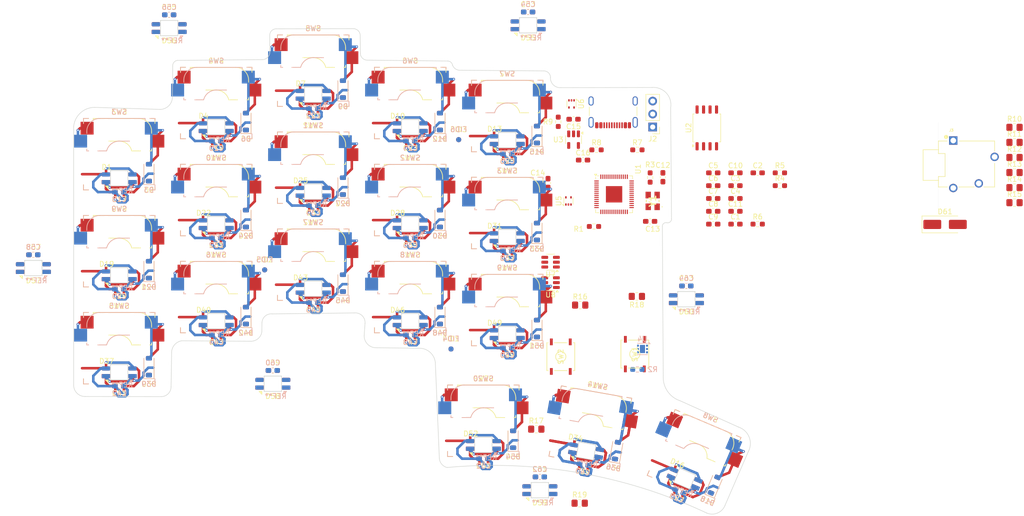
<source format=kicad_pcb>
(kicad_pcb (version 20240108) (generator "pcbnew") (generator_version "8.0")
  (title_block (title "Cheapino") (rev "2") (company "Appman"))
  (layers (0 "F.Cu" signal) (31 "B.Cu" signal) (34 "B.Paste" user) (35 "F.Paste" user) (36 "B.SilkS" user "B.Silkscreen") (37 "F.SilkS" user "F.Silkscreen") (38 "B.Mask" user) (39 "F.Mask" user) (44 "Edge.Cuts" user))
  (net 0 "")
  (net 1 "VBUS")
  (net 2 "+3V3")
  (net 3 "/Microcontroller/+1.1V")
  (net 4 "Net-(C12-Pad2)")
  (net 5 "Net-(U1-XIN)")
  (net 6 "/KeySwitches/COL_2")
  (net 7 "/KeySwitches/COL_3")
  (net 8 "/KeySwitches/ROW_1")
  (net 9 "/KeySwitches/ROW_2")
  (net 10 "/KeySwitches/ROW_3")
  (net 11 "/KeySwitches/COL_1")
  (net 12 "GND")
  (net 14 "/ExtConnectors/D-")
  (net 15 "/ExtConnectors/CC2")
  (net 16 "/ExtConnectors/D+")
  (net 17 "/ExtConnectors/CC1")
  (net 19 "VSYS")
  (net 20 "/KeySwitches/KeySwitch_RGB_4_1/LED_Out")
  (net 21 "/KeySwitches/KeySwitch_RGB_5_1/LED_Out")
  (net 22 "Net-(D2-A)")
  (net 23 "/KeySwitches/KeySwitch_RGB_6_1/LED_Out")
  (net 24 "/KeySwitches/KeySwitch_RGB_3_1/LED_Out")
  (net 25 "/KeySwitches/KeySwitch_RGB_2_1/LED_Out")
  (net 26 "Net-(U3-EN)")
  (net 27 "Net-(U1-RUN)")
  (net 28 "Net-(U1-USB_DP)")
  (net 29 "Net-(U1-USB_DM)")
  (net 30 "Net-(U1-XOUT)")
  (net 31 "/Microcontroller/QSPI_SS")
  (net 35 "Net-(D5-A)")
  (net 36 "/KeySwitches/KeySwitch_RGB_1_1/LED_Out")
  (net 38 "/KeySwitches/KeySwitch_RGB_1_1/LED_In")
  (net 39 "/KeySwitches/KeySwitch_RGB_1_2/LED_Out")
  (net 41 "/Microcontroller/QSPI_SD3")
  (net 42 "/KeySwitches/KeySwitch_RGB_1_2/LED_In")
  (net 44 "Net-(D8-A)")
  (net 46 "/Microcontroller/QSPI_SD0")
  (net 47 "/KeySwitches/KeySwitch_RGB_2_2/LED_In")
  (net 49 "/Microcontroller/QSPI_SCLK")
  (net 51 "/Microcontroller/QSPI_SD1")
  (net 53 "/KeySwitches/KeySwitch_RGB_4_2/LED_In")
  (net 54 "/Microcontroller/QSPI_SD2")
  (net 56 "Net-(D11-A)")
  (net 57 "Net-(D14-A)")
  (net 58 "Net-(D17-A)")
  (net 59 "Net-(D20-A)")
  (net 60 "Net-(D23-A)")
  (net 61 "Net-(D26-A)")
  (net 62 "/KeySwitches/KeySwitch_RGB_3_2/LED_In")
  (net 63 "Net-(D29-A)")
  (net 64 "/KeySwitches/KeySwitch_RGB_5_2/LED_In")
  (net 65 "Net-(D32-A)")
  (net 66 "Net-(D35-A)")
  (net 67 "/KeySwitches/KeySwitch_RGB_1_3/LED_Out")
  (net 68 "Net-(D38-A)")
  (net 69 "/KeySwitches/KeySwitch_RGB_2_3/LED_Out")
  (net 70 "Net-(D41-A)")
  (net 71 "/KeySwitches/KeySwitch_RGB_3_3/LED_Out")
  (net 72 "/KeySwitches/KeySwitch_RGB_4_3/LED_Out")
  (net 73 "Net-(D44-A)")
  (net 74 "Net-(D47-A)")
  (net 75 "/KeySwitches/KeySwitch_RGB_5_3/LED_Out")
  (net 76 "Net-(D50-A)")
  (net 77 "/KeySwitches/KeySwitch_RGB_6_3/LED_Out")
  (net 78 "Net-(D53-A)")
  (net 79 "/Lighting/Underglow_LED0/DIN")
  (net 80 "/Lighting/Underglow_LED0/DOUT")
  (net 81 "/Lighting/Underglow_LED1/DOUT")
  (net 82 "/Lighting/Underglow_LED2/DOUT")
  (net 83 "/Lighting/Underglow_LED3/DOUT")
  (net 84 "/Lighting/Underglow_LED4/DOUT")
  (net 85 "/Lighting/Underglow_LED5/DOUT")
  (net 90 "/ExtConnectors/SWD")
  (net 91 "/ExtConnectors/SWCLK")
  (net 92 "/ExtConnectors/Interconnect_Signal2")
  (net 93 "/ExtConnectors/Interconnect_Signal1")
  (net 94 "/KeySwitches/COL_5")
  (net 95 "/KeySwitches/COL_6")
  (net 96 "/KeySwitches/COL_4")
  (net 97 "Net-(R1-Pad1)")
  (net 98 "Net-(U7-B)")
  (net 100 "/KeySwitches/PerKey_LED_In")
  (net 102 "/ExtConnectors/VBUS_Sense")
  (net 103 "/ExtConnectors/UART_Rx")
  (net 104 "/ExtConnectors/UART_Tx")
  (net 106 "/Lighting/Per-Key_LED_3V3")
  (net 108 "/Lighting/Underglow_LED_3V3")
  (footprint "Extra:Kailh_socket_MX_reversible" (layer "F.Cu") (at 107.0102 72.9742)
    (property "Reference" "SW11")
    (property "Value" "CPG151101S11")
  )
  (footprint "Extra:Kailh_socket_MX_reversible" (layer "F.Cu") (at 88.011 60.325)
    (property "Reference" "SW4")
    (property "Value" "CPG151101S11")
  )
  (footprint "Diode_SMD:D_SOD-123" (layer "F.Cu") (at 150.8361 104.4934 90)
    (property "Reference" "D50")
    (property "Value" "1N4148W")
  )
  (footprint "Extra:SK6812-MINI-E_ReverseMount_reversible" (layer "F.Cu") (at 145.011613 67.596152)
    (property "Reference" "D13")
    (property "Value" "~" (hide yes))
    (fp_line (start -1.7 -1.5) (end 1.7 -1.5) (stroke (width 0.12)) (layer "Edge.Cuts"))
    (fp_line (start -1.7 1.5) (end -1.7 -1.5) (stroke (width 0.12)) (layer "Edge.Cuts"))
    (fp_line (start 1.7 -1.5) (end 1.7 1.5) (stroke (width 0.12)) (layer "Edge.Cuts"))
    (fp_line (start 1.7 1.5) (end -1.7 1.5) (stroke (width 0.12)) (layer "Edge.Cuts"))
  )
  (footprint "Capacitor_SMD:C_0603_1608Metric_Pad1.08x0.95mm_HandSolder" (layer "F.Cu") (at 180.1 96.145 180)
    (property "Reference" "C63")
    (property "Value" "100nF")
  )
  (footprint "Extra:SK6812-MINI-E_ReverseMount_reversible" (layer "F.Cu") (at 140.338013 127.286152)
    (property "Reference" "D52")
    (property "Value" "~" (hide yes))
    (fp_line (start -1.7 -1.5) (end 1.7 -1.5) (stroke (width 0.12)) (layer "Edge.Cuts"))
    (fp_line (start -1.7 1.5) (end -1.7 -1.5) (stroke (width 0.12)) (layer "Edge.Cuts"))
    (fp_line (start 1.7 -1.5) (end 1.7 1.5) (stroke (width 0.12)) (layer "Edge.Cuts"))
    (fp_line (start 1.7 1.5) (end -1.7 1.5) (stroke (width 0.12)) (layer "Edge.Cuts"))
  )
  (footprint "Capacitor_SMD:C_0603_1608Metric_Pad1.08x0.95mm_HandSolder" (layer "F.Cu") (at 189.7125 74)
    (property "Reference" "C10")
    (property "Value" "100nF")
  )
  (footprint "MountingHole:MountingHole_2.2mm_M2" (layer "F.Cu") (at 77.970873 99.018711)
    (property "Reference" "H2" (hide yes))
    (property "Value" "MountingHole")
  )
  (footprint "Capacitor_SMD:C_0603_1608Metric_Pad1.08x0.95mm_HandSolder" (layer "F.Cu") (at 69.0393 77.7626 180)
    (property "Reference" "C17")
    (property "Value" "100nF")
  )
  (footprint "Diode_SMD:D_SOD-123" (layer "F.Cu") (at 93.8385 101.9534 90)
    (property "Reference" "D41")
    (property "Value" "1N4148W")
  )
  (footprint "Capacitor_SMD:C_0603_1608Metric_Pad1.08x0.95mm_HandSolder" (layer "F.Cu") (at 99.1 112.7 180)
    (property "Reference" "C59")
    (property "Value" "100nF")
  )
  (footprint "Diode_SMD:D_SOD-123" (layer "F.Cu") (at 166.397664 128.411786 80)
    (property "Reference" "D35")
    (property "Value" "1N4148W")
  )
  (footprint "Resistor_SMD:R_0805_2012Metric_Pad1.20x1.40mm_HandSolder" (layer "F.Cu") (at 244.3675 65.09)
    (property "Reference" "R10")
    (property "Value" "5k6")
  )
  (footprint "Capacitor_SMD:C_0603_1608Metric_Pad1.08x0.95mm_HandSolder" (layer "F.Cu") (at 149.1 42.495 180)
    (property "Reference" "C53")
    (property "Value" "100nF")
  )
  (footprint "Extra:Kailh_socket_MX_reversible" (layer "F.Cu") (at 145.0086 81.8642)
    (property "Reference" "SW13")
    (property "Value" "CPG151101S11")
  )
  (footprint "Extra:Kailh_socket_MX_reversible" (layer "F.Cu") (at 161.28904 123.825 -10)
    (property "Reference" "SW14")
    (property "Value" "CPG151101S11")
  )
  (footprint "Extra:SK6812-MINI-E_ReverseMount_reversible" (layer "F.Cu") (at 107.013213 77.705352)
    (property "Reference" "D25")
    (property "Value" "~" (hide yes))
    (fp_line (start -1.7 -1.5) (end 1.7 -1.5) (stroke (width 0.12)) (layer "Edge.Cuts"))
    (fp_line (start -1.7 1.5) (end -1.7 -1.5) (stroke (width 0.12)) (layer "Edge.Cuts"))
    (fp_line (start 1.7 -1.5) (end 1.7 1.5) (stroke (width 0.12)) (layer "Edge.Cuts"))
    (fp_line (start 1.7 1.5) (end -1.7 1.5) (stroke (width 0.12)) (layer "Edge.Cuts"))
  )
  (footprint "Diode_SMD:D_SOD-123" (layer "F.Cu") (at 150.8361 85.4942 90)
    (property "Reference" "D32")
    (property "Value" "1N4148W")
  )
  (footprint "Diode_SMD:D_SOD-123" (layer "F.Cu") (at 131.8369 82.9542 90)
    (property "Reference" "D29")
    (property "Value" "1N4148W")
  )
  (footprint "Resistor_SMD:R_0805_2012Metric_Pad1.20x1.40mm_HandSolder" (layer "F.Cu") (at 159.2 138.7)
    (property "Reference" "R19")
    (property "Value" "470")
  )
  (footprint "Extra:SK6812-MINI-E_ReverseMount_reversible" (layer "F.Cu") (at 69.014813 94.062952)
    (property "Reference" "D19")
    (property "Value" "~" (hide yes))
    (fp_line (start -1.7 -1.5) (end 1.7 -1.5) (stroke (width 0.12)) (layer "Edge.Cuts"))
    (fp_line (start -1.7 1.5) (end -1.7 -1.5) (stroke (width 0.12)) (layer "Edge.Cuts"))
    (fp_line (start 1.7 -1.5) (end 1.7 1.5) (stroke (width 0.12)) (layer "Edge.Cuts"))
    (fp_line (start 1.7 1.5) (end -1.7 1.5) (stroke (width 0.12)) (layer "Edge.Cuts"))
  )
  (footprint "Capacitor_SMD:C_0603_1608Metric_Pad1.08x0.95mm_HandSolder" (layer "F.Cu") (at 88.0385 105.7534 180)
    (property "Reference" "C43")
    (property "Value" "100nF")
  )
  (footprint "Capacitor_SMD:C_0603_1608Metric_Pad1.08x0.95mm_HandSolder" (layer "F.Cu") (at 185.3625 76.51)
    (property "Reference" "C6")
    (property "Value" "100nF")
  )
  (footprint "Resistor_SMD:R_0603_1608Metric_Pad0.98x0.95mm_HandSolder" (layer "F.Cu") (at 194.0625 84.04)
    (property "Reference" "R6")
    (property "Value" "10k")
  )
  (footprint "Resistor_SMD:R_0603_1608Metric_Pad0.98x0.95mm_HandSolder" (layer "F.Cu") (at 162.5 69.5)
    (property "Reference" "R8")
    (property "Value" "5.1k")
  )
  (footprint "Extra:SK6812-MINI-E_ReverseMount_reversible" (layer "F.Cu") (at 126.012413 65.056152)
    (property "Reference" "D10")
    (property "Value" "~" (hide yes))
    (fp_line (start -1.7 -1.5) (end 1.7 -1.5) (stroke (width 0.12)) (layer "Edge.Cuts"))
    (fp_line (start -1.7 1.5) (end -1.7 -1.5) (stroke (width 0.12)) (layer "Edge.Cuts"))
    (fp_line (start 1.7 -1.5) (end 1.7 1.5) (stroke (width 0.12)) (layer "Edge.Cuts"))
    (fp_line (start 1.7 1.5) (end -1.7 1.5) (stroke (width 0.12)) (layer "Edge.Cuts"))
  )
  (footprint "MountingHole:MountingHole_2.2mm_M2" (layer "F.Cu") (at 144.78 111.76)
    (property "Reference" "H6" (hide yes))
    (property "Value" "MountingHole")
  )
  (footprint "Resistor_SMD:R_0603_1608Metric_Pad0.98x0.95mm_HandSolder" (layer "F.Cu") (at 162 84.5 180)
    (property "Reference" "R1")
    (property "Value" "1k")
  )
  (footprint "Extra:SK6812-MINI-E_ReverseMount_reversible" (layer "F.Cu") (at 145.011613 105.594552)
    (property "Reference" "D49")
    (property "Value" "~" (hide yes))
    (fp_line (start -1.7 -1.5) (end 1.7 -1.5) (stroke (width 0.12)) (layer "Edge.Cuts"))
    (fp_line (start -1.7 1.5) (end -1.7 -1.5) (stroke (width 0.12)) (layer "Edge.Cuts"))
    (fp_line (start 1.7 -1.5) (end 1.7 1.5) (stroke (width 0.12)) (layer "Edge.Cuts"))
    (fp_line (start 1.7 1.5) (end -1.7 1.5) (stroke (width 0.12)) (layer "Edge.Cuts"))
  )
  (footprint "Extra:SK6812-MINI-E_ReverseMount_reversible" (layer "F.Cu") (at 88.014013 103.054552)
    (property "Reference" "D40")
    (property "Value" "~" (hide yes))
    (fp_line (start -1.7 -1.5) (end 1.7 -1.5) (stroke (width 0.12)) (layer "Edge.Cuts"))
    (fp_line (start -1.7 1.5) (end -1.7 -1.5) (stroke (width 0.12)) (layer "Edge.Cuts"))
    (fp_line (start 1.7 -1.5) (end 1.7 1.5) (stroke (width 0.12)) (layer "Edge.Cuts"))
    (fp_line (start 1.7 1.5) (end -1.7 1.5) (stroke (width 0.12)) (layer "Edge.Cuts"))
  )
  (footprint "Capacitor_SMD:C_0603_1608Metric_Pad1.08x0.95mm_HandSolder" (layer "F.Cu") (at 173 83.5)
    (property "Reference" "C13")
    (property "Value" "15pF")
  )
  (footprint "Package_TO_SOT_SMD:SOT-23-5" (layer "F.Cu") (at 158 67.5 -90)
    (property "Reference" "U3")
    (property "Value" "AP2112K-3.3")
  )
  (footprint "Capacitor_SMD:C_0603_1608Metric_Pad1.08x0.95mm_HandSolder" (layer "F.Cu") (at 88.0385 86.7542 180)
    (property "Reference" "C31")
    (property "Value" "100nF")
  )
  (footprint "Resistor_SMD:R_0805_2012Metric_Pad1.20x1.40mm_HandSolder" (layer "F.Cu") (at 170.4 98.2 180)
    (property "Reference" "R18")
    (property "Value" "470")
  )
  (footprint "Extra:Kailh_socket_MX_reversible" (layer "F.Cu") (at 69.0118 108.331)
    (property "Reference" "SW15")
    (property "Value" "CPG151101S11")
  )
  (footprint "Extra:Kailh_socket_MX_reversible" (layer "F.Cu") (at 145.0086 62.865)
    (property "Reference" "SW7")
    (property "Value" "CPG151101S11")
  )
  (footprint "Extra:Kailh_socket_MX_reversible" (layer "F.Cu") (at 126.0094 60.325)
    (property "Reference" "SW6")
    (property "Value" "CPG151101S11")
  )
  (footprint "Diode_SMD:D_SOD-123" (layer "F.Cu") (at 74.8393 73.9626 90)
    (property "Reference" "D2")
    (property "Value" "1N4148W")
  )
  (footprint "Capacitor_SMD:C_0603_1608Metric_Pad1.08x0.95mm_HandSolder" (layer "F.Cu") (at 185.3625 84.04)
    (property "Reference" "C9")
    (property "Value" "100nF")
  )
  (footprint "Capacitor_SMD:C_0603_1608Metric_Pad1.08x0.95mm_HandSolder" (layer "F.Cu") (at 189.7125 84.04)
    (property "Reference" "C1")
    (property "Value" "100nF")
  )
  (footprint "Fiducial:Fiducial_1mm_Mask2mm" (layer "F.Cu") (at 97.5 93)
    (property "Reference" "FID2")
    (property "Value" "Fiducial")
  )
  (footprint "Capacitor_SMD:C_0603_1608Metric_Pad1.08x0.95mm_HandSolder" (layer "F.Cu") (at 151.4 133.545 180)
    (property "Reference" "C61")
    (property "Value" "100nF")
  )
  (footprint "Extra:SK6812-MINI-E_ReverseMount_reversible" (layer "F.Cu") (at 180.1 98.75)
    (property "Reference" "D60")
    (property "Value" "~" (hide yes))
    (fp_line (start -1.7 -1.5) (end 1.7 -1.5) (stroke (width 0.12)) (layer "Edge.Cuts"))
    (fp_line (start -1.7 1.5) (end -1.7 -1.5) (stroke (width 0.12)) (layer "Edge.Cuts"))
    (fp_line (start 1.7 -1.5) (end 1.7 1.5) (stroke (width 0.12)) (layer "Edge.Cuts"))
    (fp_line (start 1.7 1.5) (end -1.7 1.5) (stroke (width 0.12)) (layer "Edge.Cuts"))
  )
  (footprint "Diode_SMD:D_SOD-123" (layer "F.Cu") (at 150.8361 66.495 90)
    (property "Reference" "D14")
    (property "Value" "1N4148W")
  )
  (footprint "Capacitor_SMD:C_0603_1608Metric_Pad1.08x0.95mm_HandSolder" (layer "F.Cu") (at 189.7125 81.53)
    (property "Reference" "C11")
    (property "Value" "1μF")
  )
  (footprint "Extra:Kailh_socket_MX_reversible" (layer "F.Cu") (at 181.610001 129.540708 -23)
    (property "Reference" "SW8")
    (property "Value" "CPG151101S11")
  )
  (footprint "Package_TO_SOT_SMD:SOT-553" (layer "F.Cu") (at 157 79.5 90)
    (property "Reference" "U5")
    (property "Value" "TPD2E2U06")
  )
  (footprint "Capacitor_SMD:C_0603_1608Metric_Pad1.08x0.95mm_HandSolder" (layer "F.Cu") (at 153 76 90)
    (property "Reference" "C14")
    (property "Value" "100nF")
  )
  (footprint "Extra:SK6812-MINI-E_ReverseMount_reversible" (layer "F.Cu") (at 126.012413 84.055352)
    (property "Reference" "D28")
    (property "Value" "~" (hide yes))
    (fp_line (start -1.7 -1.5) (end 1.7 -1.5) (stroke (width 0.12)) (layer "Edge.Cuts"))
    (fp_line (start -1.7 1.5) (end -1.7 -1.5) (stroke (width 0.12)) (layer "Edge.Cuts"))
    (fp_line (start 1.7 -1.5) (end 1.7 1.5) (stroke (width 0.12)) (layer "Edge.Cuts"))
    (fp_line (start 1.7 1.5) (end -1.7 1.5) (stroke (width 0.12)) (layer "Edge.Cuts"))
  )
  (footprint "Capacitor_SMD:C_0603_1608Metric_Pad1.08x0.95mm_HandSolder" (layer "F.Cu") (at 69.0393 115.761 180)
    (property "Reference" "C41")
    (property "Value" "100nF")
  )
  (footprint "Diode_SMD:D_SOD-123" (layer "F.Cu") (at 185.555889 135.159126 67)
    (property "Reference" "D17")
    (property "Value" "1N4148W")
  )
  (footprint "Package_TO_SOT_SMD:SOT-23-6" (layer "F.Cu") (at 153.5 95.5 180)
    (property "Reference" "U8")
    (property "Value" "TXS0101DBV")
  )
  (footprint "Capacitor_SMD:C_0603_1608Metric_Pad1.08x0.95mm_HandSolder" (layer "F.Cu") (at 78.8 43.045 180)
    (property "Reference" "C55")
    (property "Value" "100nF")
  )
  (footprint "Capacitor_SMD:C_0603_1608Metric_Pad1.08x0.95mm_HandSolder" (layer "F.Cu") (at 88.0385 67.755 180)
    (property "Reference" "C19")
    (property "Value" "100nF")
  )
  (footprint "Resistor_SMD:R_0805_2012Metric_Pad1.20x1.40mm_HandSolder" (layer "F.Cu") (at 244.3675 76.89)
    (property "Reference" "R14")
    (property "Value" "0")
  )
  (footprint "Extra:SK6812-MINI-E_ReverseMount_reversible" (layer "F.Cu") (at 88.014013 84.055352)
    (property "Reference" "D22")
    (property "Value" "~" (hide yes))
    (fp_line (start -1.7 -1.5) (end 1.7 -1.5) (stroke (width 0.12)) (layer "Edge.Cuts"))
    (fp_line (start -1.7 1.5) (end -1.7 -1.5) (stroke (width 0.12)) (layer "Edge.Cuts"))
    (fp_line (start 1.7 -1.5) (end 1.7 1.5) (stroke (width 0.12)) (layer "Edge.Cuts"))
    (fp_line (start 1.7 1.5) (end -1.7 1.5) (stroke (width 0.12)) (layer "Edge.Cuts"))
  )
  (footprint "Resistor_SMD:R_0603_1608Metric_Pad0.98x0.95mm_HandSolder" (layer "F.Cu") (at 173 74.9125 -90)
    (property "Reference" "R3")
    (property "Value" "1k")
  )
  (footprint "Resistor_SMD:R_0603_1608Metric_Pad0.98x0.95mm_HandSolder" (layer "F.Cu") (at 198.4125 74)
    (property "Reference" "R5")
    (property "Value" "27")
  )
  (footprint "Extra:ABM8272T3" (layer "F.Cu") (at 173.5 79.5 90)
    (property "Reference" "Y1")
    (property "Value" "12MHz" (hide yes))
  )
  (footprint "Extra:Kailh_socket_MX_reversible" (layer "F.Cu") (at 145.0086 100.8634)
    (property "Reference" "SW19")
    (property "Value" "CPG151101S11")
  )
  (footprint "Extra:SK6812-MINI-E_ReverseMount_reversible" (layer "F.Cu") (at 107.013213 58.706152)
    (property "Reference" "D7")
    (property "Value" "~" (hide yes))
    (fp_line (start -1.7 -1.5) (end 1.7 -1.5) (stroke (width 0.12)) (layer "Edge.Cuts"))
    (fp_line (start -1.7 1.5) (end -1.7 -1.5) (stroke (width 0.12)) (layer "Edge.Cuts"))
    (fp_line (start 1.7 -1.5) (end 1.7 1.5) (stroke (width 0.12)) (layer "Edge.Cuts"))
    (fp_line (start 1.7 1.5) (end -1.7 1.5) (stroke (width 0.12)) (layer "Edge.Cuts"))
  )
  (footprint "Diode_SMD:D_SMA_Handsoldering" (layer "F.Cu") (at 230.7625 84.1)
    (property "Reference" "D61")
    (property "Value" "SK34A-LTP")
  )
  (footprint "Capacitor_SMD:C_0603_1608Metric_Pad1.08x0.95mm_HandSolder" (layer "F.Cu") (at 159.8625 71.5)
    (property "Reference" "C16")
    (property "Value" "1μF")
  )
  (footprint "Diode_SMD:D_SOD-123" (layer "F.Cu") (at 93.8385 82.9542 90)
    (property "Reference" "D23")
    (property "Value" "1N4148W")
  )
  (footprint "Capacitor_SMD:C_0603_1608Metric_Pad1.08x0.95mm_HandSolder" (layer "F.Cu") (at 69.0393 96.7618 180)
    (property "Reference" "C29")
    (property "Value" "100nF")
  )
  (footprint "Capacitor_SMD:C_0603_1608Metric_Pad1.08x0.95mm_HandSolder" (layer "F.Cu") (at 52.2 90.045 180)
    (property "Reference" "C57")
    (property "Value" "100nF")
  )
  (footprint "MountingHole:MountingHole_2.2mm_M2" (layer "F.Cu") (at 116.023361 63.404057)
    (property "Reference" "H4" (hide yes))
    (property "Value" "MountingHole")
  )
  (footprint "Connector_PinHeader_2.54mm:PinHeader_1x03_P2.54mm_Vertical" (layer "F.Cu") (at 173.5 65.025 180)
    (property "Reference" "J2")
    (property "Value" "DBG")
  )
  (footprint "Extra:SK6812-MINI-E_ReverseMount_reversible" (layer "F.Cu") (at 69.014813 75.063752)
    (property "Reference" "D1")
    (property "Value" "~" (hide yes))
    (fp_line (start -1.7 -1.5) (end 1.7 -1.5) (stroke (width 0.12)) (layer "Edge.Cuts"))
    (fp_line (start -1.7 1.5) (end -1.7 -1.5) (stroke (width 0.12)) (layer "Edge.Cuts"))
    (fp_line (start 1.7 -1.5) (end 1.7 1.5) (stroke (width 0.12)) (layer "Edge.Cuts"))
    (fp_line (start 1.7 1.5) (end -1.7 1.5) (stroke (width 0.12)) (layer "Edge.Cuts"))
  )
  (footprint "Diode_SMD:D_SOD-123" (layer "F.Cu") (at 74.8393 92.9618 90)
    (property "Reference" "D20")
    (property "Value" "1N4148W")
  )
  (footprint "Resistor_SMD:R_0805_2012Metric_Pad1.20x1.40mm_HandSolder" (layer "F.Cu") (at 244.3675 70.99)
    (property "Reference" "R12")
    (property "Value" "0")
  )
  (footprint "Capacitor_SMD:C_0603_1608Metric_Pad1.08x0.95mm_HandSolder" (layer "F.Cu") (at 189.7125 76.51)
    (property "Reference" "C3")
    (property "Value" "100nF")
  )
  (footprint "Diode_SMD:D_SOD-123" (layer "F.Cu") (at 131.8369 63.955 90)
    (property "Reference" "D11")
    (property "Value" "1N4148W")
  )
  (footprint "Resistor_SMD:R_0805_2012Metric_Pad1.20x1.40mm_HandSolder" (layer "F.Cu") (at 244.3675 79.84)
    (property "Reference" "R15")
    (property "Value" "0")
  )
  (footprint "Extra:SK6812-MINI-E_ReverseMount_reversible" (layer "F.Cu") (at 52.2 92.65)
    (property "Reference" "D57")
    (property "Value" "~" (hide yes))
    (fp_line (start -1.7 -1.5) (end 1.7 -1.5) (stroke (width 0.12)) (layer "Edge.Cuts"))
    (fp_line (start -1.7 1.5) (end -1.7 -1.5) (stroke (width 0.12)) (layer "Edge.Cuts"))
    (fp_line (start 1.7 -1.5) (end 1.7 1.5) (stroke (width 0.12)) (layer "Edge.Cuts"))
    (fp_line (start 1.7 1.5) (end -1.7 1.5) (stroke (width 0.12)) (layer "Edge.Cuts"))
  )
  (footprint "Fiducial:Fiducial_1mm_Mask2mm" (layer "F.Cu") (at 134 108.5)
    (property "Reference" "FID1")
    (property "Value" "Fiducial")
  )
  (footprint "Extra:Kailh_socket_MX_reversible" (layer "F.Cu") (at 126.0094 98.3234)
    (property "Reference" "SW18")
    (property "Value" "CPG151101S11")
  )
  (footprint "Resistor_SMD:R_0603_1608Metric_Pad0.98x0.95mm_HandSolder" (layer "F.Cu") (at 170.5 69.5)
    (property "Reference" "R7")
    (property "Value" "5.1k")
  )
  (footprint "Capacitor_SMD:C_0603_1608Metric_Pad1.08x0.95mm_HandSolder" (layer "F.Cu") (at 107.0377 99.4034 180)
    (property "Reference" "C45")
    (property "Value" "100nF")
  )
  (footprint "Capacitor_SMD:C_0603_1608Metric_Pad1.08x0.95mm_HandSolder" (layer "F.Cu") (at 126.0369 105.7534 180)
    (property "Reference" "C47")
    (property "Value" "100nF")
  )
  (footprint "Capacitor_SMD:C_0603_1608Metric_Pad1.08x0.95mm_HandSolder" (layer "F.Cu") (at 158 63.5 180)
    (property "Reference" "C15")
    (property "Value" "1μF")
  )
  (footprint "Extra:Kailh_socket_MX_reversible" (layer "F.Cu") (at 126.0094 79.3242)
    (property "Reference" "SW12")
    (property "Value" "CPG151101S11")
  )
  (footprint "MountingHole:MountingHole_2.2mm_M2" (layer "F.Cu") (at 169.164 132.588)
    (property "Reference" "H8" (hide yes))
    (property "Value" "MountingHole")
  )
  (footprint "Extra:Kailh_socket_MX_reversible" (layer "F.Cu") (at 69.0118 70.3326)
    (property "Reference" "SW3")
    (property "Value" "CPG151101S11")
  )
  (footprint "Capacitor_SMD:C_0603_1608Metric_Pad1.08x0.95mm_HandSolder" (layer "F.Cu") (at 160.025916 131.146896 170)
    (property "Reference" "C39")
    (property "Value" "100nF")
  )
  (footprint "Extra:Kailh_socket_MX_reversible" (layer "F.Cu") (at 88.011 98.3234)
    (property "Reference" "SW16")
    (property "Value" "CPG151101S11")
  )
  (footprint "Connector_USB:USB_C_Receptacle_GCT_USB4105-xx-A_16P_TopMnt_Horizontal" (layer "F.Cu") (at 165.75 61 180)
    (property "Reference" "J1" (hide yes))
    (property "Value" "USB_C_Receptacle_USB2.0_16P")
  )
  (footprint "Resistor_SMD:R_0805_2012Metric_Pad1.20x1.40mm_HandSolder" (layer "F.Cu") (at 244.3675 73.94)
    (property "Reference" "R13")
    (property "Value" "0")
  )
  (footprint "Capacitor_SMD:C_0603_1608Metric_Pad1.08x0.95mm_HandSolder" (layer "F.Cu") (at 189.7125 79.02)
    (property "Reference" "C4")
    (property "Value" "1μF")
  )
  (footprint "Resistor_SMD:R_0603_1608Metric_Pad0.98x0.95mm_HandSolder" (layer "F.Cu") (at 155 64 90)
    (property "Reference" "R9")
    (property "Value" "10k")
  )
  (footprint "Extra:SK6812-MINI-E_ReverseMount_reversible" (layer "F.Cu") (at 69.014813 113.062152)
    (property "Reference" "D37")
    (property "Value" "~" (hide yes))
    (fp_line (start -1.7 -1.5) (end 1.7 -1.5) (stroke (width 0.12)) (layer "Edge.Cuts"))
    (fp_line (start -1.7 1.5) (end -1.7 -1.5) (stroke (width 0.12)) (layer "Edge.Cuts"))
    (fp_line (start 1.7 -1.5) (end 1.7 1.5) (stroke (width 0.12)) (layer "Edge.Cuts"))
    (fp_line (start 1.7 1.5) (end -1.7 1.5) (stroke (width 0.12)) (layer "Edge.Cuts"))
  )
  (footprint "Extra:Kailh_socket_MX_reversible" (layer "F.Cu") (at 107.0102 91.9734)
    (property "Reference" "SW17")
    (property "Value" "CPG151101S11")
  )
  (footprint "Diode_SMD:D_SOD-123" (layer "F.Cu") (at 112.8377 95.6034 90)
    (property "Reference" "D44")
    (property "Value" "1N4148W")
  )
  (footprint "Extra:SK6812-MINI-E_ReverseMount_reversible" (layer "F.Cu") (at 151.4 136.15)
    (property "Reference" "D59")
    (property "Value" "~" (hide yes))
    (fp_line (start -1.7 -1.5) (end 1.7 -1.5) (stroke (width 0.12)) (layer "Edge.Cuts"))
    (fp_line (start -1.7 1.5) (end -1.7 -1.5) (stroke (width 0.12)) (layer "Edge.Cuts"))
    (fp_line (start 1.7 -1.5) (end 1.7 1.5) (stroke (width 0.12)) (layer "Edge.Cuts"))
    (fp_line (start 1.7 1.5) (end -1.7 1.5) (stroke (width 0.12)) (layer "Edge.Cuts"))
  )
  (footprint "Capacitor_SMD:C_0603_1608Metric_Pad1.08x0.95mm_HandSolder" (layer "F.Cu") (at 145.0361 89.2942 180)
    (property "Reference" "C37")
    (property "Value" "100nF")
  )
  (footprint "Capacitor_SMD:C_0603_1608Metric_Pad1.08x0.95mm_HandSolder" (layer "F.Cu") (at 185.3625 81.53)
    (property "Reference" "C8")
    (property "Value" "100nF")
  )
  (footprint "Capacitor_SMD:C_0603_1608Metric_Pad1.08x0.95mm_HandSolder" (layer "F.Cu") (at 185.3625 79.02)
    (property "Reference" "C7")
    (property "Value" "100nF")
  )
  (footprint "MountingHole:MountingHole_2.2mm_M2" (layer "F.Cu") (at 153.924 71.628)
    (property "Reference" "H7" (hide yes))
    (property "Value" "MountingHole")
  )
  (footprint "MountingHole:MountingHole_2.2mm_M2" (layer "F.Cu") (at 136.080097 91.312195)
    (property "Reference" "H5" (hide yes))
    (property "Value" "MountingHole")
  )
  (footprint "Extra:SK6812-MINI-E_ReverseMount_reversible" (layer "F.Cu") (at 160.470451 128.484798 -10)
    (property "Reference" "D34")
    (property "Value" "~" (hide yes))
    (fp_line (start -1.7 1.5) (end -1.7 -1.5) (stroke (width 0.12)) (layer "Edge.Cuts"))
    (fp_line (start -1.7 -1.5) (end 1.7 -1.5) (stroke (width 0.12)) (layer "Edge.Cuts"))
    (fp_line (start 1.7 1.5) (end -1.7 1.5) (stroke (width 0.12)) (layer "Edge.Cuts"))
    (fp_line (start 1.7 -1.5) (end 1.7 1.5) (stroke (width 0.12)) (layer "Edge.Cuts"))
  )
  (footprint "Extra:SK6812-MINI-E_ReverseMount_reversible" (layer "F.Cu") (at 145.011613 86.595352)
    (property "Reference" "D31")
    (property "Value" "~" (hide yes))
    (fp_line (start -1.7 -1.5) (end 1.7 -1.5) (stroke (width 0.12)) (layer "Edge.Cuts"))
    (fp_line (start -1.7 1.5) (end -1.7 -1.5) (stroke (width 0.12)) (layer "Edge.Cuts"))
    (fp_line (start 1.7 -1.5) (end 1.7 1.5) (stroke (width 0.12)) (layer "Edge.Cuts"))
    (fp_line (start 1.7 1.5) (end -1.7 1.5) (stroke (width 0.12)) (layer "Edge.Cuts"))
  )
  (footprint "Package_TO_SOT_SMD:SOT-23-6" (layer "F.Cu") (at 153.5 91.5 180)
    (property "Reference" "U7")
    (property "Value" "TXS0101DBV")
  )
  (footprint "Extra:SK6812-MINI-E_ReverseMount_reversible" (layer "F.Cu") (at 99.1 115.305)
    (property "Reference" "D58")
    (property "Value" "~" (hide yes))
    (fp_line (start -1.7 -1.5) (end 1.7 -1.5) (stroke (width 0.12)) (layer "Edge.Cuts"))
    (fp_line (start -1.7 1.5) (end -1.7 -1.5) (stroke (width 0.12)) (layer "Edge.Cuts"))
    (fp_line (start 1.7 -1.5) (end 1.7 1.5) (stroke (width 0.12)) (layer "Edge.Cuts"))
    (fp_line (start 1.7 1.5) (end -1.7 1.5) (stroke (width 0.12)) (layer "Edge.Cuts"))
  )
  (footprint "Extra:SK6812-MINI-E_ReverseMount_reversible" (layer "F.Cu") (at 78.8 45.65)
    (property "Reference" "D56")
    (property "Value" "~" (hide yes))
    (fp_line (start -1.7 -1.5) (end 1.7 -1.5) (stroke (width 0.12)) (layer "Edge.Cuts"))
    (fp_line (start -1.7 1.5) (end -1.7 -1.5) (stroke (width 0.12)) (layer "Edge.Cuts"))
    (fp_line (start 1.7 -1.5) (end 1.7 1.5) (stroke (width 0.12)) (layer "Edge.Cuts"))
    (fp_line (start 1.7 1.5) (end -1.7 1.5) (stroke (width 0.12)) (layer "Edge.Cuts"))
  )
  (footprint "Capacitor_SMD:C_0603_1608Metric_Pad1.08x0.95mm_HandSolder" (layer "F.Cu") (at 175.5 74.8625 -90)
    (property "Reference" "C12")
    (property "Value" "15pF")
  )
  (footprint "Extra:CUI_SJ-43514" (layer "F.Cu") (at 234.9675 72.47)
    (property "Reference" "J3")
    (property "Value" "SJ-43514")
    (fp_line (start -5.5 -8.35) (end -5.5 -2.25) (stroke (width 0.01)) (layer "Edge.Cuts"))
    (fp_line (start -5.5 -2.25) (end -4.2 -2.25) (stroke (width 0.01)) (layer "Edge.Cuts"))
    (fp_line (start -5.5 2.25) (end -5.5 8.85) (stroke (width 0.01)) (layer "Edge.Cuts"))
    (fp_line (start -4.2 -2.25) (end -4.2 2.25) (stroke (width 0.01)) (layer "Edge.Cuts"))
    (fp_line (start -4.2 2.25) (end -5.5 2.25) (stroke (width 0.01)) (layer "Edge.Cuts"))
  )
  (footprint "Extra:TL3342_EWI" (layer "F.Cu") (at 155.5 110 90)
    (property "Reference" "SW2")
    (property "Value" "RST")
  )
  (footprint "Resistor_SMD:R_0805_2012Metric_Pad1.20x1.40mm_HandSolder" (layer "F.Cu") (at 159.3 99.9)
    (property "Reference" "R16")
    (property "Value" "470")
  )
  (footprint "Resistor_SMD:R_0603_1608Metric_Pad0.98x0.95mm_HandSolder" (layer "F.Cu") (at 198.4125 76.51)
    (property "Reference" "R4")
    (property "Value" "27")
  )
  (footprint "Capacitor_SMD:C_0603_1608Metric_Pad1.08x0.95mm_HandSolder" (layer "F.Cu") (at 107.0377 80.4042 180)
    (property "Reference" "C33")
    (property "Value" "100nF")
  )
  (footprint "Extra:SK6812-MINI-E_ReverseMount_reversible" (layer "F.Cu") (at 126.012413 103.054552)
    (property "Reference" "D46")
    (property "Value" "~" (hide yes))
    (fp_line (start -1.7 -1.5) (end 1.7 -1.5) (stroke (width 0.12)) (layer "Edge.Cuts"))
    (fp_line (start -1.7 1.5) (end -1.7 -1.5) (stroke (width 0.12)) (layer "Edge.Cuts"))
    (fp_line (start 1.7 -1.5) (end 1.7 1.5) (stroke (width 0.12)) (layer "Edge.Cuts"))
    (fp_line (start 1.7 1.5) (end -1.7 1.5) (stroke (width 0.12)) (layer "Edge.Cuts"))
  )
  (footprint "Capacitor_SMD:C_0603_1608Metric_Pad1.08x0.95mm_HandSolder" (layer "F.Cu") (at 126.0369 86.7542 180)
    (property "Reference" "C35")
    (property "Value" "100nF")
  )
  (footprint "Capacitor_SMD:C_0603_1608Metric_Pad1.08x0.95mm_HandSolder" (layer "F.Cu") (at 145.0361 70.295 180)
    (property "Reference" "C25")
    (property "Value" "100nF")
  )
  (footprint "Extra:SK6812-MINI-E_ReverseMount_reversible" (layer "F.Cu") (at 179.764166 133.896933 -23)
    (property "Reference" "D16")
    (property "Value" "~" (hide yes))
    (fp_line (start -1.7 1.5) (end -1.7 -1.5) (stroke (width 0.12)) (layer "Edge.Cuts"))
    (fp_line (start -1.7 -1.5) (end 1.7 -1.5) (stroke (width 0.12)) (layer "Edge.Cuts"))
    (fp_line (start 1.7 1.5) (end -1.7 1.5) (stroke (width 0.12)) (layer "Edge.Cuts"))
    (fp_line (start 1.7 -1.5) (end 1.7 1.5) (stroke (width 0.12)) (layer "Edge.Cuts"))
  )
  (footprint "Extra:Kailh_socket_MX_reversible" (layer "F.Cu") (at 69.0118 89.3318)
    (property "Reference" "SW9")
    (property "Value" "CPG151101S11")
  )
  (footprint "MountingHole:MountingHole_2.2mm_M2" (layer "F.Cu") (at 77.94496 79.858898)
    (property "Reference" "H1" (hide yes))
    (property "Value" "MountingHole")
  )
  (footprint "Capacitor_SMD:C_0603_1608Metric_Pad1.08x0.95mm_HandSolder" (layer "F.Cu") (at 107.0377 61.405 180)
    (property "Reference" "C21")
    (property "Value" "100nF")
  )
  (footprint "Diode_SMD:D_SOD-123" (layer "F.Cu") (at 112.8377 57.605 90)
    (property "Reference" "D8")
    (property "Value" "1N4148W")
  )
  (footprint "Diode_SMD:D_SOD-123" (layer "F.Cu") (at 112.8377 76.6042 90)
    (property "Reference" "D26")
    (property "Value" "1N4148W")
  )
  (footprint "Package_SO:SOIC-8_5.23x5.23mm_P1.27mm" (layer "F.Cu") (at 184.1 65.2 90)
    (property "Reference" "U2")
    (property "Value" "W25Q128JVSIQ")
  )
  (footprint "Capacitor_SMD:C_0603_1608Metric_Pad1.08x0.95mm_HandSolder" (layer "F.Cu") (at 178.732182 136.390804 157)
    (property "Reference" "C27")
    (property "Value" "100nF")
  )
  (footprint "Diode_SMD:D_SOD-123" (layer "F.Cu") (at 93.8385 63.955 90)
    (property "Reference" "D5")
    (property "Value" "1N4148W")
  )
  (footprint "Extra:SK6812-MINI-E_ReverseMount_reversible" (layer "F.Cu") (at 149.1 45.1)
    (property "Reference" "D55")
    (property "Value" "~" (hide yes))
    (fp_line (start -1.7 -1.5) (end 1.7 -1.5) (stroke (width 0.12)) (layer "Edge.Cuts"))
    (fp_line (start -1.7 1.5) (end -1.7 -1.5) (stroke (width 0.12)) (layer "Edge.Cuts"))
    (fp_line (start 1.7 -1.5) (end 1.7 1.5) (stroke (width 0.12)) (layer "Edge.Cuts"))
    (fp_line (start 1.7 1.5) (end -1.7 1.5) (stroke (width 0.12)) (layer "Edge.Cuts"))
  )
  (footprint "Capacitor_SMD:C_0603_1608Metric_Pad1.08x0.95mm_HandSolder" (layer "F.Cu") (at 194.0625 74)
    (property "Reference" "C2")
    (property "Value" "100nF")
  )
  (footprint "Fiducial:Fiducial_1mm_Mask2mm" (layer "F.Cu") (at 135.5 67.5)
    (property "Reference" "FID3")
    (property "Value" "Fiducial")
  )
  (footprint "Capacitor_SMD:C_0603_1608Metric_Pad1.08x0.95mm_HandSolder" (layer "F.Cu") (at 145.0361 108.2934 180)
    (property "Reference" "C49")
    (property "Value" "100nF")
  )
  (footprint "Extra:SK6812-MINI-E_ReverseMount_reversible" (layer "F.Cu") (at 107.013213 96.704552)
    (property "Reference" "D43")
    (property "Value" "~" (hide yes))
    (fp_line (start -1.7 -1.5) (end 1.7 -1.5) (stroke (width 0.12)) (layer "Edge.Cuts"))
    (fp_line (start -1.7 1.5) (end -1.7 -1.5) (stroke (width 0.12)) (layer "Edge.Cuts"))
    (fp_line (start 1.7 -1.5) (end 1.7 1.5) (stroke (width 0.12)) (layer "Edge.Cuts"))
    (fp_line (start 1.7 1.5) (end -1.7 1.5) (stroke (width 0.12)) (layer "Edge.Cuts"))
  )
  (footprint "Package_DFN_QFN:QFN-56-1EP_7x7mm_P0.4mm_EP3.2x3.2mm" (layer "F.Cu") (at 165.9375 78.2)
    (property "Reference" "U1")
    (property "Value" "RP2040")
  )
  (footprint "Capacitor_SMD:C_0603_1608Metric_Pad1.08x0.95mm_HandSolder" (layer "F.Cu") (at 140.3625 129.985 180)
    (property "Reference" "C51")
    (property "Value" "100nF")
  )
  (footprint "Resistor_SMD:R_0805_2012Metric_Pad1.20x1.40mm_HandSolder" (layer "F.Cu") (at 150.7 124.2)
    (property "Reference" "R17")
    (property "Value" "470")
  )
  (footprint "Diode_SMD:D_SOD-123" (layer "F.Cu") (at 146.1625 126.185 90)
    (property "Reference" "D53")
    (property "Value" "1N4148W")
  )
  (footprint "MountingHole:MountingHole_2.2mm_M2" (layer "F.Cu") (at 172.212 116.332)
    (property "Reference" "H9" (hide yes))
    (property "Value" "MountingHole")
  )
  (footprint "Diode_SMD:D_SOD-123" (layer "F.Cu") (at 131.8369 101.9534 90)
    (property "Reference" "D47")
    (property "Value" "1N4148W")
  )
  (footprint "Extra:Kailh_socket_MX_reversible" (layer "F.Cu") (at 140.335 122.555)
    (property "Reference" "SW20")
    (property "Value" "CPG151101S11")
  )
  (footprint "Diode_SMD:D_SOD-123" (layer "F.Cu") (at 74.8393 111.961 90)
    (property "Reference" "D38")
    (property "Value" "1N4148W")
  )
  (footprint "Extra:Kailh_socket_MX_reversible" (layer "F.Cu") (at 107.0102 53.975)
    (property "Reference" "SW5")
    (property "Value" "CPG151101S11")
  )
  (footprint "Extra:Kailh_socket_MX_reversible" (layer "F.Cu") (at 88.011 79.3242)
    (property "Reference" "SW10")
    (property "Value" "CPG151101S11")
  )
  (footprint "Extra:SK6812-MINI-E_ReverseMount_reversible" (layer "F.Cu") (at 88.014013 65.056152)
    (property "Reference" "D4")
    (property "Value" "~" (hide yes))
    (fp_line (start -1.7 -1.5) (end 1.7 -1.5) (stroke (width 0.12)) (layer "Edge.Cuts"))
    (fp_line (start -1.7 1.5) (end -1.7 -1.5) (stroke (width 0.12)) (layer "Edge.Cuts"))
    (fp_line (start 1.7 -1.5) (end 1.7 1.5) (stroke (width 0.12)) (layer "Edge.Cuts"))
    (fp_line (start 1.7 1.5) (end -1.7 1.5) (stroke (width 0.12)) (layer "Edge.Cuts"))
  )
  (footprint "Extra:TL3342_EWI" (layer "F.Cu") (at 170 109.5 90)
    (property "Reference" "SW1")
    (property "Value" "BOOT")
  )
  (footprint "Package_TO_SOT_SMD:SOT-553" (layer "F.Cu") (at 157.6 60.5 -90)
    (property "Reference" "U6")
    (property "Value" "TPD2E2U06")
  )
  (footprint "Capacitor_SMD:C_0603_1608Metric_Pad1.08x0.95mm_HandSolder" (layer "F.Cu") (at 185.3625 74)
    (property "Reference" "C5")
    (property "Value" "100nF")
  )
  (footprint "Capacitor_SMD:C_0603_1608Metric_Pad1.08x0.95mm_HandSolder" (layer "F.Cu") (at 126.0369 67.755 180)
    (property "Reference" "C23")
    (property "Value" "100nF")
  )
  (footprint "MountingHole:MountingHole_2.2mm_M2" (layer "F.Cu") (at 96.81265 69.732842)
    (property "Reference" "H3" (hide yes))
    (property "Value" "MountingHole")
  )
  (footprint "Resistor_SMD:R_0805_2012Metric_Pad1.20x1.40mm_HandSolder" (layer "F.Cu") (at 244.3675 68.04)
    (property "Reference" "R11")
    (property "Value" "10k")
  )
  (footprint "Capacitor_SMD:C_0603_1608Metric_Pad1.08x0.95mm_HandSolder" (layer "B.Cu") (at 107.0377 99.4034)
    (property "Reference" "C46")
    (property "Value" "100nF")
  )
  (footprint "Capacitor_SMD:C_0603_1608Metric_Pad1.08x0.95mm_HandSolder" (layer "B.Cu") (at 69.0393 96.7618)
    (property "Reference" "C30")
    (property "Value" "100nF")
  )
  (footprint "Resistor_SMD:R_0603_1608Metric_Pad0.98x0.95mm_HandSolder" (layer "B.Cu") (at 170.5 112.5)
    (property "Reference" "R2")
    (property "Value" "10k")
  )
  (footprint "Capacitor_SMD:C_0603_1608Metric_Pad1.08x0.95mm_HandSolder" (layer "B.Cu") (at 180.1 96.145)
    (property "Reference" "C64")
    (property "Value" "100nF")
  )
  (footprint "Diode_SMD:D_SOD-123" (layer "B.Cu") (at 112.8377 76.6042 90)
    (property "Reference" "D27")
    (property "Value" "1N4148W")
  )
  (footprint "Capacitor_SMD:C_0603_1608Metric_Pad1.08x0.95mm_HandSolder" (layer "B.Cu") (at 52.2 90.045)
    (property "Reference" "C58")
    (property "Value" "100nF")
  )
  (footprint "Capacitor_SMD:C_0603_1608Metric_Pad1.08x0.95mm_HandSolder" (layer "B.Cu") (at 140.3625 129.985)
    (property "Reference" "C52")
    (property "Value" "100nF")
  )
  (footprint "Diode_SMD:D_SOD-123" (layer "B.Cu") (at 112.8377 57.605 90)
    (property "Reference" "D9")
    (property "Value" "1N4148W")
  )
  (footprint "Fiducial:Fiducial_1mm_Mask2mm" (layer "B.Cu") (at 135.5 67.5 180)
    (property "Reference" "FID6")
    (property "Value" "Fiducial")
  )
  (footprint "Diode_SMD:D_SOD-123" (layer "B.Cu") (at 150.8361 85.4942 90)
    (property "Reference" "D33")
    (property "Value" "1N4148W")
  )
  (footprint "Capacitor_SMD:C_0603_1608Metric_Pad1.08x0.95mm_HandSolder" (layer "B.Cu") (at 149.1 42.495)
    (property "Reference" "C54")
    (property "Value" "100nF")
  )
  (footprint "Diode_SMD:D_SOD-123" (layer "B.Cu") (at 74.8393 73.9626 90)
    (property "Reference" "D3")
    (property "Value" "1N4148W")
  )
  (footprint "Diode_SMD:D_SOD-123" (layer "B.Cu") (at 93.8385 82.9542 90)
    (property "Reference" "D24")
    (property "Value" "1N4148W")
  )
  (footprint "Diode_SMD:D_SOD-123" (layer "B.Cu") (at 74.8393 111.961 90)
    (property "Reference" "D39")
    (property "Value" "1N4148W")
  )
  (footprint "Capacitor_SMD:C_0603_1608Metric_Pad1.08x0.95mm_HandSolder" (layer "B.Cu") (at 126.0369 86.7542)
    (property "Reference" "C36")
    (property "Value" "100nF")
  )
  (footprint "Capacitor_SMD:C_0603_1608Metric_Pad1.08x0.95mm_HandSolder" (layer "B.Cu") (at 69.0393 115.761)
    (property "Reference" "C42")
    (property "Value" "100nF")
  )
  (footprint "Diode_SMD:D_SOD-123" (layer "B.Cu") (at 185.555889 135.159126 67)
    (property "Reference" "D18")
    (property "Value" "1N4148W")
  )
  (footprint "Capacitor_SMD:C_0603_1608Metric_Pad1.08x0.95mm_HandSolder" (layer "B.Cu") (at 126.0369 105.7534)
    (property "Reference" "C48")
    (property "Value" "100nF")
  )
  (footprint "Capacitor_SMD:C_0603_1608Metric_Pad1.08x0.95mm_HandSolder" (layer "B.Cu") (at 160.025916 131.146896 -10)
    (property "Reference" "C40")
    (property "Value" "100nF")
  )
  (footprint "Capacitor_SMD:C_0603_1608Metric_Pad1.08x0.95mm_HandSolder" (layer "B.Cu") (at 126.0369 67.755)
    (property "Reference" "C24")
    (property "Value" "100nF")
  )
  (footprint "Diode_SMD:D_SOD-123" (layer "B.Cu") (at 150.8361 66.495 90)
    (property "Reference" "D15")
    (property "Value" "1N4148W")
  )
  (footprint "Diode_SMD:D_SOD-123" (layer "B.Cu") (at 93.8385 63.955 90)
    (property "Reference" "D6")
    (property "Value" "1N4148W")
  )
  (footprint "Capacitor_SMD:C_0603_1608Metric_Pad1.08x0.95mm_HandSolder" (layer "B.Cu") (at 88.0385 86.7542)
    (property "Reference" "C32")
    (property "Value" "100nF")
  )
  (footprint "Capacitor_SMD:C_0603_1608Metric_Pad1.08x0.95mm_HandSolder" (layer "B.Cu") (at 178.732182 136.390804 -23)
    (property "Reference" "C28")
    (property "Value" "100nF")
  )
  (footprint "Fiducial:Fiducial_1mm_Mask2mm" (layer "B.Cu") (at 97.5 93 180)
    (property "Reference" "FID5")
    (property "Value" "Fiducial")
  )
  (footprint "Diode_SMD:D_SOD-123" (layer "B.Cu") (at 131.8369 101.9534 90)
    (property "Reference" "D48")
    (property "Value" "1N4148W")
  )
  (footprint "Diode_SMD:D_SOD-123" (layer "B.Cu") (at 166.397664 128.411786 80)
    (property "Reference" "D36")
    (property "Value" "1N4148W")
  )
  (footprint "Diode_SMD:D_SOD-123" (layer "B.Cu") (at 150.8361 104.4934 90)
    (property "Reference" "D51")
    (property "Value" "1N4148W")
  )
  (footprint "Diode_SMD:D_SOD-123" (layer "B.Cu") (at 112.8377 95.6034 90)
    (property "Reference" "D45")
    (property "Value" "1N4148W")
  )
  (footprint "Capacitor_SMD:C_0603_1608Metric_Pad1.08x0.95mm_HandSolder" (layer "B.Cu") (at 107.0377 61.405)
    (property "Reference" "C22")
    (property "Value" "100nF")
  )
  (footprint "Capacitor_SMD:C_0603_1608Metric_Pad1.08x0.95mm_HandSolder" (layer "B.Cu") (at 145.0361 89.2942)
    (property "Reference" "C38")
    (property "Value" "100nF")
  )
  (footprint "Capacitor_SMD:C_0603_1608Metric_Pad1.08x0.95mm_HandSolder" (layer "B.Cu") (at 99.1 112.7)
    (property "Reference" "C60")
    (property "Value" "100nF")
  )
  (footprint "Capacitor_SMD:C_0603_1608Metric_Pad1.08x0.95mm_HandSolder" (layer "B.Cu") (at 69.0393 77.7626)
    (property "Reference" "C18")
    (property "Value" "100nF")
  )
  (footprint "Diode_SMD:D_SOD-123" (layer "B.Cu") (at 131.8369 63.955 90)
    (property "Reference" "D12")
    (property "Value" "1N4148W")
  )
  (footprint "Diode_SMD:D_SOD-123" (layer "B.Cu") (at 74.8393 92.9618 90)
    (property "Reference" "D21")
    (property "Value" "1N4148W")
  )
  (footprint "Diode_SMD:D_SOD-123" (layer "B.Cu") (at 131.8369 82.9542 90)
    (property "Reference" "D30")
    (property "Value" "1N4148W")
  )
  (footprint "Diode_SMD:D_SOD-123" (layer "B.Cu") (at 93.8385 101.9534 90)
    (property "Reference" "D42")
    (property "Value" "1N4148W")
  )
  (footprint "Capacitor_SMD:C_0603_1608Metric_Pad1.08x0.95mm_HandSolder" (layer "B.Cu") (at 78.8 43.045)
    (property "Reference" "C56")
    (property "Value" "100nF")
  )
  (footprint "Capacitor_SMD:C_0603_1608Metric_Pad1.08x0.95mm_HandSolder" (layer "B.Cu") (at 88.0385 67.755)
    (property "Reference" "C20")
    (property "Value" "100nF")
  )
  (footprint "Capacitor_SMD:C_0603_1608Metric_Pad1.08x0.95mm_HandSolder" (layer "B.Cu") (at 151.4 133.545)
    (property "Reference" "C62")
    (property "Value" "100nF")
  )
  (footprint "Diode_SMD:D_SOD-123" (layer "B.Cu") (at 146.1625 126.185 90)
    (property "Reference" "D54")
    (property "Value" "1N4148W")
  )
  (footprint "Package_SON:WSON-6-1EP_2x2mm_P0.65mm_EP1x1.6mm" (layer "B.Cu") (at 171.5 108.5 180)
    (property "Reference" "U4")
    (property "Value" "TVS0500DRV")
  )
  (footprint "Fiducial:Fiducial_1mm_Mask2mm" (layer "B.Cu") (at 134 108.5 180)
    (property "Reference" "FID4")
    (property "Value" "Fiducial")
  )
  (footprint "Capacitor_SMD:C_0603_1608Metric_Pad1.08x0.95mm_HandSolder" (layer "B.Cu") (at 107.0377 80.4042)
    (property "Reference" "C34")
    (property "Value" "100nF")
  )
  (footprint "Capacitor_SMD:C_0603_1608Metric_Pad1.08x0.95mm_HandSolder" (layer "B.Cu") (at 88.0385 105.7534)
    (property "Reference" "C44")
    (property "Value" "100nF")
  )
  (footprint "Capacitor_SMD:C_0603_1608Metric_Pad1.08x0.95mm_HandSolder" (layer "B.Cu") (at 145.0361 108.2934)
    (property "Reference" "C50")
    (property "Value" "100nF")
  )
  (footprint "Capacitor_SMD:C_0603_1608Metric_Pad1.08x0.95mm_HandSolder" (layer "B.Cu") (at 145.0361 70.295)
    (property "Reference" "C26")
    (property "Value" "100nF")
  )
  (gr_line (start 79.500515 52.914082) (end 79.429508 59.156588) (stroke (width 0.1)) (layer "Edge.Cuts"))
  (gr_arc (start 177.185691 82.985273) (mid 176.90793 83.620631) (end 176.22968 83.764884) (stroke (width 0.1)) (layer "Edge.Cuts"))
  (gr_arc (start 133.23974 131.710931) (mid 132.19387 131.074106) (end 131.716134 129.946649) (stroke (width 0.1)) (layer "Edge.Cuts"))
  (gr_line (start 127.721062 108.3501) (end 119.329201 108.257183) (stroke (width 0.1)) (layer "Edge.Cuts"))
  (gr_arc (start 79.500515 52.914082) (mid 79.796137 52.276064) (end 80.428649 51.968838) (stroke (width 0.1)) (layer "Edge.Cuts"))
  (gr_line (start 116.213579 47.189205) (end 116.246171 50.620072) (stroke (width 0.1)) (layer "Edge.Cuts"))
  (gr_arc (start 190.310839 123.79493) (mid 192.388435 125.746797) (end 192.230067 128.593041) (stroke (width 0.1)) (layer "Edge.Cuts"))
  (gr_line (start 99.7966 45.7962) (end 114.987095 45.766378) (stroke (width 0.1)) (layer "Edge.Cuts"))
  (gr_arc (start 178.879579 118.641349) (mid 176.468183 116.871883) (end 175.5648 114.0206) (stroke (width 0.1)) (layer "Edge.Cuts"))
  (gr_arc (start 98.502059 46.989799) (mid 98.901429 46.124135) (end 99.7966 45.7962) (stroke (width 0.1)) (layer "Edge.Cuts"))
  (gr_arc (start 96.94871 105.155514) (mid 96.221226 106.462658) (end 94.8182 106.981672) (stroke (width 0.1)) (layer "Edge.Cuts"))
  (gr_arc (start 79.429508 59.156588) (mid 78.721671 60.865471) (end 77.012788 61.573308) (stroke (width 0.1)) (layer "Edge.Cuts"))
  (gr_line (start 177.022574 61.262129) (end 177.185691 82.985273) (stroke (width 0.1)) (layer "Edge.Cuts"))
  (gr_line (start 178.879579 118.641349) (end 190.310839 123.79493) (stroke (width 0.1)) (layer "Edge.Cuts"))
  (gr_line (start 81.227791 106.896091) (end 94.8182 106.981672) (stroke (width 0.1)) (layer "Edge.Cuts"))
  (gr_arc (start 60.096401 64.9732) (mid 61.411421 62.269947) (end 64.2112 61.175373) (stroke (width 0.1)) (layer "Edge.Cuts"))
  (gr_line (start 98.501199 50.546) (end 98.502059 46.989799) (stroke (width 0.1)) (layer "Edge.Cuts"))
  (gr_line (start 60.097766 115.541608) (end 60.096401 64.9732) (stroke (width 0.1)) (layer "Edge.Cuts"))
  (gr_arc (start 173.376392 57.279702) (mid 176.176853 58.376067) (end 177.022574 61.262129) (stroke (width 0.1)) (layer "Edge.Cuts"))
  (gr_line (start 62.3062 117.804489) (end 77.241392 117.828012) (stroke (width 0.1)) (layer "Edge.Cuts"))
  (gr_arc (start 155.40539 57.316586) (mid 154.008636 56.737843) (end 153.480443 55.3212) (stroke (width 0.1)) (layer "Edge.Cuts"))
  (gr_line (start 175.397787 84.509486) (end 175.5648 114.0206) (stroke (width 0.1)) (layer "Edge.Cuts"))
  (gr_line (start 135.567935 53.896886) (end 152.1968 54.037558) (stroke (width 0.1)) (layer "Edge.Cuts"))
  (gr_arc (start 62.3062 117.804489) (mid 60.725234 117.138326) (end 60.097766 115.541608) (stroke (width 0.1)) (layer "Edge.Cuts"))
  (gr_arc (start 119.329201 108.257183) (mid 117.683184 107.580049) (end 116.990127 105.940673) (stroke (width 0.1)) (layer "Edge.Cuts"))
  (gr_line (start 79.282174 109.207622) (end 79.169212 115.900208) (stroke (width 0.1)) (layer "Edge.Cuts"))
  (gr_arc (start 114.987095 45.766378) (mid 115.886412 46.231193) (end 116.213579 47.189205) (stroke (width 0.1)) (layer "Edge.Cuts"))
  (gr_line (start 192.230067 128.593041) (end 187.669548 139.120643) (stroke (width 0.1)) (layer "Edge.Cuts"))
  (gr_line (start 117.157805 103.494668) (end 116.990127 105.940673) (stroke (width 0.1)) (layer "Edge.Cuts"))
  (gr_arc (start 79.169212 115.900208) (mid 78.604563 117.263375) (end 77.241392 117.828012) (stroke (width 0.1)) (layer "Edge.Cuts"))
  (gr_line (start 117.659691 51.926875) (end 133.35 52.100427) (stroke (width 0.1)) (layer "Edge.Cuts"))
  (gr_arc (start 79.282174 109.207622) (mid 79.8322 107.696) (end 81.227791 106.896091) (stroke (width 0.1)) (layer "Edge.Cuts"))
  (gr_line (start 64.2112 61.175373) (end 77.012788 61.573308) (stroke (width 0.1)) (layer "Edge.Cuts"))
  (gr_line (start 97.057003 51.832357) (end 80.428649 51.968838) (stroke (width 0.1)) (layer "Edge.Cuts"))
  (gr_arc (start 187.669548 139.120643) (mid 186.176086 140.638018) (end 184.047178 140.613355) (stroke (width 0.1)) (layer "Edge.Cuts"))
  (gr_arc (start 152.1968 54.037558) (mid 153.104472 54.413528) (end 153.480442 55.3212) (stroke (width 0.1)) (layer "Edge.Cuts"))
  (gr_arc (start 98.501199 50.546) (mid 98.010882 51.4494) (end 97.057003 51.832357) (stroke (width 0.1)) (layer "Edge.Cuts"))
  (gr_arc (start 117.659691 51.926875) (mid 116.681009 51.567601) (end 116.246171 50.620072) (stroke (width 0.1)) (layer "Edge.Cuts"))
  (gr_arc (start 133.35 52.100427) (mid 133.964678 52.322967) (end 134.294428 52.88743) (stroke (width 0.1)) (layer "Edge.Cuts"))
  (gr_line (start 96.971982 103.342103) (end 96.94871 105.155514) (stroke (width 0.1)) (layer "Edge.Cuts"))
  (gr_arc (start 127.721062 108.3501) (mid 129.875764 109.124199) (end 130.927972 111.157638) (stroke (width 0.1)) (layer "Edge.Cuts"))
  (gr_line (start 130.927972 111.157638) (end 131.716134 129.946649) (stroke (width 0.1)) (layer "Edge.Cuts"))
  (gr_line (start 115.097757 101.434593) (end 98.988901 101.630126) (stroke (width 0.1)) (layer "Edge.Cuts"))
  (gr_arc (start 115.097757 101.434593) (mid 116.608711 101.983706) (end 117.157805 103.494668) (stroke (width 0.1)) (layer "Edge.Cuts"))
  (gr_line (start 155.40539 57.316586) (end 173.376392 57.279702) (stroke (width 0.1)) (layer "Edge.Cuts"))
  (gr_arc (start 175.397787 84.509486) (mid 175.629661 83.931533) (end 176.22968 83.764884) (stroke (width 0.1)) (layer "Edge.Cuts"))
  (gr_arc (start 96.971982 103.342103) (mid 97.608862 102.048349) (end 98.988901 101.630126) (stroke (width 0.1)) (layer "Edge.Cuts"))
  (gr_arc (start 135.567935 53.896886) (mid 134.786253 53.574997) (end 134.294429 52.88743) (stroke (width 0.1)) (layer "Edge.Cuts"))
  (gr_arc (start 133.23974 131.710931) (mid 159.237601 132.771289) (end 184.047178 140.613356) (stroke (width 0.1)) (layer "Edge.Cuts"))
  (segment (start 100.7202 86.8934) (end 99.3477 86.8934) (width 0.5) (layer "F.Cu") (net 0))
  (segment (start 134.045 117.475) (end 132.6725 117.475) (width 0.5) (layer "F.Cu") (net 0))
  (segment (start 81.721 74.2442) (end 80.3485 74.2442) (width 0.5) (layer "F.Cu") (net 0))
  (segment (start 132.6725 117.475) (end 132.2625 117.885) (width 0.5) (layer "F.Cu") (net 0))
  (segment (start 61.3493 65.2526) (end 60.9393 65.6626) (width 0.5) (layer "F.Cu") (net 0))
  (segment (start 99.3477 86.8934) (end 98.9377 87.3034) (width 0.5) (layer "F.Cu") (net 0))
  (segment (start 80.3485 74.2442) (end 79.9385 74.6542) (width 0.5) (layer "F.Cu") (net 0))
  (segment (start 62.7218 65.2526) (end 61.3493 65.2526) (width 0.5) (layer "F.Cu") (net 0))
  (via (at 132.2625 117.885) (size 0.508) (drill 0.254) (layers "F.Cu" "B.Cu") (net 0))
  (via (at 79.9385 74.6542) (size 0.508) (drill 0.254) (layers "F.Cu" "B.Cu") (net 0))
  (via (at 60.9393 65.6626) (size 0.508) (drill 0.254) (layers "F.Cu" "B.Cu") (net 0))
  (via (at 98.9377 87.3034) (size 0.508) (drill 0.254) (layers "F.Cu" "B.Cu") (net 0))
  (segment (start 98.9377 88.9209) (end 99.4502 89.4334) (width 0.5) (layer "B.Cu") (net 0))
  (segment (start 60.9393 67.2801) (end 61.4518 67.7926) (width 0.5) (layer "B.Cu") (net 0))
  (segment (start 132.2625 117.885) (end 132.2625 119.5025) (width 0.5) (layer "B.Cu") (net 0))
  (segment (start 98.9377 87.3034) (end 98.9377 88.9209) (width 0.5) (layer "B.Cu") (net 0))
  (segment (start 60.9393 65.6626) (end 60.9393 67.2801) (width 0.5) (layer "B.Cu") (net 0))
  (segment (start 79.9385 76.2717) (end 80.451 76.7842) (width 0.5) (layer "B.Cu") (net 0))
  (segment (start 132.2625 119.5025) (end 132.775 120.015) (width 0.5) (layer "B.Cu") (net 0))
  (segment (start 79.9385 74.6542) (end 79.9385 76.2717) (width 0.5) (layer "B.Cu") (net 0))
  (segment (start 138.7186 57.785) (end 137.3461 57.785) (width 0.5) (layer "F.Cu") (net 6))
  (segment (start 138.7186 95.7834) (end 137.3461 95.7834) (width 0.5) (layer "F.Cu") (net 6))
  (segment (start 137.3461 95.7834) (end 136.9361 96.1934) (width 0.5) (layer "F.Cu") (net 6))
  (segment (start 137.3461 76.7842) (end 136.9361 77.1942) (width 0.5) (layer "F.Cu") (net 6))
  (segment (start 138.7186 76.7842) (end 137.3461 76.7842) (width 0.5) (layer "F.Cu") (net 6))
  (segment (start 137.3461 57.785) (end 136.9361 58.195) (width 0.5) (layer "F.Cu") (net 6))
  (via (at 136.9361 77.1942) (size 0.508) (drill 0.254) (layers "F.Cu" "B.Cu") (net 6))
  (via (at 136.9361 58.195) (size 0.508) (drill 0.254) (layers "F.Cu" "B.Cu") (net 6))
  (via (at 136.9361 96.1934) (size 0.508) (drill 0.254) (layers "F.Cu" "B.Cu") (net 6))
  (segment (start 136.9361 96.1934) (end 136.9361 97.8109) (width 0.5) (layer "B.Cu") (net 6))
  (segment (start 136.9361 78.8117) (end 137.4486 79.3242) (width 0.5) (layer "B.Cu") (net 6))
  (segment (start 136.9361 97.8109) (end 137.4486 98.3234) (width 0.5) (layer "B.Cu") (net 6))
  (segment (start 136.9361 58.195) (end 136.9361 59.8125) (width 0.5) (layer "B.Cu") (net 6))
  (segment (start 136.9361 59.8125) (end 137.4486 60.325) (width 0.5) (layer "B.Cu") (net 6))
  (segment (start 136.9361 77.1942) (end 136.9361 78.8117) (width 0.5) (layer "B.Cu") (net 6))
  (segment (start 118.3469 55.245) (end 117.9369 55.655) (width 0.5) (layer "F.Cu") (net 7))
  (segment (start 119.7194 74.2442) (end 118.3469 74.2442) (width 0.5) (layer "F.Cu") (net 7))
  (segment (start 119.7194 55.245) (end 118.3469 55.245) (width 0.5) (layer "F.Cu") (net 7))
  (segment (start 119.7194 93.2434) (end 118.3469 93.2434) (width 0.5) (layer "F.Cu") (net 7))
  (segment (start 118.3469 93.2434) (end 117.9369 93.6534) (width 0.5) (layer "F.Cu") (net 7))
  (segment (start 118.3469 74.2442) (end 117.9369 74.6542) (width 0.5) (layer "F.Cu") (net 7))
  (via (at 117.9369 55.655) (size 0.508) (drill 0.254) (layers "F.Cu" "B.Cu") (net 7))
  (via (at 117.9369 74.6542) (size 0.508) (drill 0.254) (layers "F.Cu" "B.Cu") (net 7))
  (via (at 117.9369 93.6534) (size 0.508) (drill 0.254) (layers "F.Cu" "B.Cu") (net 7))
  (segment (start 117.9369 74.6542) (end 117.9369 76.2717) (width 0.5) (layer "B.Cu") (net 7))
  (segment (start 117.9369 93.6534) (end 117.9369 95.2709) (width 0.5) (layer "B.Cu") (net 7))
  (segment (start 117.9369 57.2725) (end 118.4494 57.785) (width 0.5) (layer "B.Cu") (net 7))
  (segment (start 117.9369 95.2709) (end 118.4494 95.7834) (width 0.5) (layer "B.Cu") (net 7))
  (segment (start 117.9369 55.655) (end 117.9369 57.2725) (width 0.5) (layer "B.Cu") (net 7))
  (segment (start 117.9369 76.2717) (end 118.4494 76.7842) (width 0.5) (layer "B.Cu") (net 7))
  (segment (start 76.5718 70.5801) (end 76.5718 67.7926) (width 0.5) (layer "F.Cu") (net 8))
  (segment (start 74.8393 72.3126) (end 76.5718 70.5801) (width 0.5) (layer "F.Cu") (net 8))
  (segment (start 76.5718 66.6301) (end 77.5393 65.6626) (width 0.5) (layer "F.Cu") (net 8))
  (segment (start 76.5718 67.7926) (end 76.5718 66.6301) (width 0.5) (layer "F.Cu") (net 8))
  (via (at 77.5393 65.6626) (size 0.508) (drill 0.254) (layers "F.Cu" "B.Cu") (net 8))
  (segment (start 75.7118 65.6626) (end 75.3018 65.2526) (width 0.5) (layer "B.Cu") (net 8))
  (segment (start 75.3197 65.2705) (end 75.3018 65.2526) (width 0.5) (layer "B.Cu") (net 8))
  (segment (start 77.5393 65.6626) (end 75.7118 65.6626) (width 0.5) (layer "B.Cu") (net 8))
  (segment (start 74.8393 72.3126) (end 75.3197 71.8322) (width 0.5) (layer "B.Cu") (net 8))
  (segment (start 75.3197 71.8322) (end 75.3197 65.2705) (width 0.5) (layer "B.Cu") (net 8))
  (segment (start 95.571 76.7842) (end 95.571 75.6217) (width 0.5) (layer "F.Cu") (net 9))
  (segment (start 93.8385 81.3042) (end 95.571 79.5717) (width 0.5) (layer "F.Cu") (net 9))
  (segment (start 95.571 75.6217) (end 96.5385 74.6542) (width 0.5) (layer "F.Cu") (net 9))
  (segment (start 95.571 79.5717) (end 95.571 76.7842) (width 0.5) (layer "F.Cu") (net 9))
  (via (at 96.5385 74.6542) (size 0.508) (drill 0.254) (layers "F.Cu" "B.Cu") (net 9))
  (segment (start 94.711 74.6542) (end 94.301 74.2442) (width 0.5) (layer "B.Cu") (net 9))
  (segment (start 94.3189 74.2621) (end 94.301 74.2442) (width 0.5) (layer "B.Cu") (net 9))
  (segment (start 94.3189 80.8238) (end 94.3189 74.2621) (width 0.5) (layer "B.Cu") (net 9))
  (segment (start 93.8385 81.3042) (end 94.3189 80.8238) (width 0.5) (layer "B.Cu") (net 9))
  (segment (start 96.5385 74.6542) (end 94.711 74.6542) (width 0.5) (layer "B.Cu") (net 9))
  (segment (start 112.8377 93.9534) (end 114.5702 92.2209) (width 0.5) (layer "F.Cu") (net 10))
  (segment (start 147.895 120.015) (end 147.895 118.8525) (width 0.5) (layer "F.Cu") (net 10))
  (segment (start 147.895 122.8025) (end 147.895 120.015) (width 0.5) (layer "F.Cu") (net 10))
  (segment (start 114.5702 89.4334) (end 114.5702 88.2709) (width 0.5) (layer "F.Cu") (net 10))
  (segment (start 147.895 118.8525) (end 148.8625 117.885) (width 0.5) (layer "F.Cu") (net 10))
  (segment (start 114.5702 88.2709) (end 115.5377 87.3034) (width 0.5) (layer "F.Cu") (net 10))
  (segment (start 146.1625 124.535) (end 147.895 122.8025) (width 0.5) (layer "F.Cu") (net 10))
  (segment (start 114.5702 92.2209) (end 114.5702 89.4334) (width 0.5) (layer "F.Cu") (net 10))
  (via (at 115.5377 87.3034) (size 0.508) (drill 0.254) (layers "F.Cu" "B.Cu") (net 10))
  (via (at 148.8625 117.885) (size 0.508) (drill 0.254) (layers "F.Cu" "B.Cu") (net 10))
  (segment (start 146.1625 124.535) (end 146.6429 124.0546) (width 0.5) (layer "B.Cu") (net 10))
  (segment (start 113.3181 93.473) (end 113.3181 86.9113) (width 0.5) (layer "B.Cu") (net 10))
  (segment (start 113.7102 87.3034) (end 113.3002 86.8934) (width 0.5) (layer "B.Cu") (net 10))
  (segment (start 115.5377 87.3034) (end 113.7102 87.3034) (width 0.5) (layer "B.Cu") (net 10))
  (segment (start 148.8625 117.885) (end 147.035 117.885) (width 0.5) (layer "B.Cu") (net 10))
  (segment (start 112.8377 93.9534) (end 113.3181 93.473) (width 0.5) (layer "B.Cu") (net 10))
  (segment (start 146.6429 124.0546) (end 146.6429 117.4929) (width 0.5) (layer "B.Cu") (net 10))
  (segment (start 113.3181 86.9113) (end 113.3002 86.8934) (width 0.5) (layer "B.Cu") (net 10))
  (segment (start 146.6429 117.4929) (end 146.625 117.475) (width 0.5) (layer "B.Cu") (net 10))
  (segment (start 147.035 117.885) (end 146.625 117.475) (width 0.5) (layer "B.Cu") (net 10))
  (segment (start 177.804939 122.406844) (end 176.541546 121.870566) (width 0.5) (layer "F.Cu") (net 11))
  (segment (start 155.976731 117.729929) (end 154.625083 117.491597) (width 0.5) (layer "F.Cu") (net 11))
  (segment (start 154.625083 117.491597) (end 154.150116 117.824172) (width 0.5) (layer "F.Cu") (net 11))
  (segment (start 176.541546 121.870566) (end 176.003939 122.087773) (width 0.5) (layer "F.Cu") (net 11))
  (via (at 176.003939 122.087773) (size 0.508) (drill 0.254) (layers "F.Cu" "B.Cu") (net 11))
  (via (at 154.150116 117.824172) (size 0.508) (drill 0.254) (layers "F.Cu" "B.Cu") (net 11))
  (segment (start 154.150116 117.824172) (end 153.86924 119.417099) (width 0.5) (layer "B.Cu") (net 11))
  (segment (start 175.371932 123.576689) (end 175.643441 124.248698) (width 0.5) (layer "B.Cu") (net 11))
  (segment (start 153.86924 119.417099) (end 154.284959 120.010808) (width 0.5) (layer "B.Cu") (net 11))
  (segment (start 176.003939 122.087773) (end 175.371932 123.576689) (width 0.5) (layer "B.Cu") (net 11))
  (segment (start 66.414813 115.13212) (end 66.414813 113.812152) (width 0.5) (layer "F.Cu") (net 12))
  (segment (start 87.2385 88.1542) (end 87.2385 86.8167) (width 0.5) (layer "F.Cu") (net 12))
  (segment (start 176.562052 134.786448) (end 177.077805 133.571411) (width 0.5) (layer "F.Cu") (net 12))
  (segment (start 87.2385 86.8167) (end 87.176 86.7542) (width 0.5) (layer "F.Cu") (net 12))
  (segment (start 104.413213 79.77532) (end 104.413213 78.455352) (width 0.5) (layer "F.Cu") (net 12))
  (segment (start 144.1736 89.2942) (end 143.040493 89.2942) (width 0.5) (layer "F.Cu") (net 12))
  (segment (start 68.1768 77.7626) (end 67.043693 77.7626) (width 0.5) (layer "F.Cu") (net 12))
  (segment (start 66.414813 96.13292) (end 66.414813 94.812952) (width 0.5) (layer "F.Cu") (net 12))
  (segment (start 124.041293 86.7542) (end 123.412413 86.12532) (width 0.5) (layer "F.Cu") (net 12))
  (segment (start 124.041293 67.755) (end 123.412413 67.12612) (width 0.5) (layer "F.Cu") (net 12))
  (segment (start 139.5 129.985) (end 138.366893 129.985) (width 0.5) (layer "F.Cu") (net 12))
  (segment (start 66.414813 77.13372) (end 66.414813 75.813752) (width 0.5) (layer "F.Cu") (net 12))
  (segment (start 143.040493 70.295) (end 142.411613 69.66612) (width 0.5) (layer "F.Cu") (net 12))
  (segment (start 106.1752 61.405) (end 105.042093 61.405) (width 0.5) (layer "F.Cu") (net 12))
  (segment (start 85.414013 67.12612) (end 85.414013 65.806152) (width 0.5) (layer "F.Cu") (net 12))
  (segment (start 125.2369 69.155) (end 125.2369 67.8175) (width 0.5) (layer "F.Cu") (net 12))
  (segment (start 144.1736 108.2934) (end 143.040493 108.2934) (width 0.5) (layer "F.Cu") (net 12))
  (segment (start 68.2393 115.8235) (end 68.1768 115.761) (width 0.5) (layer "F.Cu") (net 12))
  (segment (start 105.042093 99.4034) (end 104.413213 98.77452) (width 0.5) (layer "F.Cu") (net 12))
  (segment (start 87.176 105.7534) (end 86.042893 105.7534) (width 0.5) (layer "F.Cu") (net 12))
  (segment (start 157.550504 130.071833) (end 157.779715 128.771918) (width 0.5) (layer "F.Cu") (net 12))
  (segment (start 143.040493 89.2942) (end 142.411613 88.66532) (width 0.5) (layer "F.Cu") (net 12))
  (segment (start 106.2377 62.805) (end 106.2377 61.4675) (width 0.5) (layer "F.Cu") (net 12))
  (segment (start 177.971358 136.13575) (end 177.938247 136.053798) (width 0.5) (layer "F.Cu") (net 12))
  (segment (start 106.2377 99.4659) (end 106.1752 99.4034) (width 0.5) (layer "F.Cu") (net 12))
  (segment (start 86.042893 105.7534) (end 85.414013 105.12452) (width 0.5) (layer "F.Cu") (net 12))
  (segment (start 158.060627 130.800363) (end 157.550504 130.071833) (width 0.5) (layer "F.Cu") (net 12))
  (segment (start 177.448755 137.366926) (end 177.971358 136.13575) (width 0.5) (layer "F.Cu") (net 12))
  (segment (start 144.1736 70.295) (end 143.040493 70.295) (width 0.5) (layer "F.Cu") (net 12))
  (segment (start 68.2393 79.1626) (end 68.2393 77.8251) (width 0.5) (layer "F.Cu") (net 12))
  (segment (start 125.2369 88.1542) (end 125.2369 86.8167) (width 0.5) (layer "F.Cu") (net 12))
  (segment (start 67.043693 96.7618) (end 66.414813 96.13292) (width 0.5) (layer "F.Cu") (net 12))
  (segment (start 144.2361 90.6942) (end 144.2361 89.3567) (width 0.5) (layer "F.Cu") (net 12))
  (segment (start 85.414013 105.12452) (end 85.414013 103.804552) (width 0.5) (layer "F.Cu") (net 12))
  (segment (start 144.2361 71.695) (end 144.2361 70.3575) (width 0.5) (layer "F.Cu") (net 12))
  (segment (start 142.411613 107.66452) (end 142.411613 106.344552) (width 0.5) (layer "F.Cu") (net 12))
  (segment (start 143.040493 108.2934) (end 142.411613 107.66452) (width 0.5) (layer "F.Cu") (net 12))
  (segment (start 125.2369 86.8167) (end 125.1744 86.7542) (width 0.5) (layer "F.Cu") (net 12))
  (segment (start 87.2385 69.155) (end 87.2385 67.8175) (width 0.5) (layer "F.Cu") (net 12))
  (segment (start 158.994962 132.386709) (end 159.227217 131.069528) (width 0.5) (layer "F.Cu") (net 12))
  (segment (start 68.1768 96.7618) (end 67.043693 96.7618) (width 0.5) (layer "F.Cu") (net 12))
  (segment (start 86.042893 67.755) (end 85.414013 67.12612) (width 0.5) (layer "F.Cu") (net 12))
  (segment (start 177.938247 136.053798) (end 176.895216 135.611058) (width 0.5) (layer "F.Cu") (net 12))
  (segment (start 87.2385 107.1534) (end 87.2385 105.8159) (width 0.5) (layer "F.Cu") (net 12))
  (segment (start 87.2385 105.8159) (end 87.176 105.7534) (width 0.5) (layer "F.Cu") (net 12))
  (segment (start 68.1768 115.761) (end 67.043693 115.761) (width 0.5) (layer "F.Cu") (net 12))
  (segment (start 105.042093 80.4042) (end 104.413213 79.77532) (width 0.5) (layer "F.Cu") (net 12))
  (segment (start 123.412413 67.12612) (end 123.412413 65.806152) (width 0.5) (layer "F.Cu") (net 12))
  (segment (start 142.411613 69.66612) (end 142.411613 68.346152) (width 0.5) (layer "F.Cu") (net 12))
  (segment (start 144.2361 89.3567) (end 144.1736 89.2942) (width 0.5) (layer "F.Cu") (net 12))
  (segment (start 106.2377 100.8034) (end 106.2377 99.4659) (width 0.5) (layer "F.Cu") (net 12))
  (segment (start 87.2385 67.8175) (end 87.176 67.755) (width 0.5) (layer "F.Cu") (net 12))
  (segment (start 125.2369 105.8159) (end 125.1744 105.7534) (width 0.5) (layer "F.Cu") (net 12))
  (segment (start 106.2377 80.4667) (end 106.1752 80.4042) (width 0.5) (layer "F.Cu") (net 12))
  (segment (start 68.2393 96.8243) (end 68.1768 96.7618) (width 0.5) (layer "F.Cu") (net 12))
  (segment (start 67.043693 77.7626) (end 66.414813 77.13372) (width 0.5) (layer "F.Cu") (net 12))
  (segment (start 159.176519 130.997125) (end 158.060627 130.800363) (width 0.5) (layer "F.Cu") (net 12))
  (segment (start 68.2393 117.161) (end 68.2393 115.8235) (width 0.5) (layer "F.Cu") (net 12))
  (segment (start 159.227217 131.069528) (end 159.176519 130.997125) (width 0.5) (layer "F.Cu") (net 12))
  (segment (start 85.414013 86.12532) (end 85.414013 84.805352) (width 0.5) (layer "F.Cu") (net 12))
  (segment (start 123.412413 86.12532) (end 123.412413 84.805352) (width 0.5) (layer "F.Cu") (net 12))
  (segment (start 144.2361 70.3575) (end 144.1736 70.295) (width 0.5) (layer "F.Cu") (net 12))
  (segment (start 159.176519 130.997125) (end 158.060627 130.800363) (width 0.5) (layer "F.Cu") (net 12))
  (segment (start 104.413213 60.77612) (end 104.413213 59.456152) (width 0.5) (layer "F.Cu") (net 12))
  (segment (start 139.5625 131.385) (end 139.5625 130.0475) (width 0.5) (layer "F.Cu") (net 12))
  (segment (start 176.895216 135.611058) (end 176.562052 134.786448) (width 0.5) (layer "F.Cu") (net 12))
  (segment (start 123.412413 105.12452) (end 123.412413 103.804552) (width 0.5) (layer "F.Cu") (net 12))
  (segment (start 144.2361 108.3559) (end 144.1736 108.2934) (width 0.5) (layer "F.Cu") (net 12))
  (segment (start 125.2369 67.8175) (end 125.1744 67.755) (width 0.5) (layer "F.Cu") (net 12))
  (segment (start 124.041293 105.7534) (end 123.412413 105.12452) (width 0.5) (layer "F.Cu") (net 12))
  (segment (start 125.1744 86.7542) (end 124.041293 86.7542) (width 0.5) (layer "F.Cu") (net 12))
  (segment (start 104.413213 98.77452) (end 104.413213 97.454552) (width 0.5) (layer "F.Cu") (net 12))
  (segment (start 106.2377 81.8042) (end 106.2377 80.4667) (width 0.5) (layer "F.Cu") (net 12))
  (segment (start 68.2393 77.8251) (end 68.1768 77.7626) (width 0.5) (layer "F.Cu") (net 12))
  (segment (start 68.2393 98.1618) (end 68.2393 96.8243) (width 0.5) (layer "F.Cu") (net 12))
  (segment (start 158.994962 132.386709) (end 159.227217 131.069528) (width 0.5) (layer "F.Cu") (net 12))
  (segment (start 142.411613 88.66532) (end 142.411613 87.345352) (width 0.5) (layer "F.Cu") (net 12))
  (segment (start 86.042893 86.7542) (end 85.414013 86.12532) (width 0.5) (layer "F.Cu") (net 12))
  (segment (start 106.1752 80.4042) (end 105.042093 80.4042) (width 0.5) (layer "F.Cu") (net 12))
  (segment (start 157.550504 130.071833) (end 157.779715 128.771918) (width 0.5) (layer "F.Cu") (net 12))
  (segment (start 159.227217 131.069528) (end 159.176519 130.997125) (width 0.5) (layer "F.Cu") (net 12))
  (segment (start 87.176 86.7542) (end 86.042893 86.7542) (width 0.5) (layer "F.Cu") (net 12))
  (segment (start 125.2369 107.1534) (end 125.2369 105.8159) (width 0.5) (layer "F.Cu") (net 12))
  (segment (start 144.2361 109.6934) (end 144.2361 108.3559) (width 0.5) (layer "F.Cu") (net 12))
  (segment (start 67.043693 115.761) (end 66.414813 115.13212) (width 0.5) (layer "F.Cu") (net 12))
  (segment (start 158.060627 130.800363) (end 157.550504 130.071833) (width 0.5) (layer "F.Cu") (net 12))
  (segment (start 106.2377 61.4675) (end 106.1752 61.405) (width 0.5) (layer "F.Cu") (net 12))
  (segment (start 125.1744 67.755) (end 124.041293 67.755) (width 0.5) (layer "F.Cu") (net 12))
  (segment (start 87.176 67.755) (end 86.042893 67.755) (width 0.5) (layer "F.Cu") (net 12))
  (segment (start 106.1752 99.4034) (end 105.042093 99.4034) (width 0.5) (layer "F.Cu") (net 12))
  (segment (start 125.1744 105.7534) (end 124.041293 105.7534) (width 0.5) (layer "F.Cu") (net 12))
  (segment (start 139.5625 130.0475) (end 139.5 129.985) (width 0.5) (layer "F.Cu") (net 12))
  (segment (start 105.042093 61.405) (end 104.413213 60.77612) (width 0.5) (layer "F.Cu") (net 12))
  (segment (start 138.366893 129.985) (end 137.738013 129.35612) (width 0.5) (layer "F.Cu") (net 12))
  (segment (start 137.738013 129.35612) (end 137.738013 128.036152) (width 0.5) (layer "F.Cu") (net 12))
  (via (at 144.2361 90.6942) (size 0.508) (drill 0.254) (layers "F.Cu" "B.Cu") (net 12))
  (via (at 68.2393 98.1618) (size 0.508) (drill 0.254) (layers "F.Cu" "B.Cu") (net 12))
  (via (at 68.2393 79.1626) (size 0.508) (drill 0.254) (layers "F.Cu" "B.Cu") (net 12))
  (via (at 106.2377 81.8042) (size 0.508) (drill 0.254) (layers "F.Cu" "B.Cu") (net 12))
  (via (at 106.2377 100.8034) (size 0.508) (drill 0.254) (layers "F.Cu" "B.Cu") (net 12))
  (via (at 158.994962 132.386709) (size 0.508) (drill 0.254) (layers "F.Cu" "B.Cu") (net 12))
  (via (at 177.448755 137.366926) (size 0.508) (drill 0.254) (layers "F.Cu" "B.Cu") (net 12))
  (via (at 106.2377 62.805) (size 0.508) (drill 0.254) (layers "F.Cu" "B.Cu") (net 12))
  (via (at 68.2393 117.161) (size 0.508) (drill 0.254) (layers "F.Cu" "B.Cu") (net 12))
  (via (at 87.2385 88.1542) (size 0.508) (drill 0.254) (layers "F.Cu" "B.Cu") (net 12))
  (via (at 87.2385 69.155) (size 0.508) (drill 0.254) (layers "F.Cu" "B.Cu") (net 12))
  (via (at 144.2361 71.695) (size 0.508) (drill 0.254) (layers "F.Cu" "B.Cu") (net 12))
  (via (at 139.5625 131.385) (size 0.508) (drill 0.254) (layers "F.Cu" "B.Cu") (net 12))
  (via (at 125.2369 69.155) (size 0.508) (drill 0.254) (layers "F.Cu" "B.Cu") (net 12))
  (via (at 87.2385 107.1534) (size 0.508) (drill 0.254) (layers "F.Cu" "B.Cu") (net 12))
  (via (at 144.2361 109.6934) (size 0.508) (drill 0.254) (layers "F.Cu" "B.Cu") (net 12))
  (via (at 125.2369 88.1542) (size 0.508) (drill 0.254) (layers "F.Cu" "B.Cu") (net 12))
  (via (at 125.2369 107.1534) (size 0.508) (drill 0.254) (layers "F.Cu" "B.Cu") (net 12))
  (via (at 158.994962 132.386709) (size 0.508) (drill 0.254) (layers "F.Cu" "B.Cu") (net 12))
  (segment (start 127.228507 88.7582) (end 125.8409 88.7582) (width 0.5) (layer "B.Cu") (net 12))
  (segment (start 179.526118 136.727809) (end 181.772282 135.8203) (width 0.5) (layer "B.Cu") (net 12))
  (segment (start 161.476787 132.155663) (end 161.329168 132.992855) (width 0.5) (layer "B.Cu") (net 12))
  (segment (start 87.8425 107.7574) (end 87.2385 107.1534) (width 0.5) (layer "B.Cu") (net 12))
  (segment (start 88.901 86.7542) (end 89.6425 87.4957) (width 0.5) (layer "B.Cu") (net 12))
  (segment (start 127.6409 69.346607) (end 127.228507 69.759) (width 0.5) (layer "B.Cu") (net 12))
  (segment (start 109.613213 97.690387) (end 109.613213 97.454552) (width 0.5) (layer "B.Cu") (net 12))
  (segment (start 141.9665 130.7265) (end 141.9665 131.576607) (width 0.5) (layer "B.Cu") (net 12))
  (segment (start 87.8425 69.759) (end 87.2385 69.155) (width 0.5) (layer "B.Cu") (net 12))
  (segment (start 144.8401 72.299) (end 144.2361 71.695) (width 0.5) (layer "B.Cu") (net 12))
  (segment (start 90.614013 85.041187) (end 90.614013 84.805352) (width 0.5) (layer "B.Cu") (net 12))
  (segment (start 107.9002 80.4042) (end 108.6417 81.1457) (width 0.5) (layer "B.Cu") (net 12))
  (segment (start 127.6409 87.4957) (end 127.6409 88.345807) (width 0.5) (layer "B.Cu") (net 12))
  (segment (start 146.6401 71.0365) (end 146.6401 71.886607) (width 0.5) (layer "B.Cu") (net 12))
  (segment (start 179.918945 137.700091) (end 179.586781 138.482618) (width 0.5) (layer "B.Cu") (net 12))
  (segment (start 107.9002 99.4034) (end 108.6417 100.1449) (width 0.5) (layer "B.Cu") (net 12))
  (segment (start 161.476787 132.155663) (end 161.329168 132.992855) (width 0.5) (layer "B.Cu") (net 12))
  (segment (start 89.6425 106.4949) (end 89.6425 107.345007) (width 0.5) (layer "B.Cu") (net 12))
  (segment (start 108.6417 100.1449) (end 108.6417 100.995007) (width 0.5) (layer "B.Cu") (net 12))
  (segment (start 160.875312 131.296668) (end 162.859763 129.907141) (width 0.5) (layer "B.Cu") (net 12))
  (segment (start 70.6433 98.353407) (end 70.230907 98.7658) (width 0.5) (layer "B.Cu") (net 12))
  (segment (start 70.6433 78.5041) (end 70.6433 79.354207) (width 0.5) (layer "B.Cu") (net 12))
  (segment (start 71.614813 95.048787) (end 71.614813 94.812952) (width 0.5) (layer "B.Cu") (net 12))
  (segment (start 141.9665 131.576607) (end 141.554107 131.989) (width 0.5) (layer "B.Cu") (net 12))
  (segment (start 88.901 67.755) (end 90.614013 66.041987) (width 0.5) (layer "B.Cu") (net 12))
  (segment (start 90.614013 104.040387) (end 90.614013 103.804552) (width 0.5) (layer "B.Cu") (net 12))
  (segment (start 145.8986 108.2934) (end 146.6401 109.0349) (width 0.5) (layer "B.Cu") (net 12))
  (segment (start 89.6425 69.346607) (end 89.230107 69.759) (width 0.5) (layer "B.Cu") (net 12))
  (segment (start 127.6409 88.345807) (end 127.228507 88.7582) (width 0.5) (layer "B.Cu") (net 12))
  (segment (start 108.229307 82.4082) (end 106.8417 82.4082) (width 0.5) (layer "B.Cu") (net 12))
  (segment (start 126.8994 67.755) (end 127.6409 68.4965) (width 0.5) (layer "B.Cu") (net 12))
  (segment (start 145.8986 70.295) (end 147.611613 68.581987) (width 0.5) (layer "B.Cu") (net 12))
  (segment (start 147.611613 87.581187) (end 147.611613 87.345352) (width 0.5) (layer "B.Cu") (net 12))
  (segment (start 88.901 105.7534) (end 89.6425 106.4949) (width 0.5) (layer "B.Cu") (net 12))
  (segment (start 71.614813 76.049587) (end 71.614813 75.813752) (width 0.5) (layer "B.Cu") (net 12))
  (segment (start 71.614813 114.047987) (end 71.614813 113.812152) (width 0.5) (layer "B.Cu") (net 12))
  (segment (start 109.613213 59.691987) (end 109.613213 59.456152) (width 0.5) (layer "B.Cu") (net 12))
  (segment (start 126.8994 86.7542) (end 128.612413 85.041187) (width 0.5) (layer "B.Cu") (net 12))
  (segment (start 147.611613 106.580387) (end 147.611613 106.344552) (width 0.5) (layer "B.Cu") (net 12))
  (segment (start 128.612413 104.040387) (end 128.612413 103.804552) (width 0.5) (layer "B.Cu") (net 12))
  (segment (start 70.6433 116.5025) (end 70.6433 117.352607) (width 0.5) (layer "B.Cu") (net 12))
  (segment (start 146.6401 109.0349) (end 146.6401 109.885007) (width 0.5) (layer "B.Cu") (net 12))
  (segment (start 70.230907 79.7666) (end 68.8433 79.7666) (width 0.5) (layer "B.Cu") (net 12))
  (segment (start 125.8409 88.7582) (end 125.2369 88.1542) (width 0.5) (layer "B.Cu") (net 12))
  (segment (start 89.6425 107.345007) (end 89.230107 107.7574) (width 0.5) (layer "B.Cu") (net 12))
  (segment (start 68.8433 98.7658) (end 68.2393 98.1618) (width 0.5) (layer "B.Cu") (net 12))
  (segment (start 177.768738 138.158912) (end 177.448755 137.366926) (width 0.5) (layer "B.Cu") (net 12))
  (segment (start 146.6401 90.885807) (end 146.227707 91.2982) (width 0.5) (layer "B.Cu") (net 12))
  (segment (start 108.6417 100.995007) (end 108.229307 101.4074) (width 0.5) (layer "B.Cu") (net 12))
  (segment (start 69.9018 96.7618) (end 70.6433 97.5033) (width 0.5) (layer "B.Cu") (net 12))
  (segment (start 179.526118 136.727809) (end 179.918945 137.700091) (width 0.5) (layer "B.Cu") (net 12))
  (segment (start 108.6417 81.1457) (end 108.6417 81.995807) (width 0.5) (layer "B.Cu") (net 12))
  (segment (start 128.612413 85.041187) (end 128.612413 84.805352) (width 0.5) (layer "B.Cu") (net 12))
  (segment (start 142.938013 128.271987) (end 142.938013 128.036152) (width 0.5) (layer "B.Cu") (net 12))
  (segment (start 145.8986 70.295) (end 146.6401 71.0365) (width 0.5) (layer "B.Cu") (net 12))
  (segment (start 127.6409 106.4949) (end 127.6409 107.345007) (width 0.5) (layer "B.Cu") (net 12))
  (segment (start 146.6401 90.0357) (end 146.6401 90.885807) (width 0.5) (layer "B.Cu") (net 12))
  (segment (start 89.230107 107.7574) (end 87.8425 107.7574) (width 0.5) (layer "B.Cu") (net 12))
  (segment (start 141.225 129.985) (end 141.9665 130.7265) (width 0.5) (layer "B.Cu") (net 12))
  (segment (start 88.901 105.7534) (end 90.614013 104.040387) (width 0.5) (layer "B.Cu") (net 12))
  (segment (start 179.046037 138.701093) (end 177.768738 138.158912) (width 0.5) (layer "B.Cu") (net 12))
  (segment (start 89.6425 87.4957) (end 89.6425 88.345807) (width 0.5) (layer "B.Cu") (net 12))
  (segment (start 128.612413 66.041987) (end 128.612413 65.806152) (width 0.5) (layer "B.Cu") (net 12))
  (segment (start 127.6409 107.345007) (end 127.228507 107.7574) (width 0.5) (layer "B.Cu") (net 12))
  (segment (start 126.8994 105.7534) (end 127.6409 106.4949) (width 0.5) (layer "B.Cu") (net 12))
  (segment (start 144.8401 110.2974) (end 144.2361 109.6934) (width 0.5) (layer "B.Cu") (net 12))
  (segment (start 146.227707 110.2974) (end 144.8401 110.2974) (width 0.5) (layer "B.Cu") (net 12))
  (segment (start 127.228507 69.759) (end 125.8409 69.759) (width 0.5) (layer "B.Cu") (net 12))
  (segment (start 145.8986 108.2934) (end 147.611613 106.580387) (width 0.5) (layer "B.Cu") (net 12))
  (segment (start 69.9018 115.761) (end 70.6433 116.5025) (width 0.5) (layer "B.Cu") (net 12))
  (segment (start 106.8417 101.4074) (end 106.2377 100.8034) (width 0.5) (layer "B.Cu") (net 12))
  (segment (start 69.9018 77.7626) (end 70.6433 78.5041) (width 0.5) (layer "B.Cu") (net 12))
  (segment (start 145.8986 89.2942) (end 146.6401 90.0357) (width 0.5) (layer "B.Cu") (net 12))
  (segment (start 147.611613 68.581987) (end 147.611613 68.346152) (width 0.5) (layer "B.Cu") (net 12))
  (segment (start 88.901 67.755) (end 89.6425 68.4965) (width 0.5) (layer "B.Cu") (net 12))
  (segment (start 107.9002 80.4042) (end 109.613213 78.691187) (width 0.5) (layer "B.Cu") (net 12))
  (segment (start 159.484902 133.086416) (end 158.994962 132.386709) (width 0.5) (layer "B.Cu") (net 12))
  (segment (start 68.8433 79.7666) (end 68.2393 79.1626) (width 0.5) (layer "B.Cu") (net 12))
  (segment (start 160.875312 131.296668) (end 162.859763 129.907141) (width 0.5) (layer "B.Cu") (net 12))
  (segment (start 70.6433 79.354207) (end 70.230907 79.7666) (width 0.5) (layer "B.Cu") (net 12))
  (segment (start 126.8994 86.7542) (end 127.6409 87.4957) (width 0.5) (layer "B.Cu") (net 12))
  (segment (start 69.9018 77.7626) (end 71.614813 76.049587) (width 0.5) (layer "B.Cu") (net 12))
  (segment (start 109.613213 78.691187) (end 109.613213 78.455352) (width 0.5) (layer "B.Cu") (net 12))
  (segment (start 146.227707 72.299) (end 144.8401 72.299) (width 0.5) (layer "B.Cu") (net 12))
  (segment (start 146.227707 91.2982) (end 144.8401 91.2982) (width 0.5) (layer "B.Cu") (net 12))
  (segment (start 108.6417 62.1465) (end 108.6417 62.996607) (width 0.5) (layer "B.Cu") (net 12))
  (segment (start 146.6401 71.886607) (end 146.227707 72.299) (width 0.5) (layer "B.Cu") (net 12))
  (segment (start 89.230107 88.7582) (end 87.8425 88.7582) (width 0.5) (layer "B.Cu") (net 12))
  (segment (start 70.230907 117.765) (end 68.8433 117.765) (width 0.5) (layer "B.Cu") (net 12))
  (segment (start 87.8425 88.7582) (end 87.2385 88.1542) (width 0.5) (layer "B.Cu") (net 12))
  (segment (start 127.228507 107.7574) (end 125.8409 107.7574) (width 0.5) (layer "B.Cu") (net 12))
  (segment (start 161.329168 132.992855) (end 160.851429 133.327372) (width 0.5) (layer "B.Cu") (net 12))
  (segment (start 108.6417 62.996607) (end 108.229307 63.409) (width 0.5) (layer "B.Cu") (net 12))
  (segment (start 90.614013 66.041987) (end 90.614013 65.806152) (width 0.5) (layer "B.Cu") (net 12))
  (segment (start 69.9018 115.761) (end 71.614813 114.047987) (width 0.5) (layer "B.Cu") (net 12))
  (segment (start 144.8401 91.2982) (end 144.2361 90.6942) (width 0.5) (layer "B.Cu") (net 12))
  (segment (start 107.9002 61.405) (end 108.6417 62.1465) (width 0.5) (layer "B.Cu") (net 12))
  (segment (start 88.901 86.7542) (end 90.614013 85.041187) (width 0.5) (layer "B.Cu") (net 12))
  (segment (start 162.859763 129.907141) (end 162.900715 129.674889) (width 0.5) (layer "B.Cu") (net 12))
  (segment (start 160.875312 131.296668) (end 161.476787 132.155663) (width 0.5) (layer "B.Cu") (net 12))
  (segment (start 160.851429 133.327372) (end 159.484902 133.086416) (width 0.5) (layer "B.Cu") (net 12))
  (segment (start 108.229307 63.409) (end 106.8417 63.409) (width 0.5) (layer "B.Cu") (net 12))
  (segment (start 179.586781 138.482618) (end 179.046037 138.701093) (width 0.5) (layer "B.Cu") (net 12))
  (segment (start 159.484902 133.086416) (end 158.994962 132.386709) (width 0.5) (layer "B.Cu") (net 12))
  (segment (start 161.329168 132.992855) (end 160.851429 133.327372) (width 0.5) (layer "B.Cu") (net 12))
  (segment (start 89.6425 88.345807) (end 89.230107 88.7582) (width 0.5) (layer "B.Cu") (net 12))
  (segment (start 141.554107 131.989) (end 140.1665 131.989) (width 0.5) (layer "B.Cu") (net 12))
  (segment (start 126.8994 105.7534) (end 128.612413 104.040387) (width 0.5) (layer "B.Cu") (net 12))
  (segment (start 181.772282 135.8203) (end 181.86443 135.603213) (width 0.5) (layer "B.Cu") (net 12))
  (segment (start 106.8417 63.409) (end 106.2377 62.805) (width 0.5) (layer "B.Cu") (net 12))
  (segment (start 69.9018 96.7618) (end 71.614813 95.048787) (width 0.5) (layer "B.Cu") (net 12))
  (segment (start 70.6433 117.352607) (end 70.230907 117.765) (width 0.5) (layer "B.Cu") (net 12))
  (segment (start 145.8986 89.2942) (end 147.611613 87.581187) (width 0.5) (layer "B.Cu") (net 12))
  (segment (start 126.8994 67.755) (end 128.612413 66.041987) (width 0.5) (layer "B.Cu") (net 12))
  (segment (start 146.6401 109.885007) (end 146.227707 110.2974) (width 0.5) (layer "B.Cu") (net 12))
  (segment (start 107.9002 99.4034) (end 109.613213 97.690387) (width 0.5) (layer "B.Cu") (net 12))
  (segment (start 89.230107 69.759) (end 87.8425 69.759) (width 0.5) (layer "B.Cu") (net 12))
  (segment (start 89.6425 68.4965) (end 89.6425 69.346607) (width 0.5) (layer "B.Cu") (net 12))
  (segment (start 140.1665 131.989) (end 139.5625 131.385) (width 0.5) (layer "B.Cu") (net 12))
  (segment (start 125.8409 69.759) (end 125.2369 69.155) (width 0.5) (layer "B.Cu") (net 12))
  (segment (start 108.229307 101.4074) (end 106.8417 101.4074) (width 0.5) (layer "B.Cu") (net 12))
  (segment (start 160.875312 131.296668) (end 161.476787 132.155663) (width 0.5) (layer "B.Cu") (net 12))
  (segment (start 127.6409 68.4965) (end 127.6409 69.346607) (width 0.5) (layer "B.Cu") (net 12))
  (segment (start 162.859763 129.907141) (end 162.900715 129.674889) (width 0.5) (layer "B.Cu") (net 12))
  (segment (start 70.230907 98.7658) (end 68.8433 98.7658) (width 0.5) (layer "B.Cu") (net 12))
  (segment (start 108.6417 81.995807) (end 108.229307 82.4082) (width 0.5) (layer "B.Cu") (net 12))
  (segment (start 70.6433 97.5033) (end 70.6433 98.353407) (width 0.5) (layer "B.Cu") (net 12))
  (segment (start 141.225 129.985) (end 142.938013 128.271987) (width 0.5) (layer "B.Cu") (net 12))
  (segment (start 107.9002 61.405) (end 109.613213 59.691987) (width 0.5) (layer "B.Cu") (net 12))
  (segment (start 125.8409 107.7574) (end 125.2369 107.1534) (width 0.5) (layer "B.Cu") (net 12))
  (segment (start 68.8433 117.765) (end 68.2393 117.161) (width 0.5) (layer "B.Cu") (net 12))
  (segment (start 160.851429 133.327372) (end 159.484902 133.086416) (width 0.5) (layer "B.Cu") (net 12))
  (segment (start 106.8417 82.4082) (end 106.2377 81.8042) (width 0.5) (layer "B.Cu") (net 12))
  (segment (start 129.887413 102.754552) (end 129.887413 104.756602) (width 0.5) (layer "F.Cu") (net 19))
  (segment (start 72.889813 95.765002) (end 71.893015 96.7618) (width 0.5) (layer "F.Cu") (net 19))
  (segment (start 148.886613 67.296152) (end 148.886613 69.298202) (width 0.5) (layer "F.Cu") (net 19))
  (segment (start 110.888213 60.408202) (end 109.891415 61.405) (width 0.5) (layer "F.Cu") (net 19))
  (segment (start 109.891415 80.4042) (end 107.9002 80.4042) (width 0.5) (layer "F.Cu") (net 19))
  (segment (start 91.889013 83.755352) (end 91.889013 85.757402) (width 0.5) (layer "F.Cu") (net 19))
  (segment (start 128.890615 67.755) (end 126.8994 67.755) (width 0.5) (layer "F.Cu") (net 19))
  (segment (start 69.9393 77.8001) (end 69.9018 77.7626) (width 0.5) (layer "F.Cu") (net 19))
  (segment (start 145.9361 108.3309) (end 145.8986 108.2934) (width 0.5) (layer "F.Cu") (net 19))
  (segment (start 145.9361 90.5942) (end 145.9361 89.3317) (width 0.5) (layer "F.Cu") (net 19))
  (segment (start 69.9393 117.061) (end 69.9393 115.7985) (width 0.5) (layer "F.Cu") (net 19))
  (segment (start 141.2625 131.285) (end 141.2625 130.0225) (width 0.5) (layer "F.Cu") (net 19))
  (segment (start 143.216215 129.985) (end 141.225 129.985) (width 0.5) (layer "F.Cu") (net 19))
  (segment (start 160.905731 131.34011) (end 160.875312 131.296668) (width 0.5) (layer "F.Cu") (net 19))
  (segment (start 88.9385 86.7917) (end 88.901 86.7542) (width 0.5) (layer "F.Cu") (net 19))
  (segment (start 128.890615 86.7542) (end 126.8994 86.7542) (width 0.5) (layer "F.Cu") (net 19))
  (segment (start 148.886613 107.296602) (end 147.889815 108.2934) (width 0.5) (layer "F.Cu") (net 19))
  (segment (start 126.9369 86.7917) (end 126.8994 86.7542) (width 0.5) (layer "F.Cu") (net 19))
  (segment (start 163.991023 130.833877) (end 162.836276 131.642439) (width 0.5) (layer "F.Cu") (net 19))
  (segment (start 71.893015 77.7626) (end 69.9018 77.7626) (width 0.5) (layer "F.Cu") (net 19))
  (segment (start 128.612413 102.304552) (end 129.437413 102.304552) (width 0.5) (layer "F.Cu") (net 19))
  (segment (start 129.887413 66.758202) (end 128.890615 67.755) (width 0.5) (layer "F.Cu") (net 19))
  (segment (start 148.436613 85.845352) (end 148.886613 86.295352) (width 0.5) (layer "F.Cu") (net 19))
  (segment (start 69.9393 98.0618) (end 69.9393 96.7993) (width 0.5) (layer "F.Cu") (net 19))
  (segment (start 107.9377 99.4409) (end 107.9002 99.4034) (width 0.5) (layer "F.Cu") (net 19))
  (segment (start 109.891415 99.4034) (end 107.9002 99.4034) (width 0.5) (layer "F.Cu") (net 19))
  (segment (start 163.973653 128.340937) (end 164.338675 128.862242) (width 0.5) (layer "F.Cu") (net 19))
  (segment (start 144.213013 128.988202) (end 143.216215 129.985) (width 0.5) (layer "F.Cu") (net 19))
  (segment (start 90.614013 64.306152) (end 91.439013 64.306152) (width 0.5) (layer "F.Cu") (net 19))
  (segment (start 148.436613 104.844552) (end 148.886613 105.294552) (width 0.5) (layer "F.Cu") (net 19))
  (segment (start 69.9393 115.7985) (end 69.9018 115.761) (width 0.5) (layer "F.Cu") (net 19))
  (segment (start 129.887413 85.757402) (end 128.890615 86.7542) (width 0.5) (layer "F.Cu") (net 19))
  (segment (start 72.889813 114.764202) (end 71.893015 115.761) (width 0.5) (layer "F.Cu") (net 19))
  (segment (start 90.892215 67.755) (end 88.901 67.755) (width 0.5) (layer "F.Cu") (net 19))
  (segment (start 183.209943 134.544809) (end 183.448341 135.134865) (width 0.5) (layer "F.Cu") (net 19))
  (segment (start 128.612413 64.306152) (end 129.437413 64.306152) (width 0.5) (layer "F.Cu") (net 19))
  (segment (start 88.9385 88.0542) (end 88.9385 86.7917) (width 0.5) (layer "F.Cu") (net 19))
  (segment (start 126.9369 107.0534) (end 126.9369 105.7909) (width 0.5) (layer "F.Cu") (net 19))
  (segment (start 163.161187 128.197677) (end 163.973653 128.340937) (width 0.5) (layer "F.Cu") (net 19))
  (segment (start 110.438213 57.956152) (end 110.888213 58.406152) (width 0.5) (layer "F.Cu") (net 19))
  (segment (start 147.889815 89.2942) (end 145.8986 89.2942) (width 0.5) (layer "F.Cu") (net 19))
  (segment (start 163.991023 130.833877) (end 162.836276 131.642439) (width 0.5) (layer "F.Cu") (net 19))
  (segment (start 145.9361 89.3317) (end 145.8986 89.2942) (width 0.5) (layer "F.Cu") (net 19))
  (segment (start 147.889815 70.295) (end 145.8986 70.295) (width 0.5) (layer "F.Cu") (net 19))
  (segment (start 109.613213 95.954552) (end 110.438213 95.954552) (width 0.5) (layer "F.Cu") (net 19))
  (segment (start 71.614813 112.312152) (end 72.439813 112.312152) (width 0.5) (layer "F.Cu") (net 19))
  (segment (start 129.437413 64.306152) (end 129.887413 64.756152) (width 0.5) (layer "F.Cu") (net 19))
  (segment (start 88.9385 67.7925) (end 88.901 67.755) (width 0.5) (layer "F.Cu") (net 19))
  (segment (start 88.9385 107.0534) (end 88.9385 105.7909) (width 0.5) (layer "F.Cu") (net 19))
  (segment (start 163.161187 128.197677) (end 163.973653 128.340937) (width 0.5) (layer "F.Cu") (net 19))
  (segment (start 148.886613 69.298202) (end 147.889815 70.295) (width 0.5) (layer "F.Cu") (net 19))
  (segment (start 107.9377 62.705) (end 107.9377 61.4425) (width 0.5) (layer "F.Cu") (net 19))
  (segment (start 162.836276 131.642439) (end 160.875312 131.296668) (width 0.5) (layer "F.Cu") (net 19))
  (segment (start 110.888213 79.407402) (end 109.891415 80.4042) (width 0.5) (layer "F.Cu") (net 19))
  (segment (start 91.889013 64.756152) (end 91.889013 66.758202) (width 0.5) (layer "F.Cu") (net 19))
  (segment (start 147.611613 85.845352) (end 148.436613 85.845352) (width 0.5) (layer "F.Cu") (net 19))
  (segment (start 129.437413 102.304552) (end 129.887413 102.754552) (width 0.5) (layer "F.Cu") (net 19))
  (segment (start 144.213013 126.986152) (end 144.213013 128.988202) (width 0.5) (layer "F.Cu") (net 19))
  (segment (start 129.437413 83.305352) (end 129.887413 83.755352) (width 0.5) (layer "F.Cu") (net 19))
  (segment (start 90.892215 105.7534) (end 88.901 105.7534) (width 0.5) (layer "F.Cu") (net 19))
  (segment (start 148.436613 66.846152) (end 148.886613 67.296152) (width 0.5) (layer "F.Cu") (net 19))
  (segment (start 160.6865 132.58343) (end 160.905731 131.34011) (width 0.5) (layer "F.Cu") (net 19))
  (segment (start 107.9377 80.4417) (end 107.9002 80.4042) (width 0.5) (layer "F.Cu") (net 19))
  (segment (start 147.889815 108.2934) (end 145.8986 108.2934) (width 0.5) (layer "F.Cu") (net 19))
  (segment (start 128.612413 83.305352) (end 129.437413 83.305352) (width 0.5) (layer "F.Cu") (net 19))
  (segment (start 129.887413 104.756602) (end 128.890615 105.7534) (width 0.5) (layer "F.Cu") (net 19))
  (segment (start 72.889813 76.765802) (end 71.893015 77.7626) (width 0.5) (layer "F.Cu") (net 19))
  (segment (start 107.9377 100.7034) (end 107.9377 99.4409) (width 0.5) (layer "F.Cu") (net 19))
  (segment (start 129.887413 83.755352) (end 129.887413 85.757402) (width 0.5) (layer "F.Cu") (net 19))
  (segment (start 162.836276 131.642439) (end 160.875312 131.296668) (width 0.5) (layer "F.Cu") (net 19))
  (segment (start 147.611613 104.844552) (end 148.436613 104.844552) (width 0.5) (layer "F.Cu") (net 19))
  (segment (start 128.890615 105.7534) (end 126.8994 105.7534) (width 0.5) (layer "F.Cu") (net 19))
  (segment (start 91.889013 66.758202) (end 90.892215 67.755) (width 0.5) (layer "F.Cu") (net 19))
  (segment (start 160.6865 132.58343) (end 160.905731 131.34011) (width 0.5) (layer "F.Cu") (net 19))
  (segment (start 90.614013 83.305352) (end 91.439013 83.305352) (width 0.5) (layer "F.Cu") (net 19))
  (segment (start 126.9369 69.055) (end 126.9369 67.7925) (width 0.5) (layer "F.Cu") (net 19))
  (segment (start 148.886613 86.295352) (end 148.886613 88.297402) (width 0.5) (layer "F.Cu") (net 19))
  (segment (start 90.892215 86.7542) (end 88.901 86.7542) (width 0.5) (layer "F.Cu") (net 19))
  (segment (start 71.893015 115.761) (end 69.9018 115.761) (width 0.5) (layer "F.Cu") (net 19))
  (segment (start 142.938013 126.536152) (end 143.763013 126.536152) (width 0.5) (layer "F.Cu") (net 19))
  (segment (start 88.9385 105.7909) (end 88.901 105.7534) (width 0.5) (layer "F.Cu") (net 19))
  (segment (start 69.9393 79.0626) (end 69.9393 77.8001) (width 0.5) (layer "F.Cu") (net 19))
  (segment (start 143.763013 126.536152) (end 144.213013 126.986152) (width 0.5) (layer "F.Cu") (net 19))
  (segment (start 72.889813 112.762152) (end 72.889813 114.764202) (width 0.5) (layer "F.Cu") (net 19))
  (segment (start 110.888213 58.406152) (end 110.888213 60.408202) (width 0.5) (layer "F.Cu") (net 19))
  (segment (start 145.9361 71.595) (end 145.9361 70.3325) (width 0.5) (layer "F.Cu") (net 19))
  (segment (start 110.438213 95.954552) (end 110.888213 96.404552) (width 0.5) (layer "F.Cu") (net 19))
  (segment (start 72.439813 112.312152) (end 72.889813 112.762152) (width 0.5) (layer "F.Cu") (net 19))
  (segment (start 147.611613 66.846152) (end 148.436613 66.846152) (width 0.5) (layer "F.Cu") (net 19))
  (segment (start 145.9361 109.5934) (end 145.9361 108.3309) (width 0.5) (layer "F.Cu") (net 19))
  (segment (start 126.9369 67.7925) (end 126.8994 67.755) (width 0.5) (layer "F.Cu") (net 19))
  (segment (start 91.889013 85.757402) (end 90.892215 86.7542) (width 0.5) (layer "F.Cu") (net 19))
  (segment (start 91.439013 64.306152) (end 91.889013 64.756152) (width 0.5) (layer "F.Cu") (net 19))
  (segment (start 88.9385 69.055) (end 88.9385 67.7925) (width 0.5) (layer "F.Cu") (net 19))
  (segment (start 107.9377 61.4425) (end 107.9002 61.405) (width 0.5) (layer "F.Cu") (net 19))
  (segment (start 71.614813 93.312952) (end 72.439813 93.312952) (width 0.5) (layer "F.Cu") (net 19))
  (segment (start 91.439013 83.305352) (end 91.889013 83.755352) (width 0.5) (layer "F.Cu") (net 19))
  (segment (start 183.448341 135.134865) (end 182.666078 136.977762) (width 0.5) (layer "F.Cu") (net 19))
  (segment (start 109.613213 57.956152) (end 110.438213 57.956152) (width 0.5) (layer "F.Cu") (net 19))
  (segment (start 90.614013 102.304552) (end 91.439013 102.304552) (width 0.5) (layer "F.Cu") (net 19))
  (segment (start 91.889013 104.756602) (end 90.892215 105.7534) (width 0.5) (layer "F.Cu") (net 19))
  (segment (start 126.9369 88.0542) (end 126.9369 86.7917) (width 0.5) (layer "F.Cu") (net 19))
  (segment (start 164.338675 128.862242) (end 163.991023 130.833877) (width 0.5) (layer "F.Cu") (net 19))
  (segment (start 71.614813 74.313752) (end 72.439813 74.313752) (width 0.5) (layer "F.Cu") (net 19))
  (segment (start 110.888213 98.406602) (end 109.891415 99.4034) (width 0.5) (layer "F.Cu") (net 19))
  (segment (start 148.886613 105.294552) (end 148.886613 107.296602) (width 0.5) (layer "F.Cu") (net 19))
  (segment (start 72.889813 74.763752) (end 72.889813 76.765802) (width 0.5) (layer "F.Cu") (net 19))
  (segment (start 148.886613 88.297402) (end 147.889815 89.2942) (width 0.5) (layer "F.Cu") (net 19))
  (segment (start 72.439813 74.313752) (end 72.889813 74.763752) (width 0.5) (layer "F.Cu") (net 19))
  (segment (start 109.613213 76.955352) (end 110.438213 76.955352) (width 0.5) (layer "F.Cu") (net 19))
  (segment (start 72.889813 93.762952) (end 72.889813 95.765002) (width 0.5) (layer "F.Cu") (net 19))
  (segment (start 141.2625 130.0225) (end 141.225 129.985) (width 0.5) (layer "F.Cu") (net 19))
  (segment (start 107.9377 81.7042) (end 107.9377 80.4417) (width 0.5) (layer "F.Cu") (net 19))
  (segment (start 164.338675 128.862242) (end 163.991023 130.833877) (width 0.5) (layer "F.Cu") (net 19))
  (segment (start 163.973653 128.340937) (end 164.338675 128.862242) (width 0.5) (layer "F.Cu") (net 19))
  (segment (start 179.052686 137.939118) (end 179.545984 136.776981) (width 0.5) (layer "F.Cu") (net 19))
  (segment (start 181.359041 137.505839) (end 179.526118 136.727809) (width 0.5) (layer "F.Cu") (net 19))
  (segment (start 71.893015 96.7618) (end 69.9018 96.7618) (width 0.5) (layer "F.Cu") (net 19))
  (segment (start 109.891415 61.405) (end 107.9002 61.405) (width 0.5) (layer "F.Cu") (net 19))
  (segment (start 182.666078 136.977762) (end 181.359041 137.505839) (width 0.5) (layer "F.Cu") (net 19))
  (segment (start 145.9361 70.3325) (end 145.8986 70.295) (width 0.5) (layer "F.Cu") (net 19))
  (segment (start 129.887413 64.756152) (end 129.887413 66.758202) (width 0.5) (layer "F.Cu") (net 19))
  (segment (start 72.439813 93.312952) (end 72.889813 93.762952) (width 0.5) (layer "F.Cu") (net 19))
  (segment (start 91.889013 102.754552) (end 91.889013 104.756602) (width 0.5) (layer "F.Cu") (net 19))
  (segment (start 110.888213 96.404552) (end 110.888213 98.406602) (width 0.5) (layer "F.Cu") (net 19))
  (segment (start 179.545984 136.776981) (end 179.526118 136.727809) (width 0.5) (layer "F.Cu") (net 19))
  (segment (start 160.905731 131.34011) (end 160.875312 131.296668) (width 0.5) (layer "F.Cu") (net 19))
  (segment (start 182.450527 134.222455) (end 183.209943 134.544809) (width 0.5) (layer "F.Cu") (net 19))
  (segment (start 110.888213 77.405352) (end 110.888213 79.407402) (width 0.5) (layer "F.Cu") (net 19))
  (segment (start 126.9369 105.7909) (end 126.8994 105.7534) (width 0.5) (layer "F.Cu") (net 19))
  (segment (start 69.9393 96.7993) (end 69.9018 96.7618) (width 0.5) (layer "F.Cu") (net 19))
  (segment (start 110.438213 76.955352) (end 110.888213 77.405352) (width 0.5) (layer "F.Cu") (net 19))
  (segment (start 91.439013 102.304552) (end 91.889013 102.754552) (width 0.5) (layer "F.Cu") (net 19))
  (via (at 160.6865 132.58343) (size 0.508) (drill 0.254) (layers "F.Cu" "B.Cu") (net 19))
  (via (at 107.9377 100.7034) (size 0.508) (drill 0.254) (layers "F.Cu" "B.Cu") (net 19))
  (via (at 107.9377 62.705) (size 0.508) (drill 0.254) (layers "F.Cu" "B.Cu") (net 19))
  (via (at 141.2625 131.285) (size 0.508) (drill 0.254) (layers "F.Cu" "B.Cu") (net 19))
  (via (at 126.9369 69.055) (size 0.508) (drill 0.254) (layers "F.Cu" "B.Cu") (net 19))
  (via (at 126.9369 88.0542) (size 0.508) (drill 0.254) (layers "F.Cu" "B.Cu") (net 19))
  (via (at 160.6865 132.58343) (size 0.508) (drill 0.254) (layers "F.Cu" "B.Cu") (net 19))
  (via (at 69.9393 117.061) (size 0.508) (drill 0.254) (layers "F.Cu" "B.Cu") (net 19))
  (via (at 69.9393 98.0618) (size 0.508) (drill 0.254) (layers "F.Cu" "B.Cu") (net 19))
  (via (at 145.9361 90.5942) (size 0.508) (drill 0.254) (layers "F.Cu" "B.Cu") (net 19))
  (via (at 179.052686 137.939118) (size 0.508) (drill 0.254) (layers "F.Cu" "B.Cu") (net 19))
  (via (at 88.9385 69.055) (size 0.508) (drill 0.254) (layers "F.Cu" "B.Cu") (net 19))
  (via (at 69.9393 79.0626) (size 0.508) (drill 0.254) (layers "F.Cu" "B.Cu") (net 19))
  (via (at 145.9361 109.5934) (size 0.508) (drill 0.254) (layers "F.Cu" "B.Cu") (net 19))
  (via (at 88.9385 88.0542) (size 0.508) (drill 0.254) (layers "F.Cu" "B.Cu") (net 19))
  (via (at 88.9385 107.0534) (size 0.508) (drill 0.254) (layers "F.Cu" "B.Cu") (net 19))
  (via (at 145.9361 71.595) (size 0.508) (drill 0.254) (layers "F.Cu" "B.Cu") (net 19))
  (via (at 107.9377 81.7042) (size 0.508) (drill 0.254) (layers "F.Cu" "B.Cu") (net 19))
  (via (at 126.9369 107.0534) (size 0.508) (drill 0.254) (layers "F.Cu" "B.Cu") (net 19))
  (segment (start 104.413213 57.956152) (end 103.386548 57.956152) (width 0.5) (layer "B.Cu") (net 19))
  (segment (start 142.411613 66.846152) (end 141.384948 66.846152) (width 0.5) (layer "B.Cu") (net 19))
  (segment (start 107.4752 81.7042) (end 107.9377 81.7042) (width 0.5) (layer "B.Cu") (net 19))
  (segment (start 144.1736 70.295) (end 145.4736 71.595) (width 0.5) (layer "B.Cu") (net 19))
  (segment (start 88.476 88.0542) (end 88.9385 88.0542) (width 0.5) (layer "B.Cu") (net 19))
  (segment (start 84.387348 83.305352) (end 82.9385 84.7542) (width 0.5) (layer "B.Cu") (net 19))
  (segment (start 174.866062 134.749733) (end 177.938247 136.053798) (width 0.5) (layer "B.Cu") (net 19))
  (segment (start 103.386548 57.956152) (end 101.9377 59.405) (width 0.5) (layer "B.Cu") (net 19))
  (segment (start 176.718851 131.789504) (end 174.81907 132.557065) (width 0.5) (layer "B.Cu") (net 19))
  (segment (start 82.9385 84.7542) (end 82.9385 85.8542) (width 0.5) (layer "B.Cu") (net 19))
  (segment (start 139.5 129.985) (end 140.8 131.285) (width 0.5) (layer "B.Cu") (net 19))
  (segment (start 140.8361 89.2942) (end 144.1736 89.2942) (width 0.5) (layer "B.Cu") (net 19))
  (segment (start 125.1744 67.755) (end 126.4744 69.055) (width 0.5) (layer "B.Cu") (net 19))
  (segment (start 177.938247 136.053798) (end 178.626953 137.758405) (width 0.5) (layer "B.Cu") (net 19))
  (segment (start 120.9369 103.7534) (end 120.9369 104.8534) (width 0.5) (layer "B.Cu") (net 19))
  (segment (start 85.414013 102.304552) (end 84.387348 102.304552) (width 0.5) (layer "B.Cu") (net 19))
  (segment (start 82.9385 65.755) (end 82.9385 66.855) (width 0.5) (layer "B.Cu") (net 19))
  (segment (start 158.040187 127.294707) (end 157.029119 127.116428) (width 0.5) (layer "B.Cu") (net 19))
  (segment (start 120.9369 65.755) (end 120.9369 66.855) (width 0.5) (layer "B.Cu") (net 19))
  (segment (start 101.9377 78.4042) (end 101.9377 79.5042) (width 0.5) (layer "B.Cu") (net 19))
  (segment (start 69.4768 79.0626) (end 69.9393 79.0626) (width 0.5) (layer "B.Cu") (net 19))
  (segment (start 66.414813 74.313752) (end 65.388148 74.313752) (width 0.5) (layer "B.Cu") (net 19))
  (segment (start 68.1768 115.761) (end 69.4768 117.061) (width 0.5) (layer "B.Cu") (net 19))
  (segment (start 159.176519 130.997125) (end 160.231027 132.503118) (width 0.5) (layer "B.Cu") (net 19))
  (segment (start 82.9385 103.7534) (end 82.9385 104.8534) (width 0.5) (layer "B.Cu") (net 19))
  (segment (start 122.385748 102.304552) (end 120.9369 103.7534) (width 0.5) (layer "B.Cu") (net 19))
  (segment (start 123.412413 102.304552) (end 122.385748 102.304552) (width 0.5) (layer "B.Cu") (net 19))
  (segment (start 104.413213 95.954552) (end 103.386548 95.954552) (width 0.5) (layer "B.Cu") (net 19))
  (segment (start 157.029119 127.116428) (end 155.350693 128.291675) (width 0.5) (layer "B.Cu") (net 19))
  (segment (start 126.4744 107.0534) (end 126.9369 107.0534) (width 0.5) (layer "B.Cu") (net 19))
  (segment (start 69.4768 98.0618) (end 69.9393 98.0618) (width 0.5) (layer "B.Cu") (net 19))
  (segment (start 140.8361 108.2934) (end 144.1736 108.2934) (width 0.5) (layer "B.Cu") (net 19))
  (segment (start 63.9393 75.7626) (end 63.9393 76.8626) (width 0.5) (layer "B.Cu") (net 19))
  (segment (start 158.040187 127.294707) (end 157.029119 127.116428) (width 0.5) (layer "B.Cu") (net 19))
  (segment (start 122.385748 83.305352) (end 120.9369 84.7542) (width 0.5) (layer "B.Cu") (net 19))
  (segment (start 106.1752 61.405) (end 107.4752 62.705) (width 0.5) (layer "B.Cu") (net 19))
  (segment (start 125.1744 105.7534) (end 126.4744 107.0534) (width 0.5) (layer "B.Cu") (net 19))
  (segment (start 68.1768 96.7618) (end 69.4768 98.0618) (width 0.5) (layer "B.Cu") (net 19))
  (segment (start 121.8369 105.7534) (end 125.1744 105.7534) (width 0.5) (layer "B.Cu") (net 19))
  (segment (start 136.1625 129.985) (end 139.5 129.985) (width 0.5) (layer "B.Cu") (net 19))
  (segment (start 140.8 131.285) (end 141.2625 131.285) (width 0.5) (layer "B.Cu") (net 19))
  (segment (start 155.15968 129.374964) (end 155.889723 130.417574) (width 0.5) (layer "B.Cu") (net 19))
  (segment (start 145.4736 90.5942) (end 145.9361 90.5942) (width 0.5) (layer "B.Cu") (net 19))
  (segment (start 142.411613 85.845352) (end 141.384948 85.845352) (width 0.5) (layer "B.Cu") (net 19))
  (segment (start 103.386548 76.955352) (end 101.9377 78.4042) (width 0.5) (layer "B.Cu") (net 19))
  (segment (start 106.1752 80.4042) (end 107.4752 81.7042) (width 0.5) (layer "B.Cu") (net 19))
  (segment (start 177.663901 132.190654) (end 176.718851 131.789504) (width 0.5) (layer "B.Cu") (net 19))
  (segment (start 84.387348 64.306152) (end 82.9385 65.755) (width 0.5) (layer "B.Cu") (net 19))
  (segment (start 87.176 86.7542) (end 88.476 88.0542) (width 0.5) (layer "B.Cu") (net 19))
  (segment (start 135.2625 129.085) (end 136.1625 129.985) (width 0.5) (layer "B.Cu") (net 19))
  (segment (start 101.9377 60.505) (end 102.8377 61.405) (width 0.5) (layer "B.Cu") (net 19))
  (segment (start 160.231027 132.503118) (end 160.6865 132.58343) (width 0.5) (layer "B.Cu") (net 19))
  (segment (start 102.8377 80.4042) (end 106.1752 80.4042) (width 0.5) (layer "B.Cu") (net 19))
  (segment (start 141.384948 66.846152) (end 139.9361 68.295) (width 0.5) (layer "B.Cu") (net 19))
  (segment (start 104.413213 76.955352) (end 103.386548 76.955352) (width 0.5) (layer "B.Cu") (net 19))
  (segment (start 126.4744 69.055) (end 126.9369 69.055) (width 0.5) (layer "B.Cu") (net 19))
  (segment (start 83.8385 86.7542) (end 87.176 86.7542) (width 0.5) (layer "B.Cu") (net 19))
  (segment (start 63.9393 95.8618) (end 64.8393 96.7618) (width 0.5) (layer "B.Cu") (net 19))
  (segment (start 101.9377 59.405) (end 101.9377 60.505) (width 0.5) (layer "B.Cu") (net 19))
  (segment (start 107.4752 100.7034) (end 107.9377 100.7034) (width 0.5) (layer "B.Cu") (net 19))
  (segment (start 102.8377 99.4034) (end 106.1752 99.4034) (width 0.5) (layer "B.Cu") (net 19))
  (segment (start 82.9385 85.8542) (end 83.8385 86.7542) (width 0.5) (layer "B.Cu") (net 19))
  (segment (start 66.414813 93.312952) (end 65.388148 93.312952) (width 0.5) (layer "B.Cu") (net 19))
  (segment (start 160.231027 132.503118) (end 160.6865 132.58343) (width 0.5) (layer "B.Cu") (net 19))
  (segment (start 144.1736 108.2934) (end 145.4736 109.5934) (width 0.5) (layer "B.Cu") (net 19))
  (segment (start 157.029119 127.116428) (end 155.350693 128.291675) (width 0.5) (layer "B.Cu") (net 19))
  (segment (start 83.8385 67.755) (end 87.176 67.755) (width 0.5) (layer "B.Cu") (net 19))
  (segment (start 64.8393 115.761) (end 68.1768 115.761) (width 0.5) (layer "B.Cu") (net 19))
  (segment (start 88.476 69.055) (end 88.9385 69.055) (width 0.5) (layer "B.Cu") (net 19))
  (segment (start 65.388148 74.313752) (end 63.9393 75.7626) (width 0.5) (layer "B.Cu") (net 19))
  (segment (start 63.9393 114.861) (end 64.8393 115.761) (width 0.5) (layer "B.Cu") (net 19))
  (segment (start 69.4768 117.061) (end 69.9393 117.061) (width 0.5) (layer "B.Cu") (net 19))
  (segment (start 88.476 107.0534) (end 88.9385 107.0534) (width 0.5) (layer "B.Cu") (net 19))
  (segment (start 85.414013 83.305352) (end 84.387348 83.305352) (width 0.5) (layer "B.Cu") (net 19))
  (segment (start 121.8369 67.755) (end 125.1744 67.755) (width 0.5) (layer "B.Cu") (net 19))
  (segment (start 106.1752 99.4034) (end 107.4752 100.7034) (width 0.5) (layer "B.Cu") (net 19))
  (segment (start 103.386548 95.954552) (end 101.9377 97.4034) (width 0.5) (layer "B.Cu") (net 19))
  (segment (start 63.9393 76.8626) (end 64.8393 77.7626) (width 0.5) (layer "B.Cu") (net 19))
  (segment (start 125.1744 86.7542) (end 126.4744 88.0542) (width 0.5) (layer "B.Cu") (net 19))
  (segment (start 85.414013 64.306152) (end 84.387348 64.306152) (width 0.5) (layer "B.Cu") (net 19))
  (segment (start 155.15968 129.374964) (end 155.889723 130.417574) (width 0.5) (layer "B.Cu") (net 19))
  (segment (start 120.9369 66.855) (end 121.8369 67.755) (width 0.5) (layer "B.Cu") (net 19))
  (segment (start 136.711348 126.536152) (end 135.2625 127.985) (width 0.5) (layer "B.Cu") (net 19))
  (segment (start 139.9361 68.295) (end 139.9361 69.395) (width 0.5) (layer "B.Cu") (net 19))
  (segment (start 120.9369 84.7542) (end 120.9369 85.8542) (width 0.5) (layer "B.Cu") (net 19))
  (segment (start 145.4736 71.595) (end 145.9361 71.595) (width 0.5) (layer "B.Cu") (net 19))
  (segment (start 123.412413 83.305352) (end 122.385748 83.305352) (width 0.5) (layer "B.Cu") (net 19))
  (segment (start 63.9393 113.761) (end 63.9393 114.861) (width 0.5) (layer "B.Cu") (net 19))
  (segment (start 66.414813 112.312152) (end 65.388148 112.312152) (width 0.5) (layer "B.Cu") (net 19))
  (segment (start 139.9361 107.3934) (end 140.8361 108.2934) (width 0.5) (layer "B.Cu") (net 19))
  (segment (start 63.9393 94.7618) (end 63.9393 95.8618) (width 0.5) (layer "B.Cu") (net 19))
  (segment (start 135.2625 127.985) (end 135.2625 129.085) (width 0.5) (layer "B.Cu") (net 19))
  (segment (start 139.9361 106.2934) (end 139.9361 107.3934) (width 0.5) (layer "B.Cu") (net 19))
  (segment (start 101.9377 97.4034) (end 101.9377 98.5034) (width 0.5) (layer "B.Cu") (net 19))
  (segment (start 87.176 67.755) (end 88.476 69.055) (width 0.5) (layer "B.Cu") (net 19))
  (segment (start 174.389265 133.569621) (end 174.866062 134.749733) (width 0.5) (layer "B.Cu") (net 19))
  (segment (start 139.9361 69.395) (end 140.8361 70.295) (width 0.5) (layer "B.Cu") (net 19))
  (segment (start 140.8361 70.295) (end 144.1736 70.295) (width 0.5) (layer "B.Cu") (net 19))
  (segment (start 141.384948 85.845352) (end 139.9361 87.2942) (width 0.5) (layer "B.Cu") (net 19))
  (segment (start 137.738013 126.536152) (end 136.711348 126.536152) (width 0.5) (layer "B.Cu") (net 19))
  (segment (start 101.9377 98.5034) (end 102.8377 99.4034) (width 0.5) (layer "B.Cu") (net 19))
  (segment (start 101.9377 79.5042) (end 102.8377 80.4042) (width 0.5) (layer "B.Cu") (net 19))
  (segment (start 107.4752 62.705) (end 107.9377 62.705) (width 0.5) (layer "B.Cu") (net 19))
  (segment (start 82.9385 66.855) (end 83.8385 67.755) (width 0.5) (layer "B.Cu") (net 19))
  (segment (start 68.1768 77.7626) (end 69.4768 79.0626) (width 0.5) (layer "B.Cu") (net 19))
  (segment (start 64.8393 77.7626) (end 68.1768 77.7626) (width 0.5) (layer "B.Cu") (net 19))
  (segment (start 159.176519 130.997125) (end 160.231027 132.503118) (width 0.5) (layer "B.Cu") (net 19))
  (segment (start 155.889723 130.417574) (end 159.176519 130.997125) (width 0.5) (layer "B.Cu") (net 19))
  (segment (start 65.388148 112.312152) (end 63.9393 113.761) (width 0.5) (layer "B.Cu") (net 19))
  (segment (start 120.9369 104.8534) (end 121.8369 105.7534) (width 0.5) (layer "B.Cu") (net 19))
  (segment (start 65.388148 93.312952) (end 63.9393 94.7618) (width 0.5) (layer "B.Cu") (net 19))
  (segment (start 178.626953 137.758405) (end 179.052686 137.939118) (width 0.5) (layer "B.Cu") (net 19))
  (segment (start 139.9361 88.3942) (end 140.8361 89.2942) (width 0.5) (layer "B.Cu") (net 19))
  (segment (start 142.411613 104.844552) (end 141.384948 104.844552) (width 0.5) (layer "B.Cu") (net 19))
  (segment (start 145.4736 109.5934) (end 145.9361 109.5934) (width 0.5) (layer "B.Cu") (net 19))
  (segment (start 155.889723 130.417574) (end 159.176519 130.997125) (width 0.5) (layer "B.Cu") (net 19))
  (segment (start 122.385748 64.306152) (end 120.9369 65.755) (width 0.5) (layer "B.Cu") (net 19))
  (segment (start 139.9361 87.2942) (end 139.9361 88.3942) (width 0.5) (layer "B.Cu") (net 19))
  (segment (start 102.8377 61.405) (end 106.1752 61.405) (width 0.5) (layer "B.Cu") (net 19))
  (segment (start 87.176 105.7534) (end 88.476 107.0534) (width 0.5) (layer "B.Cu") (net 19))
  (segment (start 120.9369 85.8542) (end 121.8369 86.7542) (width 0.5) (layer "B.Cu") (net 19))
  (segment (start 123.412413 64.306152) (end 122.385748 64.306152) (width 0.5) (layer "B.Cu") (net 19))
  (segment (start 141.384948 104.844552) (end 139.9361 106.2934) (width 0.5) (layer "B.Cu") (net 19))
  (segment (start 84.387348 102.304552) (end 82.9385 103.7534) (width 0.5) (layer "B.Cu") (net 19))
  (segment (start 155.350693 128.291675) (end 155.15968 129.374964) (width 0.5) (layer "B.Cu") (net 19))
  (segment (start 174.81907 132.557065) (end 174.389265 133.569621) (width 0.5) (layer "B.Cu") (net 19))
  (segment (start 64.8393 96.7618) (end 68.1768 96.7618) (width 0.5) (layer "B.Cu") (net 19))
  (segment (start 121.8369 86.7542) (end 125.1744 86.7542) (width 0.5) (layer "B.Cu") (net 19))
  (segment (start 82.9385 104.8534) (end 83.8385 105.7534) (width 0.5) (layer "B.Cu") (net 19))
  (segment (start 155.350693 128.291675) (end 155.15968 129.374964) (width 0.5) (layer "B.Cu") (net 19))
  (segment (start 126.4744 88.0542) (end 126.9369 88.0542) (width 0.5) (layer "B.Cu") (net 19))
  (segment (start 144.1736 89.2942) (end 145.4736 90.5942) (width 0.5) (layer "B.Cu") (net 19))
  (segment (start 83.8385 105.7534) (end 87.176 105.7534) (width 0.5) (layer "B.Cu") (net 19))
  (segment (start 85.4385 63.155) (end 85.4385 64.281665) (width 0.5) (layer "F.Cu") (net 20))
  (segment (start 109.613213 59.456152) (end 109.613213 59.980513) (width 0.5) (layer "F.Cu") (net 20))
  (segment (start 105.1377 60.505) (end 105.1627 60.48) (width 0.5) (layer "F.Cu") (net 20))
  (segment (start 85.414013 64.306152) (end 84.589013 64.306152) (width 0.5) (layer "F.Cu") (net 20))
  (segment (start 84.589013 64.306152) (end 84.537861 64.255) (width 0.5) (layer "F.Cu") (net 20))
  (segment (start 85.4385 64.281665) (end 85.414013 64.306152) (width 0.5) (layer "F.Cu") (net 20))
  (segment (start 105.1627 60.48) (end 108.792918 60.48) (width 0.5) (layer "F.Cu") (net 20))
  (segment (start 108.792918 60.48) (end 108.938864 60.334054) (width 0.5) (layer "F.Cu") (net 20))
  (segment (start 108.938864 60.334054) (end 109.966754 60.334054) (width 0.5) (layer "F.Cu") (net 20))
  (segment (start 108.792918 60.48) (end 109.613213 59.659705) (width 0.5) (layer "F.Cu") (net 20))
  (segment (start 84.537861 64.255) (end 80.7385 64.255) (width 0.5) (layer "F.Cu") (net 20))
  (segment (start 109.613213 59.980513) (end 109.966754 60.334054) (width 0.5) (layer "F.Cu") (net 20))
  (segment (start 109.613213 59.659705) (end 109.613213 59.456152) (width 0.5) (layer "F.Cu") (net 20))
  (via (at 109.966754 60.334054) (size 0.508) (drill 0.254) (layers "F.Cu" "B.Cu") (net 20))
  (via (at 85.4385 63.155) (size 0.508) (drill 0.254) (layers "F.Cu" "B.Cu") (net 20))
  (via (at 105.1377 60.505) (size 0.508) (drill 0.254) (layers "F.Cu" "B.Cu") (net 20))
  (segment (start 89.872861 63.155) (end 85.4385 63.155) (width 0.5) (layer "B.Cu") (net 20))
  (segment (start 104.413213 59.456152) (end 104.413213 59.780513) (width 0.5) (layer "B.Cu") (net 20))
  (segment (start 109.966754 60.334054) (end 110.870311 60.334054) (width 0.5) (layer "B.Cu") (net 20))
  (segment (start 111.7877 59.416665) (end 111.7877 58.744172) (width 0.5) (layer "B.Cu") (net 20))
  (segment (start 90.614013 63.896152) (end 89.872861 63.155) (width 0.5) (layer "B.Cu") (net 20))
  (segment (start 104.413213 59.780513) (end 105.1377 60.505) (width 0.5) (layer "B.Cu") (net 20))
  (segment (start 111.7877 58.744172) (end 112.726872 57.805) (width 0.5) (layer "B.Cu") (net 20))
  (segment (start 110.870311 60.334054) (end 111.7877 59.416665) (width 0.5) (layer "B.Cu") (net 20))
  (segment (start 90.614013 64.306152) (end 90.614013 63.896152) (width 0.5) (layer "B.Cu") (net 20))
  (segment (start 112.726872 57.805) (end 113.7377 57.805) (width 0.5) (layer "B.Cu") (net 20))
  (segment (start 66.414813 74.313752) (end 65.589813 74.313752) (width 0.5) (layer "F.Cu") (net 21))
  (segment (start 65.589813 74.313752) (end 65.538661 74.2626) (width 0.5) (layer "F.Cu") (net 21))
  (segment (start 90.614013 66.009705) (end 90.614013 65.806152) (width 0.5) (layer "F.Cu") (net 21))
  (segment (start 90.614013 66.330513) (end 90.967554 66.684054) (width 0.5) (layer "F.Cu") (net 21))
  (segment (start 66.4393 74.289265) (end 66.414813 74.313752) (width 0.5) (layer "F.Cu") (net 21))
  (segment (start 66.4393 73.1626) (end 66.4393 74.289265) (width 0.5) (layer "F.Cu") (net 21))
  (segment (start 86.1635 66.83) (end 89.793718 66.83) (width 0.5) (layer "F.Cu") (net 21))
  (segment (start 86.1385 66.855) (end 86.1635 66.83) (width 0.5) (layer "F.Cu") (net 21))
  (segment (start 90.614013 65.806152) (end 90.614013 66.330513) (width 0.5) (layer "F.Cu") (net 21))
  (segment (start 89.793718 66.83) (end 90.614013 66.009705) (width 0.5) (layer "F.Cu") (net 21))
  (segment (start 89.939664 66.684054) (end 90.967554 66.684054) (width 0.5) (layer "F.Cu") (net 21))
  (segment (start 89.793718 66.83) (end 89.939664 66.684054) (width 0.5) (layer "F.Cu") (net 21))
  (segment (start 65.538661 74.2626) (end 61.7393 74.2626) (width 0.5) (layer "F.Cu") (net 21))
  (via (at 66.4393 73.1626) (size 0.508) (drill 0.254) (layers "F.Cu" "B.Cu") (net 21))
  (via (at 86.1385 66.855) (size 0.508) (drill 0.254) (layers "F.Cu" "B.Cu") (net 21))
  (via (at 90.967554 66.684054) (size 0.508) (drill 0.254) (layers "F.Cu" "B.Cu") (net 21))
  (segment (start 85.414013 65.806152) (end 85.414013 66.130513) (width 0.5) (layer "B.Cu") (net 21))
  (segment (start 71.614813 74.313752) (end 71.614813 73.903752) (width 0.5) (layer "B.Cu") (net 21))
  (segment (start 90.967554 66.684054) (end 91.871111 66.684054) (width 0.5) (layer "B.Cu") (net 21))
  (segment (start 71.614813 73.903752) (end 70.873661 73.1626) (width 0.5) (layer "B.Cu") (net 21))
  (segment (start 93.727672 64.155) (end 94.7385 64.155) (width 0.5) (layer "B.Cu") (net 21))
  (segment (start 85.414013 66.130513) (end 86.1385 66.855) (width 0.5) (layer "B.Cu") (net 21))
  (segment (start 70.873661 73.1626) (end 66.4393 73.1626) (width 0.5) (layer "B.Cu") (net 21))
  (segment (start 91.871111 66.684054) (end 92.7885 65.766665) (width 0.5) (layer "B.Cu") (net 21))
  (segment (start 92.7885 65.766665) (end 92.7885 65.094172) (width 0.5) (layer "B.Cu") (net 21))
  (segment (start 92.7885 65.094172) (end 93.727672 64.155) (width 0.5) (layer "B.Cu") (net 21))
  (segment (start 70.794518 76.8376) (end 71.614813 76.017305) (width 0.5) (layer "F.Cu") (net 23))
  (segment (start 66.4393 93.288465) (end 66.414813 93.312952) (width 0.5) (layer "F.Cu") (net 23))
  (segment (start 71.614813 76.017305) (end 71.614813 75.813752) (width 0.5) (layer "F.Cu") (net 23))
  (segment (start 71.614813 75.813752) (end 71.614813 76.338113) (width 0.5) (layer "F.Cu") (net 23))
  (segment (start 67.1643 76.8376) (end 70.794518 76.8376) (width 0.5) (layer "F.Cu") (net 23))
  (segment (start 71.614813 76.338113) (end 71.968354 76.691654) (width 0.5) (layer "F.Cu") (net 23))
  (segment (start 66.4393 92.1618) (end 66.4393 93.288465) (width 0.5) (layer "F.Cu") (net 23))
  (segment (start 70.940464 76.691654) (end 71.968354 76.691654) (width 0.5) (layer "F.Cu") (net 23))
  (segment (start 67.1393 76.8626) (end 67.1643 76.8376) (width 0.5) (layer "F.Cu") (net 23))
  (segment (start 70.794518 76.8376) (end 70.940464 76.691654) (width 0.5) (layer "F.Cu") (net 23))
  (segment (start 66.414813 93.312952) (end 65.589813 93.312952) (width 0.5) (layer "F.Cu") (net 23))
  (segment (start 65.589813 93.312952) (end 65.538661 93.2618) (width 0.5) (layer "F.Cu") (net 23))
  (segment (start 65.538661 93.2618) (end 61.7393 93.2618) (width 0.5) (layer "F.Cu") (net 23))
  (via (at 66.4393 92.1618) (size 0.508) (drill 0.254) (layers "F.Cu" "B.Cu") (net 23))
  (via (at 71.968354 76.691654) (size 0.508) (drill 0.254) (layers "F.Cu" "B.Cu") (net 23))
  (via (at 67.1393 76.8626) (size 0.508) (drill 0.254) (layers "F.Cu" "B.Cu") (net 23))
  (segment (start 71.968354 76.691654) (end 72.871911 76.691654) (width 0.5) (layer "B.Cu") (net 23))
  (segment (start 66.414813 76.138113) (end 67.1393 76.8626) (width 0.5) (layer "B.Cu") (net 23))
  (segment (start 70.873661 92.1618) (end 66.4393 92.1618) (width 0.5) (layer "B.Cu") (net 23))
  (segment (start 72.871911 76.691654) (end 73.7893 75.774265) (width 0.5) (layer "B.Cu") (net 23))
  (segment (start 71.614813 93.312952) (end 71.614813 92.902952) (width 0.5) (layer "B.Cu") (net 23))
  (segment (start 74.728472 74.1626) (end 75.7393 74.1626) (width 0.5) (layer "B.Cu") (net 23))
  (segment (start 66.414813 75.813752) (end 66.414813 76.138113) (width 0.5) (layer "B.Cu") (net 23))
  (segment (start 73.7893 75.774265) (end 73.7893 75.101772) (width 0.5) (layer "B.Cu") (net 23))
  (segment (start 71.614813 92.902952) (end 70.873661 92.1618) (width 0.5) (layer "B.Cu") (net 23))
  (segment (start 73.7893 75.101772) (end 74.728472 74.1626) (width 0.5) (layer "B.Cu") (net 23))
  (segment (start 127.792118 66.83) (end 128.612413 66.009705) (width 0.5) (layer "F.Cu") (net 24))
  (segment (start 128.612413 66.009705) (end 128.612413 65.806152) (width 0.5) (layer "F.Cu") (net 24))
  (segment (start 104.4377 56.805) (end 104.4377 57.931665) (width 0.5) (layer "F.Cu") (net 24))
  (segment (start 127.938064 66.684054) (end 128.965954 66.684054) (width 0.5) (layer "F.Cu") (net 24))
  (segment (start 128.612413 65.806152) (end 128.612413 66.330513) (width 0.5) (layer "F.Cu") (net 24))
  (segment (start 103.588213 57.956152) (end 103.537061 57.905) (width 0.5) (layer "F.Cu") (net 24))
  (segment (start 104.413213 57.956152) (end 103.588213 57.956152) (width 0.5) (layer "F.Cu") (net 24))
  (segment (start 128.612413 66.330513) (end 128.965954 66.684054) (width 0.5) (layer "F.Cu") (net 24))
  (segment (start 104.4377 57.931665) (end 104.413213 57.956152) (width 0.5) (layer "F.Cu") (net 24))
  (segment (start 127.792118 66.83) (end 127.938064 66.684054) (width 0.5) (layer "F.Cu") (net 24))
  (segment (start 124.1619 66.83) (end 127.792118 66.83) (width 0.5) (layer "F.Cu") (net 24))
  (segment (start 103.537061 57.905) (end 99.7377 57.905) (width 0.5) (layer "F.Cu") (net 24))
  (segment (start 124.1369 66.855) (end 124.1619 66.83) (width 0.5) (layer "F.Cu") (net 24))
  (via (at 128.965954 66.684054) (size 0.508) (drill 0.254) (layers "F.Cu" "B.Cu") (net 24))
  (via (at 104.4377 56.805) (size 0.508) (drill 0.254) (layers "F.Cu" "B.Cu") (net 24))
  (via (at 124.1369 66.855) (size 0.508) (drill 0.254) (layers "F.Cu" "B.Cu") (net 24))
  (segment (start 128.965954 66.684054) (end 129.869511 66.684054) (width 0.5) (layer "B.Cu") (net 24))
  (segment (start 109.613213 57.546152) (end 108.872061 56.805) (width 0.5) (layer "B.Cu") (net 24))
  (segment (start 123.412413 66.130513) (end 124.1369 66.855) (width 0.5) (layer "B.Cu") (net 24))
  (segment (start 123.412413 65.806152) (end 123.412413 66.130513) (width 0.5) (layer "B.Cu") (net 24))
  (segment (start 130.7869 65.766665) (end 130.7869 65.094172) (width 0.5) (layer "B.Cu") (net 24))
  (segment (start 129.869511 66.684054) (end 130.7869 65.766665) (width 0.5) (layer "B.Cu") (net 24))
  (segment (start 109.613213 57.956152) (end 109.613213 57.546152) (width 0.5) (layer "B.Cu") (net 24))
  (segment (start 131.726072 64.155) (end 132.7369 64.155) (width 0.5) (layer "B.Cu") (net 24))
  (segment (start 108.872061 56.805) (end 104.4377 56.805) (width 0.5) (layer "B.Cu") (net 24))
  (segment (start 130.7869 65.094172) (end 131.726072 64.155) (width 0.5) (layer "B.Cu") (net 24))
  (segment (start 122.587413 64.306152) (end 122.536261 64.255) (width 0.5) (layer "F.Cu") (net 25))
  (segment (start 146.937264 69.224054) (end 147.965154 69.224054) (width 0.5) (layer "F.Cu") (net 25))
  (segment (start 147.611613 68.870513) (end 147.965154 69.224054) (width 0.5) (layer "F.Cu") (net 25))
  (segment (start 123.412413 64.306152) (end 122.587413 64.306152) (width 0.5) (layer "F.Cu") (net 25))
  (segment (start 143.1611 69.37) (end 146.791318 69.37) (width 0.5) (layer "F.Cu") (net 25))
  (segment (start 123.4369 64.281665) (end 123.412413 64.306152) (width 0.5) (layer "F.Cu") (net 25))
  (segment (start 147.611613 68.549705) (end 147.611613 68.346152) (width 0.5) (layer "F.Cu") (net 25))
  (segment (start 123.4369 63.155) (end 123.4369 64.281665) (width 0.5) (layer "F.Cu") (net 25))
  (segment (start 143.1361 69.395) (end 143.1611 69.37) (width 0.5) (layer "F.Cu") (net 25))
  (segment (start 146.791318 69.37) (end 146.937264 69.224054) (width 0.5) (layer "F.Cu") (net 25))
  (segment (start 122.536261 64.255) (end 118.7369 64.255) (width 0.5) (layer "F.Cu") (net 25))
  (segment (start 147.611613 68.346152) (end 147.611613 68.870513) (width 0.5) (layer "F.Cu") (net 25))
  (segment (start 146.791318 69.37) (end 147.611613 68.549705) (width 0.5) (layer "F.Cu") (net 25))
  (via (at 147.965154 69.224054) (size 0.508) (drill 0.254) (layers "F.Cu" "B.Cu") (net 25))
  (via (at 143.1361 69.395) (size 0.508) (drill 0.254) (layers "F.Cu" "B.Cu") (net 25))
  (via (at 123.4369 63.155) (size 0.508) (drill 0.254) (layers "F.Cu" "B.Cu") (net 25))
  (segment (start 147.965154 69.224054) (end 148.868711 69.224054) (width 0.5) (layer "B.Cu") (net 25))
  (segment (start 142.411613 68.670513) (end 143.1361 69.395) (width 0.5) (layer "B.Cu") (net 25))
  (segment (start 150.725272 66.695) (end 151.7361 66.695) (width 0.5) (layer "B.Cu") (net 25))
  (segment (start 127.871261 63.155) (end 123.4369 63.155) (width 0.5) (layer "B.Cu") (net 25))
  (segment (start 128.612413 63.896152) (end 127.871261 63.155) (width 0.5) (layer "B.Cu") (net 25))
  (segment (start 128.612413 64.306152) (end 128.612413 63.896152) (width 0.5) (layer "B.Cu") (net 25))
  (segment (start 142.411613 68.346152) (end 142.411613 68.670513) (width 0.5) (layer "B.Cu") (net 25))
  (segment (start 148.868711 69.224054) (end 149.7861 68.306665) (width 0.5) (layer "B.Cu") (net 25))
  (segment (start 149.7861 67.634172) (end 150.725272 66.695) (width 0.5) (layer "B.Cu") (net 25))
  (segment (start 149.7861 68.306665) (end 149.7861 67.634172) (width 0.5) (layer "B.Cu") (net 25))
  (segment (start 93.8385 62.305) (end 95.571 60.5725) (width 0.5) (layer "F.Cu") (net 35))
  (segment (start 95.571 60.5725) (end 95.571 57.785) (width 0.5) (layer "F.Cu") (net 35))
  (segment (start 95.571 56.6225) (end 96.5385 55.655) (width 0.5) (layer "F.Cu") (net 35))
  (segment (start 95.571 57.785) (end 95.571 56.6225) (width 0.5) (layer "F.Cu") (net 35))
  (via (at 96.5385 55.655) (size 0.508) (drill 0.254) (layers "F.Cu" "B.Cu") (net 35))
  (segment (start 96.5385 55.655) (end 94.711 55.655) (width 0.5) (layer "B.Cu") (net 35))
  (segment (start 94.3189 55.2629) (end 94.301 55.245) (width 0.5) (layer "B.Cu") (net 35))
  (segment (start 94.3189 61.8246) (end 94.3189 55.2629) (width 0.5) (layer "B.Cu") (net 35))
  (segment (start 93.8385 62.305) (end 94.3189 61.8246) (width 0.5) (layer "B.Cu") (net 35))
  (segment (start 94.711 55.655) (end 94.301 55.245) (width 0.5) (layer "B.Cu") (net 35))
  (segment (start 181.784895 135.790584) (end 181.86443 135.603213) (width 0.5) (layer "F.Cu") (net 36))
  (segment (start 142.4361 66.821665) (end 142.411613 66.846152) (width 0.5) (layer "F.Cu") (net 36))
  (segment (start 142.4361 65.695) (end 142.4361 66.821665) (width 0.5) (layer "F.Cu") (net 36))
  (segment (start 177.367662 134.806716) (end 180.709295 136.225155) (width 0.5) (layer "F.Cu") (net 36))
  (segment (start 180.709295 136.225155) (end 181.784895 135.790584) (width 0.5) (layer "F.Cu") (net 36))
  (segment (start 142.411613 66.846152) (end 141.586613 66.846152) (width 0.5) (layer "F.Cu") (net 36))
  (segment (start 141.586613 66.846152) (end 141.535461 66.795) (width 0.5) (layer "F.Cu") (net 36))
  (segment (start 141.535461 66.795) (end 137.7361 66.795) (width 0.5) (layer "F.Cu") (net 36))
  (segment (start 181.659546 136.08589) (end 181.846842 136.549465) (width 0.5) (layer "F.Cu") (net 36))
  (segment (start 177.334881 134.81996) (end 177.367662 134.806716) (width 0.5) (layer "F.Cu") (net 36))
  (segment (start 181.86443 135.603213) (end 181.659546 136.08589) (width 0.5) (layer "F.Cu") (net 36))
  (segment (start 180.709295 136.225155) (end 180.900665 136.147837) (width 0.5) (layer "F.Cu") (net 36))
  (segment (start 180.900665 136.147837) (end 181.846842 136.549465) (width 0.5) (layer "F.Cu") (net 36))
  (via (at 177.334881 134.81996) (size 0.508) (drill 0.254) (layers "F.Cu" "B.Cu") (net 36))
  (via (at 181.846842 136.549465) (size 0.508) (drill 0.254) (layers "F.Cu" "B.Cu") (net 36))
  (via (at 142.4361 65.695) (size 0.508) (drill 0.254) (layers "F.Cu" "B.Cu") (net 36))
  (segment (start 184.144248 135.797471) (end 185.375725 135.299923) (width 0.5) (layer "B.Cu") (net 36))
  (segment (start 147.611613 66.846152) (end 147.611613 66.436152) (width 0.5) (layer "B.Cu") (net 36))
  (segment (start 183.881485 136.416505) (end 184.144248 135.797471) (width 0.5) (layer "B.Cu") (net 36))
  (segment (start 182.678571 136.902513) (end 183.881485 136.416505) (width 0.5) (layer "B.Cu") (net 36))
  (segment (start 177.077805 133.571411) (end 176.951067 133.869987) (width 0.5) (layer "B.Cu") (net 36))
  (segment (start 176.951067 133.869987) (end 177.334881 134.81996) (width 0.5) (layer "B.Cu") (net 36))
  (segment (start 185.375725 135.299923) (end 186.306197 135.694885) (width 0.5) (layer "B.Cu") (net 36))
  (segment (start 146.870461 65.695) (end 142.4361 65.695) (width 0.5) (layer "B.Cu") (net 36))
  (segment (start 147.611613 66.436152) (end 146.870461 65.695) (width 0.5) (layer "B.Cu") (net 36))
  (segment (start 181.846842 136.549465) (end 182.678571 136.902513) (width 0.5) (layer "B.Cu") (net 36))
  (segment (start 176.904485 131.8683) (end 176.877386 131.801228) (width 0.5) (layer "F.Cu") (net 38))
  (segment (start 176.877386 131.801228) (end 173.380056 130.316699) (width 0.5) (layer "F.Cu") (net 38))
  (segment (start 178.136233 131.14058) (end 177.69601 132.177681) (width 0.5) (layer "F.Cu") (net 38))
  (segment (start 177.69601 132.177681) (end 177.663901 132.190654) (width 0.5) (layer "F.Cu") (net 38))
  (segment (start 177.663901 132.190654) (end 176.904485 131.8683) (width 0.5) (layer "F.Cu") (net 38))
  (via (at 178.136233 131.14058) (size 0.508) (drill 0.254) (layers "F.Cu" "B.Cu") (net 38))
  (segment (start 182.610726 133.845048) (end 182.218083 132.873223) (width 0.5) (layer "B.Cu") (net 38))
  (segment (start 182.218083 132.873223) (end 178.136233 131.14058) (width 0.5) (layer "B.Cu") (net 38))
  (segment (start 182.450527 134.222455) (end 182.610726 133.845048) (width 0.5) (layer "B.Cu") (net 38))
  (segment (start 158.311064 129.930638) (end 158.340026 129.910359) (width 0.5) (layer "F.Cu") (net 39))
  (segment (start 162.80966 130.191284) (end 163.096439 130.600845) (width 0.5) (layer "F.Cu") (net 39))
  (segment (start 161.915093 130.54074) (end 162.865368 129.87535) (width 0.5) (layer "F.Cu") (net 39))
  (segment (start 158.340026 129.910359) (end 161.915093 130.54074) (width 0.5) (layer "F.Cu") (net 39))
  (segment (start 162.084165 130.422354) (end 163.096439 130.600845) (width 0.5) (layer "F.Cu") (net 39))
  (segment (start 161.915093 130.54074) (end 162.865368 129.87535) (width 0.5) (layer "F.Cu") (net 39))
  (segment (start 137.738013 126.536152) (end 136.913013 126.536152) (width 0.5) (layer "F.Cu") (net 39))
  (segment (start 137.7625 126.511665) (end 137.738013 126.536152) (width 0.5) (layer "F.Cu") (net 39))
  (segment (start 137.7625 125.385) (end 137.7625 126.511665) (width 0.5) (layer "F.Cu") (net 39))
  (segment (start 161.915093 130.54074) (end 162.084165 130.422354) (width 0.5) (layer "F.Cu") (net 39))
  (segment (start 162.80966 130.191284) (end 163.096439 130.600845) (width 0.5) (layer "F.Cu") (net 39))
  (segment (start 162.900715 129.674889) (end 162.80966 130.191284) (width 0.5) (layer "F.Cu") (net 39))
  (segment (start 136.861861 126.485) (end 133.0625 126.485) (width 0.5) (layer "F.Cu") (net 39))
  (segment (start 158.340026 129.910359) (end 161.915093 130.54074) (width 0.5) (layer "F.Cu") (net 39))
  (segment (start 162.084165 130.422354) (end 163.096439 130.600845) (width 0.5) (layer "F.Cu") (net 39))
  (segment (start 136.913013 126.536152) (end 136.861861 126.485) (width 0.5) (layer "F.Cu") (net 39))
  (segment (start 158.311064 129.930638) (end 158.340026 129.910359) (width 0.5) (layer "F.Cu") (net 39))
  (segment (start 162.865368 129.87535) (end 162.900715 129.674889) (width 0.5) (layer "F.Cu") (net 39))
  (segment (start 162.900715 129.674889) (end 162.80966 130.191284) (width 0.5) (layer "F.Cu") (net 39))
  (segment (start 162.865368 129.87535) (end 162.900715 129.674889) (width 0.5) (layer "F.Cu") (net 39))
  (segment (start 161.915093 130.54074) (end 162.084165 130.422354) (width 0.5) (layer "F.Cu") (net 39))
  (via (at 158.311064 129.930638) (size 0.508) (drill 0.254) (layers "F.Cu" "B.Cu") (net 39))
  (via (at 158.311064 129.930638) (size 0.508) (drill 0.254) (layers "F.Cu" "B.Cu") (net 39))
  (via (at 137.7625 125.385) (size 0.508) (drill 0.254) (layers "F.Cu" "B.Cu") (net 39))
  (via (at 163.096439 130.600845) (size 0.508) (drill 0.254) (layers "F.Cu" "B.Cu") (net 39))
  (via (at 163.096439 130.600845) (size 0.508) (drill 0.254) (layers "F.Cu" "B.Cu") (net 39))
  (segment (start 163.096439 130.600845) (end 163.986269 130.757746) (width 0.5) (layer "B.Cu") (net 39))
  (segment (start 165.049023 130.013598) (end 165.165801 129.351321) (width 0.5) (layer "B.Cu") (net 39))
  (segment (start 165.165801 129.351321) (end 166.25379 128.589503) (width 0.5) (layer "B.Cu") (net 39))
  (segment (start 157.779715 128.771918) (end 157.72339 129.091352) (width 0.5) (layer "B.Cu") (net 39))
  (segment (start 157.72339 129.091352) (end 158.311064 129.930638) (width 0.5) (layer "B.Cu") (net 39))
  (segment (start 163.096439 130.600845) (end 163.986269 130.757746) (width 0.5) (layer "B.Cu") (net 39))
  (segment (start 163.986269 130.757746) (end 165.049023 130.013598) (width 0.5) (layer "B.Cu") (net 39))
  (segment (start 163.986269 130.757746) (end 165.049023 130.013598) (width 0.5) (layer "B.Cu") (net 39))
  (segment (start 165.165801 129.351321) (end 166.25379 128.589503) (width 0.5) (layer "B.Cu") (net 39))
  (segment (start 142.938013 126.126152) (end 142.196861 125.385) (width 0.5) (layer "B.Cu") (net 39))
  (segment (start 142.938013 126.536152) (end 142.938013 126.126152) (width 0.5) (layer "B.Cu") (net 39))
  (segment (start 157.72339 129.091352) (end 158.311064 129.930638) (width 0.5) (layer "B.Cu") (net 39))
  (segment (start 165.049023 130.013598) (end 165.165801 129.351321) (width 0.5) (layer "B.Cu") (net 39))
  (segment (start 142.196861 125.385) (end 137.7625 125.385) (width 0.5) (layer "B.Cu") (net 39))
  (segment (start 166.25379 128.589503) (end 167.249261 128.765031) (width 0.5) (layer "B.Cu") (net 39))
  (segment (start 157.779715 128.771918) (end 157.72339 129.091352) (width 0.5) (layer "B.Cu") (net 39))
  (segment (start 166.25379 128.589503) (end 167.249261 128.765031) (width 0.5) (layer "B.Cu") (net 39))
  (segment (start 147.611613 87.548905) (end 147.611613 87.345352) (width 0.5) (layer "F.Cu") (net 42))
  (segment (start 147.611613 87.345352) (end 147.611613 87.869713) (width 0.5) (layer "F.Cu") (net 42))
  (segment (start 157.22772 127.151447) (end 157.186228 127.09219) (width 0.5) (layer "F.Cu") (net 42))
  (segment (start 146.791318 88.3692) (end 147.611613 87.548905) (width 0.5) (layer "F.Cu") (net 42))
  (segment (start 158.040187 127.294707) (end 157.22772 127.151447) (width 0.5) (layer "F.Cu") (net 42))
  (segment (start 147.611613 87.869713) (end 147.965154 88.223254) (width 0.5) (layer "F.Cu") (net 42))
  (segment (start 158.264197 126.165296) (end 158.068554 127.274844) (width 0.5) (layer "F.Cu") (net 42))
  (segment (start 157.186228 127.09219) (end 153.444588 126.432438) (width 0.5) (layer "F.Cu") (net 42))
  (segment (start 158.068554 127.274844) (end 158.040187 127.294707) (width 0.5) (layer "F.Cu") (net 42))
  (segment (start 158.040187 127.294707) (end 157.22772 127.151447) (width 0.5) (layer "F.Cu") (net 42))
  (segment (start 158.068554 127.274844) (end 158.040187 127.294707) (width 0.5) (layer "F.Cu") (net 42))
  (segment (start 146.791318 88.3692) (end 146.937264 88.223254) (width 0.5) (layer "F.Cu") (net 42))
  (segment (start 143.1361 88.3942) (end 143.1611 88.3692) (width 0.5) (layer "F.Cu") (net 42))
  (segment (start 158.264197 126.165296) (end 158.068554 127.274844) (width 0.5) (layer "F.Cu") (net 42))
  (segment (start 157.22772 127.151447) (end 157.186228 127.09219) (width 0.5) (layer "F.Cu") (net 42))
  (segment (start 157.186228 127.09219) (end 153.444588 126.432438) (width 0.5) (layer "F.Cu") (net 42))
  (segment (start 143.1611 88.3692) (end 146.791318 88.3692) (width 0.5) (layer "F.Cu") (net 42))
  (segment (start 146.937264 88.223254) (end 147.965154 88.223254) (width 0.5) (layer "F.Cu") (net 42))
  (via (at 158.264197 126.165296) (size 0.508) (drill 0.254) (layers "F.Cu" "B.Cu") (net 42))
  (via (at 143.1361 88.3942) (size 0.508) (drill 0.254) (layers "F.Cu" "B.Cu") (net 42))
  (via (at 158.264197 126.165296) (size 0.508) (drill 0.254) (layers "F.Cu" "B.Cu") (net 42))
  (via (at 147.965154 88.223254) (size 0.508) (drill 0.254) (layers "F.Cu" "B.Cu") (net 42))
  (segment (start 149.7861 86.633372) (end 150.725272 85.6942) (width 0.5) (layer "B.Cu") (net 42))
  (segment (start 163.161187 128.197677) (end 163.232383 127.793906) (width 0.5) (layer "B.Cu") (net 42))
  (segment (start 147.965154 88.223254) (end 148.868711 88.223254) (width 0.5) (layer "B.Cu") (net 42))
  (segment (start 142.411613 87.669713) (end 143.1361 88.3942) (width 0.5) (layer "B.Cu") (net 42))
  (segment (start 148.868711 88.223254) (end 149.7861 87.305865) (width 0.5) (layer "B.Cu") (net 42))
  (segment (start 163.232383 127.793906) (end 162.63119 126.935314) (width 0.5) (layer "B.Cu") (net 42))
  (segment (start 162.63119 126.935314) (end 158.264197 126.165296) (width 0.5) (layer "B.Cu") (net 42))
  (segment (start 142.411613 87.345352) (end 142.411613 87.669713) (width 0.5) (layer "B.Cu") (net 42))
  (segment (start 150.725272 85.6942) (end 151.7361 85.6942) (width 0.5) (layer "B.Cu") (net 42))
  (segment (start 162.63119 126.935314) (end 158.264197 126.165296) (width 0.5) (layer "B.Cu") (net 42))
  (segment (start 163.161187 128.197677) (end 163.232383 127.793906) (width 0.5) (layer "B.Cu") (net 42))
  (segment (start 149.7861 87.305865) (end 149.7861 86.633372) (width 0.5) (layer "B.Cu") (net 42))
  (segment (start 163.232383 127.793906) (end 162.63119 126.935314) (width 0.5) (layer "B.Cu") (net 42))
  (segment (start 114.5702 50.2725) (end 115.5377 49.305) (width 0.5) (layer "F.Cu") (net 44))
  (segment (start 114.5702 51.435) (end 114.5702 50.2725) (width 0.5) (layer "F.Cu") (net 44))
  (segment (start 114.5702 54.2225) (end 114.5702 51.435) (width 0.5) (layer "F.Cu") (net 44))
  (segment (start 112.8377 55.955) (end 114.5702 54.2225) (width 0.5) (layer "F.Cu") (net 44))
  (via (at 115.5377 49.305) (size 0.508) (drill 0.254) (layers "F.Cu" "B.Cu") (net 44))
  (segment (start 112.8377 55.955) (end 113.3181 55.4746) (width 0.5) (layer "B.Cu") (net 44))
  (segment (start 113.7102 49.305) (end 113.3002 48.895) (width 0.5) (layer "B.Cu") (net 44))
  (segment (start 115.5377 49.305) (end 113.7102 49.305) (width 0.5) (layer "B.Cu") (net 44))
  (segment (start 113.3181 48.9129) (end 113.3002 48.895) (width 0.5) (layer "B.Cu") (net 44))
  (segment (start 113.3181 55.4746) (end 113.3181 48.9129) (width 0.5) (layer "B.Cu") (net 44))
  (segment (start 124.1369 85.8542) (end 124.1619 85.8292) (width 0.5) (layer "F.Cu") (net 47))
  (segment (start 142.4361 84.6942) (end 142.4361 85.820865) (width 0.5) (layer "F.Cu") (net 47))
  (segment (start 128.612413 85.329713) (end 128.965954 85.683254) (width 0.5) (layer "F.Cu") (net 47))
  (segment (start 128.612413 84.805352) (end 128.612413 85.329713) (width 0.5) (layer "F.Cu") (net 47))
  (segment (start 142.4361 85.820865) (end 142.411613 85.845352) (width 0.5) (layer "F.Cu") (net 47))
  (segment (start 141.586613 85.845352) (end 141.535461 85.7942) (width 0.5) (layer "F.Cu") (net 47))
  (segment (start 124.1619 85.8292) (end 127.792118 85.8292) (width 0.5) (layer "F.Cu") (net 47))
  (segment (start 141.535461 85.7942) (end 137.7361 85.7942) (width 0.5) (layer "F.Cu") (net 47))
  (segment (start 142.411613 85.845352) (end 141.586613 85.845352) (width 0.5) (layer "F.Cu") (net 47))
  (segment (start 127.792118 85.8292) (end 128.612413 85.008905) (width 0.5) (layer "F.Cu") (net 47))
  (segment (start 127.792118 85.8292) (end 127.938064 85.683254) (width 0.5) (layer "F.Cu") (net 47))
  (segment (start 127.938064 85.683254) (end 128.965954 85.683254) (width 0.5) (layer "F.Cu") (net 47))
  (segment (start 128.612413 85.008905) (end 128.612413 84.805352) (width 0.5) (layer "F.Cu") (net 47))
  (via (at 142.4361 84.6942) (size 0.508) (drill 0.254) (layers "F.Cu" "B.Cu") (net 47))
  (via (at 128.965954 85.683254) (size 0.508) (drill 0.254) (layers "F.Cu" "B.Cu") (net 47))
  (via (at 124.1369 85.8542) (size 0.508) (drill 0.254) (layers "F.Cu" "B.Cu") (net 47))
  (segment (start 146.870461 84.6942) (end 142.4361 84.6942) (width 0.5) (layer "B.Cu") (net 47))
  (segment (start 131.726072 83.1542) (end 132.7369 83.1542) (width 0.5) (layer "B.Cu") (net 47))
  (segment (start 130.7869 84.765865) (end 130.7869 84.093372) (width 0.5) (layer "B.Cu") (net 47))
  (segment (start 129.869511 85.683254) (end 130.7869 84.765865) (width 0.5) (layer "B.Cu") (net 47))
  (segment (start 123.412413 85.129713) (end 124.1369 85.8542) (width 0.5) (layer "B.Cu") (net 47))
  (segment (start 147.611613 85.435352) (end 146.870461 84.6942) (width 0.5) (layer "B.Cu") (net 47))
  (segment (start 147.611613 85.845352) (end 147.611613 85.435352) (width 0.5) (layer "B.Cu") (net 47))
  (segment (start 123.412413 84.805352) (end 123.412413 85.129713) (width 0.5) (layer "B.Cu") (net 47))
  (segment (start 128.965954 85.683254) (end 129.869511 85.683254) (width 0.5) (layer "B.Cu") (net 47))
  (segment (start 130.7869 84.093372) (end 131.726072 83.1542) (width 0.5) (layer "B.Cu") (net 47))
  (segment (start 90.614013 85.329713) (end 90.967554 85.683254) (width 0.5) (layer "F.Cu") (net 53))
  (segment (start 86.1635 85.8292) (end 89.793718 85.8292) (width 0.5) (layer "F.Cu") (net 53))
  (segment (start 90.614013 84.805352) (end 90.614013 85.329713) (width 0.5) (layer "F.Cu") (net 53))
  (segment (start 104.4377 75.8042) (end 104.4377 76.930865) (width 0.5) (layer "F.Cu") (net 53))
  (segment (start 104.4377 76.930865) (end 104.413213 76.955352) (width 0.5) (layer "F.Cu") (net 53))
  (segment (start 103.588213 76.955352) (end 103.537061 76.9042) (width 0.5) (layer "F.Cu") (net 53))
  (segment (start 89.939664 85.683254) (end 90.967554 85.683254) (width 0.5) (layer "F.Cu") (net 53))
  (segment (start 86.1385 85.8542) (end 86.1635 85.8292) (width 0.5) (layer "F.Cu") (net 53))
  (segment (start 89.793718 85.8292) (end 90.614013 85.008905) (width 0.5) (layer "F.Cu") (net 53))
  (segment (start 104.413213 76.955352) (end 103.588213 76.955352) (width 0.5) (layer "F.Cu") (net 53))
  (segment (start 90.614013 85.008905) (end 90.614013 84.805352) (width 0.5) (layer "F.Cu") (net 53))
  (segment (start 103.537061 76.9042) (end 99.7377 76.9042) (width 0.5) (layer "F.Cu") (net 53))
  (segment (start 89.793718 85.8292) (end 89.939664 85.683254) (width 0.5) (layer "F.Cu") (net 53))
  (via (at 90.967554 85.683254) (size 0.508) (drill 0.254) (layers "F.Cu" "B.Cu") (net 53))
  (via (at 104.4377 75.8042) (size 0.508) (drill 0.254) (layers "F.Cu" "B.Cu") (net 53))
  (via (at 86.1385 85.8542) (size 0.508) (drill 0.254) (layers "F.Cu" "B.Cu") (net 53))
  (segment (start 91.871111 85.683254) (end 92.7885 84.765865) (width 0.5) (layer "B.Cu") (net 53))
  (segment (start 92.7885 84.765865) (end 92.7885 84.093372) (width 0.5) (layer "B.Cu") (net 53))
  (segment (start 108.872061 75.8042) (end 104.4377 75.8042) (width 0.5) (layer "B.Cu") (net 53))
  (segment (start 93.727672 83.1542) (end 94.7385 83.1542) (width 0.5) (layer "B.Cu") (net 53))
  (segment (start 90.967554 85.683254) (end 91.871111 85.683254) (width 0.5) (layer "B.Cu") (net 53))
  (segment (start 85.414013 84.805352) (end 85.414013 85.129713) (width 0.5) (layer "B.Cu") (net 53))
  (segment (start 109.613213 76.955352) (end 109.613213 76.545352) (width 0.5) (layer "B.Cu") (net 53))
  (segment (start 85.414013 85.129713) (end 86.1385 85.8542) (width 0.5) (layer "B.Cu") (net 53))
  (segment (start 109.613213 76.545352) (end 108.872061 75.8042) (width 0.5) (layer "B.Cu") (net 53))
  (segment (start 92.7885 84.093372) (end 93.727672 83.1542) (width 0.5) (layer "B.Cu") (net 53))
  (segment (start 133.5694 56.6225) (end 134.5369 55.655) (width 0.5) (layer "F.Cu") (net 56))
  (segment (start 133.5694 57.785) (end 133.5694 56.6225) (width 0.5) (layer "F.Cu") (net 56))
  (segment (start 131.8369 62.305) (end 133.5694 60.5725) (width 0.5) (layer "F.Cu") (net 56))
  (segment (start 133.5694 60.5725) (end 133.5694 57.785) (width 0.5) (layer "F.Cu") (net 56))
  (via (at 134.5369 55.655) (size 0.508) (drill 0.254) (layers "F.Cu" "B.Cu") (net 56))
  (segment (start 132.3173 61.8246) (end 132.3173 55.2629) (width 0.5) (layer "B.Cu") (net 56))
  (segment (start 132.3173 55.2629) (end 132.2994 55.245) (width 0.5) (layer "B.Cu") (net 56))
  (segment (start 132.7094 55.655) (end 132.2994 55.245) (width 0.5) (layer "B.Cu") (net 56))
  (segment (start 134.5369 55.655) (end 132.7094 55.655) (width 0.5) (layer "B.Cu") (net 56))
  (segment (start 131.8369 62.305) (end 132.3173 61.8246) (width 0.5) (layer "B.Cu") (net 56))
  (segment (start 152.5686 60.325) (end 152.5686 59.1625) (width 0.5) (layer "F.Cu") (net 57))
  (segment (start 152.5686 59.1625) (end 153.5361 58.195) (width 0.5) (layer "F.Cu") (net 57))
  (segment (start 152.5686 63.1125) (end 152.5686 60.325) (width 0.5) (layer "F.Cu") (net 57))
  (segment (start 150.8361 64.845) (end 152.5686 63.1125) (width 0.5) (layer "F.Cu") (net 57))
  (via (at 153.5361 58.195) (size 0.508) (drill 0.254) (layers "F.Cu" "B.Cu") (net 57))
  (segment (start 150.8361 64.845) (end 151.3165 64.3646) (width 0.5) (layer "B.Cu") (net 57))
  (segment (start 151.7086 58.195) (end 151.2986 57.785) (width 0.5) (layer "B.Cu") (net 57))
  (segment (start 153.5361 58.195) (end 151.7086 58.195) (width 0.5) (layer "B.Cu") (net 57))
  (segment (start 151.3165 64.3646) (end 151.3165 57.8029) (width 0.5) (layer "B.Cu") (net 57))
  (segment (start 151.3165 57.8029) (end 151.2986 57.785) (width 0.5) (layer "B.Cu") (net 57))
  (segment (start 188.472311 132.72246) (end 189.561474 130.156553) (width 0.5) (layer "F.Cu") (net 58))
  (segment (start 186.200595 133.640293) (end 188.472311 132.72246) (width 0.5) (layer "F.Cu") (net 58))
  (segment (start 189.561474 130.156553) (end 190.015699 129.086466) (width 0.5) (layer "F.Cu") (net 58))
  (segment (start 190.015699 129.086466) (end 191.28432 128.57391) (width 0.5) (layer "F.Cu") (net 58))
  (via (at 191.28432 128.57391) (size 0.508) (drill 0.254) (layers "F.Cu" "B.Cu") (net 58))
  (segment (start 186.830513 133.385789) (end 189.394373 127.345713) (width 0.5) (layer "B.Cu") (net 58))
  (segment (start 191.28432 128.57391) (end 189.602097 127.859848) (width 0.5) (layer "B.Cu") (net 58))
  (segment (start 189.394373 127.345713) (end 189.38489 127.322242) (width 0.5) (layer "B.Cu") (net 58))
  (segment (start 186.200595 133.640293) (end 186.830513 133.385789) (width 0.5) (layer "B.Cu") (net 58))
  (segment (start 189.602097 127.859848) (end 189.38489 127.322242) (width 0.5) (layer "B.Cu") (net 58))
  (segment (start 76.5718 89.5793) (end 76.5718 86.7918) (width 0.5) (layer "F.Cu") (net 59))
  (segment (start 76.5718 86.7918) (end 76.5718 85.6293) (width 0.5) (layer "F.Cu") (net 59))
  (segment (start 74.8393 91.3118) (end 76.5718 89.5793) (width 0.5) (layer "F.Cu") (net 59))
  (segment (start 76.5718 85.6293) (end 77.5393 84.6618) (width 0.5) (layer "F.Cu") (net 59))
  (via (at 77.5393 84.6618) (size 0.508) (drill 0.254) (layers "F.Cu" "B.Cu") (net 59))
  (segment (start 74.8393 91.3118) (end 75.3197 90.8314) (width 0.5) (layer "B.Cu") (net 59))
  (segment (start 75.3197 90.8314) (end 75.3197 84.2697) (width 0.5) (layer "B.Cu") (net 59))
  (segment (start 77.5393 84.6618) (end 75.7118 84.6618) (width 0.5) (layer "B.Cu") (net 59))
  (segment (start 75.7118 84.6618) (end 75.3018 84.2518) (width 0.5) (layer "B.Cu") (net 59))
  (segment (start 75.3197 84.2697) (end 75.3018 84.2518) (width 0.5) (layer "B.Cu") (net 59))
  (segment (start 114.5702 73.2217) (end 114.5702 70.4342) (width 0.5) (layer "F.Cu") (net 61))
  (segment (start 114.5702 69.2717) (end 115.5377 68.3042) (width 0.5) (layer "F.Cu") (net 61))
  (segment (start 112.8377 74.9542) (end 114.5702 73.2217) (width 0.5) (layer "F.Cu") (net 61))
  (segment (start 114.5702 70.4342) (end 114.5702 69.2717) (width 0.5) (layer "F.Cu") (net 61))
  (via (at 115.5377 68.3042) (size 0.508) (drill 0.254) (layers "F.Cu" "B.Cu") (net 61))
  (segment (start 115.5377 68.3042) (end 113.7102 68.3042) (width 0.5) (layer "B.Cu") (net 61))
  (segment (start 112.8377 74.9542) (end 113.3181 74.4738) (width 0.5) (layer "B.Cu") (net 61))
  (segment (start 113.3181 67.9121) (end 113.3002 67.8942) (width 0.5) (layer "B.Cu") (net 61))
  (segment (start 113.3181 74.4738) (end 113.3181 67.9121) (width 0.5) (layer "B.Cu") (net 61))
  (segment (start 113.7102 68.3042) (end 113.3002 67.8942) (width 0.5) (layer "B.Cu") (net 61))
  (segment (start 122.536261 83.2542) (end 118.7369 83.2542) (width 0.5) (layer "F.Cu") (net 62))
  (segment (start 108.792918 79.4792) (end 108.938864 79.333254) (width 0.5) (layer "F.Cu") (net 62))
  (segment (start 109.613213 78.979713) (end 109.966754 79.333254) (width 0.5) (layer "F.Cu") (net 62))
  (segment (start 108.792918 79.4792) (end 109.613213 78.658905) (width 0.5) (layer "F.Cu") (net 62))
  (segment (start 108.938864 79.333254) (end 109.966754 79.333254) (width 0.5) (layer "F.Cu") (net 62))
  (segment (start 105.1377 79.5042) (end 105.1627 79.4792) (width 0.5) (layer "F.Cu") (net 62))
  (segment (start 123.4369 83.280865) (end 123.412413 83.305352) (width 0.5) (layer "F.Cu") (net 62))
  (segment (start 105.1627 79.4792) (end 108.792918 79.4792) (width 0.5) (layer "F.Cu") (net 62))
  (segment (start 123.412413 83.305352) (end 122.587413 83.305352) (width 0.5) (layer "F.Cu") (net 62))
  (segment (start 122.587413 83.305352) (end 122.536261 83.2542) (width 0.5) (layer "F.Cu") (net 62))
  (segment (start 109.613213 78.455352) (end 109.613213 78.979713) (width 0.5) (layer "F.Cu") (net 62))
  (segment (start 123.4369 82.1542) (end 123.4369 83.280865) (width 0.5) (layer "F.Cu") (net 62))
  (segment (start 109.613213 78.658905) (end 109.613213 78.455352) (width 0.5) (layer "F.Cu") (net 62))
  (via (at 109.966754 79.333254) (size 0.508) (drill 0.254) (layers "F.Cu" "B.Cu") (net 62))
  (via (at 123.4369 82.1542) (size 0.508) (drill 0.254) (layers "F.Cu" "B.Cu") (net 62))
  (via (at 105.1377 79.5042) (size 0.508) (drill 0.254) (layers "F.Cu" "B.Cu") (net 62))
  (segment (start 104.413213 78.779713) (end 105.1377 79.5042) (width 0.5) (layer "B.Cu") (net 62))
  (segment (start 109.966754 79.333254) (end 110.870311 79.333254) (width 0.5) (layer "B.Cu") (net 62))
  (segment (start 104.413213 78.455352) (end 104.413213 78.779713) (width 0.5) (layer "B.Cu") (net 62))
  (segment (start 110.870311 79.333254) (end 111.7877 78.415865) (width 0.5) (layer "B.Cu") (net 62))
  (segment (start 111.7877 77.743372) (end 112.726872 76.8042) (width 0.5) (layer "B.Cu") (net 62))
  (segment (start 111.7877 78.415865) (end 111.7877 77.743372) (width 0.5) (layer "B.Cu") (net 62))
  (segment (start 128.612413 83.305352) (end 128.612413 82.895352) (width 0.5) (layer "B.Cu") (net 62))
  (segment (start 128.612413 82.895352) (end 127.871261 82.1542) (width 0.5) (layer "B.Cu") (net 62))
  (segment (start 112.726872 76.8042) (end 113.7377 76.8042) (width 0.5) (layer "B.Cu") (net 62))
  (segment (start 127.871261 82.1542) (end 123.4369 82.1542) (width 0.5) (layer "B.Cu") (net 62))
  (segment (start 133.5694 76.7842) (end 133.5694 75.6217) (width 0.5) (layer "F.Cu") (net 63))
  (segment (start 133.5694 75.6217) (end 134.5369 74.6542) (width 0.5) (layer "F.Cu") (net 63))
  (segment (start 131.8369 81.3042) (end 133.5694 79.5717) (width 0.5) (layer "F.Cu") (net 63))
  (segment (start 133.5694 79.5717) (end 133.5694 76.7842) (width 0.5) (layer "F.Cu") (net 63))
  (via (at 134.5369 74.6542) (size 0.508) (drill 0.254) (layers "F.Cu" "B.Cu") (net 63))
  (segment (start 131.8369 81.3042) (end 132.3173 80.8238) (width 0.5) (layer "B.Cu") (net 63))
  (segment (start 132.7094 74.6542) (end 132.2994 74.2442) (width 0.5) (layer "B.Cu") (net 63))
  (segment (start 132.3173 74.2621) (end 132.2994 74.2442) (width 0.5) (layer "B.Cu") (net 63))
  (segment (start 134.5369 74.6542) (end 132.7094 74.6542) (width 0.5) (layer "B.Cu") (net 63))
  (segment (start 132.3173 80.8238) (end 132.3173 74.2621) (width 0.5) (layer "B.Cu") (net 63))
  (segment (start 70.794518 95.8368) (end 70.940464 95.690854) (width 0.5) (layer "F.Cu") (net 64))
  (segment (start 67.1643 95.8368) (end 70.794518 95.8368) (width 0.5) (layer "F.Cu") (net 64))
  (segment (start 71.614813 95.016505) (end 71.614813 94.812952) (width 0.5) (layer "F.Cu") (net 64))
  (segment (start 85.414013 83.305352) (end 84.589013 83.305352) (width 0.5) (layer "F.Cu") (net 64))
  (segment (start 70.794518 95.8368) (end 71.614813 95.016505) (width 0.5) (layer "F.Cu") (net 64))
  (segment (start 84.537861 83.2542) (end 80.7385 83.2542) (width 0.5) (layer "F.Cu") (net 64))
  (segment (start 71.614813 95.337313) (end 71.968354 95.690854) (width 0.5) (layer "F.Cu") (net 64))
  (segment (start 67.1393 95.8618) (end 67.1643 95.8368) (width 0.5) (layer "F.Cu") (net 64))
  (segment (start 85.4385 82.1542) (end 85.4385 83.280865) (width 0.5) (layer "F.Cu") (net 64))
  (segment (start 84.589013 83.305352) (end 84.537861 83.2542) (width 0.5) (layer "F.Cu") (net 64))
  (segment (start 71.614813 94.812952) (end 71.614813 95.337313) (width 0.5) (layer "F.Cu") (net 64))
  (segment (start 70.940464 95.690854) (end 71.968354 95.690854) (width 0.5) (layer "F.Cu") (net 64))
  (segment (start 85.4385 83.280865) (end 85.414013 83.305352) (width 0.5) (layer "F.Cu") (net 64))
  (via (at 71.968354 95.690854) (size 0.508) (drill 0.254) (layers "F.Cu" "B.Cu") (net 64))
  (via (at 67.1393 95.8618) (size 0.508) (drill 0.254) (layers "F.Cu" "B.Cu") (net 64))
  (via (at 85.4385 82.1542) (size 0.508) (drill 0.254) (layers "F.Cu" "B.Cu") (net 64))
  (segment (start 71.968354 95.690854) (end 72.871911 95.690854) (width 0.5) (layer "B.Cu") (net 64))
  (segment (start 73.7893 94.773465) (end 73.7893 94.100972) (width 0.5) (layer "B.Cu") (net 64))
  (segment (start 66.414813 95.137313) (end 67.1393 95.8618) (width 0.5) (layer "B.Cu") (net 64))
  (segment (start 66.414813 94.812952) (end 66.414813 95.137313) (width 0.5) (layer "B.Cu") (net 64))
  (segment (start 89.872861 82.1542) (end 85.4385 82.1542) (width 0.5) (layer "B.Cu") (net 64))
  (segment (start 74.728472 93.1618) (end 75.7393 93.1618) (width 0.5) (layer "B.Cu") (net 64))
  (segment (start 73.7893 94.100972) (end 74.728472 93.1618) (width 0.5) (layer "B.Cu") (net 64))
  (segment (start 72.871911 95.690854) (end 73.7893 94.773465) (width 0.5) (layer "B.Cu") (net 64))
  (segment (start 90.614013 83.305352) (end 90.614013 82.895352) (width 0.5) (layer "B.Cu") (net 64))
  (segment (start 90.614013 82.895352) (end 89.872861 82.1542) (width 0.5) (layer "B.Cu") (net 64))
  (segment (start 152.5686 82.1117) (end 152.5686 79.3242) (width 0.5) (layer "F.Cu") (net 65))
  (segment (start 152.5686 78.1617) (end 153.5361 77.1942) (width 0.5) (layer "F.Cu") (net 65))
  (segment (start 150.8361 83.8442) (end 152.5686 82.1117) (width 0.5) (layer "F.Cu") (net 65))
  (segment (start 152.5686 79.3242) (end 152.5686 78.1617) (width 0.5) (layer "F.Cu") (net 65))
  (via (at 153.5361 77.1942) (size 0.508) (drill 0.254) (layers "F.Cu" "B.Cu") (net 65))
  (segment (start 150.8361 83.8442) (end 151.3165 83.3638) (width 0.5) (layer "B.Cu") (net 65))
  (segment (start 151.3165 83.3638) (end 151.3165 76.8021) (width 0.5) (layer "B.Cu") (net 65))
  (segment (start 153.5361 77.1942) (end 151.7086 77.1942) (width 0.5) (layer "B.Cu") (net 65))
  (segment (start 151.7086 77.1942) (end 151.2986 76.7842) (width 0.5) (layer "B.Cu") (net 65))
  (segment (start 151.3165 76.8021) (end 151.2986 76.7842) (width 0.5) (layer "B.Cu") (net 65))
  (segment (start 168.691208 125.38152) (end 169.175252 122.636368) (width 0.5) (layer "F.Cu") (net 66))
  (segment (start 169.377118 121.491529) (end 170.497925 120.706732) (width 0.5) (layer "F.Cu") (net 66))
  (segment (start 169.175252 122.636368) (end 169.377118 121.491529) (width 0.5) (layer "F.Cu") (net 66))
  (segment (start 166.684183 126.786854) (end 168.691208 125.38152) (width 0.5) (layer "F.Cu") (net 66))
  (via (at 170.497925 120.706732) (size 0.508) (drill 0.254) (layers "F.Cu" "B.Cu") (net 66))
  (segment (start 170.497925 120.706732) (end 168.698188 120.38939) (width 0.5) (layer "B.Cu") (net 66))
  (segment (start 167.240706 126.397173) (end 168.380133 119.93516) (width 0.5) (layer "B.Cu") (net 66))
  (segment (start 168.698188 120.38939) (end 168.365613 119.914423) (width 0.5) (layer "B.Cu") (net 66))
  (segment (start 166.684183 126.786854) (end 167.240706 126.397173) (width 0.5) (layer "B.Cu") (net 66))
  (segment (start 168.380133 119.93516) (end 168.365613 119.914423) (width 0.5) (layer "B.Cu") (net 66))
  (segment (start 141.586613 104.844552) (end 141.535461 104.7934) (width 0.5) (layer "F.Cu") (net 67))
  (segment (start 142.938013 128.560513) (end 143.291554 128.914054) (width 0.5) (layer "F.Cu") (net 67))
  (segment (start 142.938013 128.036152) (end 142.938013 128.560513) (width 0.5) (layer "F.Cu") (net 67))
  (segment (start 142.411613 104.844552) (end 141.586613 104.844552) (width 0.5) (layer "F.Cu") (net 67))
  (segment (start 141.535461 104.7934) (end 137.7361 104.7934) (width 0.5) (layer "F.Cu") (net 67))
  (segment (start 142.117718 129.06) (end 142.938013 128.239705) (width 0.5) (layer "F.Cu") (net 67))
  (segment (start 138.4625 129.085) (end 138.4875 129.06) (width 0.5) (layer "F.Cu") (net 67))
  (segment (start 142.4361 104.820065) (end 142.411613 104.844552) (width 0.5) (layer "F.Cu") (net 67))
  (segment (start 142.263664 128.914054) (end 143.291554 128.914054) (width 0.5) (layer "F.Cu") (net 67))
  (segment (start 142.938013 128.239705) (end 142.938013 128.036152) (width 0.5) (layer "F.Cu") (net 67))
  (segment (start 142.117718 129.06) (end 142.263664 128.914054) (width 0.5) (layer "F.Cu") (net 67))
  (segment (start 142.4361 103.6934) (end 142.4361 104.820065) (width 0.5) (layer "F.Cu") (net 67))
  (segment (start 138.4875 129.06) (end 142.117718 129.06) (width 0.5) (layer "F.Cu") (net 67))
  (via (at 142.4361 103.6934) (size 0.508) (drill 0.254) (layers "F.Cu" "B.Cu") (net 67))
  (via (at 143.291554 128.914054) (size 0.508) (drill 0.254) (layers "F.Cu" "B.Cu") (net 67))
  (via (at 138.4625 129.085) (size 0.508) (drill 0.254) (layers "F.Cu" "B.Cu") (net 67))
  (segment (start 137.738013 128.360513) (end 138.4625 129.085) (width 0.5) (layer "B.Cu") (net 67))
  (segment (start 145.1125 127.996665) (end 145.1125 127.324172) (width 0.5) (layer "B.Cu") (net 67))
  (segment (start 145.1125 127.324172) (end 146.051672 126.385) (width 0.5) (layer "B.Cu") (net 67))
  (segment (start 137.738013 128.036152) (end 137.738013 128.360513) (width 0.5) (layer "B.Cu") (net 67))
  (segment (start 146.870461 103.6934) (end 142.4361 103.6934) (width 0.5) (layer "B.Cu") (net 67))
  (segment (start 146.051672 126.385) (end 147.0625 126.385) (width 0.5) (layer "B.Cu") (net 67))
  (segment (start 143.291554 128.914054) (end 144.195111 128.914054) (width 0.5) (layer "B.Cu") (net 67))
  (segment (start 147.611613 104.844552) (end 147.611613 104.434552) (width 0.5) (layer "B.Cu") (net 67))
  (segment (start 147.611613 104.434552) (end 146.870461 103.6934) (width 0.5) (layer "B.Cu") (net 67))
  (segment (start 144.195111 128.914054) (end 145.1125 127.996665) (width 0.5) (layer "B.Cu") (net 67))
  (segment (start 76.5718 105.791) (end 76.5718 104.6285) (width 0.5) (layer "F.Cu") (net 68))
  (segment (start 76.5718 104.6285) (end 77.5393 103.661) (width 0.5) (layer "F.Cu") (net 68))
  (segment (start 76.5718 108.5785) (end 76.5718 105.791) (width 0.5) (layer "F.Cu") (net 68))
  (segment (start 74.8393 110.311) (end 76.5718 108.5785) (width 0.5) (layer "F.Cu") (net 68))
  (via (at 77.5393 103.661) (size 0.508) (drill 0.254) (layers "F.Cu" "B.Cu") (net 68))
  (segment (start 75.3197 109.8306) (end 75.3197 103.2689) (width 0.5) (layer "B.Cu") (net 68))
  (segment (start 75.7118 103.661) (end 75.3018 103.251) (width 0.5) (layer "B.Cu") (net 68))
  (segment (start 74.8393 110.311) (end 75.3197 109.8306) (width 0.5) (layer "B.Cu") (net 68))
  (segment (start 75.3197 103.2689) (end 75.3018 103.251) (width 0.5) (layer "B.Cu") (net 68))
  (segment (start 77.5393 103.661) (end 75.7118 103.661) (width 0.5) (layer "B.Cu") (net 68))
  (segment (start 146.937264 107.222454) (end 147.965154 107.222454) (width 0.5) (layer "F.Cu") (net 69))
  (segment (start 143.1361 107.3934) (end 143.1611 107.3684) (width 0.5) (layer "F.Cu") (net 69))
  (segment (start 123.4369 101.1534) (end 123.4369 102.280065) (width 0.5) (layer "F.Cu") (net 69))
  (segment (start 123.412413 102.304552) (end 122.587413 102.304552) (width 0.5) (layer "F.Cu") (net 69))
  (segment (start 143.1611 107.3684) (end 146.791318 107.3684) (width 0.5) (layer "F.Cu") (net 69))
  (segment (start 147.611613 106.344552) (end 147.611613 106.868913) (width 0.5) (layer "F.Cu") (net 69))
  (segment (start 122.536261 102.2534) (end 118.7369 102.2534) (width 0.5) (layer "F.Cu") (net 69))
  (segment (start 146.791318 107.3684) (end 146.937264 107.222454) (width 0.5) (layer "F.Cu") (net 69))
  (segment (start 146.791318 107.3684) (end 147.611613 106.548105) (width 0.5) (layer "F.Cu") (net 69))
  (segment (start 122.587413 102.304552) (end 122.536261 102.2534) (width 0.5) (layer "F.Cu") (net 69))
  (segment (start 147.611613 106.868913) (end 147.965154 107.222454) (width 0.5) (layer "F.Cu") (net 69))
  (segment (start 123.4369 102.280065) (end 123.412413 102.304552) (width 0.5) (layer "F.Cu") (net 69))
  (segment (start 147.611613 106.548105) (end 147.611613 106.344552) (width 0.5) (layer "F.Cu") (net 69))
  (via (at 123.4369 101.1534) (size 0.508) (drill 0.254) (layers "F.Cu" "B.Cu") (net 69))
  (via (at 143.1361 107.3934) (size 0.508) (drill 0.254) (layers "F.Cu" "B.Cu") (net 69))
  (via (at 147.965154 107.222454) (size 0.508) (drill 0.254) (layers "F.Cu" "B.Cu") (net 69))
  (segment (start 127.871261 101.1534) (end 123.4369 101.1534) (width 0.5) (layer "B.Cu") (net 69))
  (segment (start 142.411613 106.344552) (end 142.411613 106.668913) (width 0.5) (layer "B.Cu") (net 69))
  (segment (start 148.868711 107.222454) (end 149.7861 106.305065) (width 0.5) (layer "B.Cu") (net 69))
  (segment (start 149.7861 105.632572) (end 150.725272 104.6934) (width 0.5) (layer "B.Cu") (net 69))
  (segment (start 128.612413 102.304552) (end 128.612413 101.894552) (width 0.5) (layer "B.Cu") (net 69))
  (segment (start 128.612413 101.894552) (end 127.871261 101.1534) (width 0.5) (layer "B.Cu") (net 69))
  (segment (start 149.7861 106.305065) (end 149.7861 105.632572) (width 0.5) (layer "B.Cu") (net 69))
  (segment (start 150.725272 104.6934) (end 151.7361 104.6934) (width 0.5) (layer "B.Cu") (net 69))
  (segment (start 142.411613 106.668913) (end 143.1361 107.3934) (width 0.5) (layer "B.Cu") (net 69))
  (segment (start 147.965154 107.222454) (end 148.868711 107.222454) (width 0.5) (layer "B.Cu") (net 69))
  (segment (start 95.571 94.6209) (end 96.5385 93.6534) (width 0.5) (layer "F.Cu") (net 70))
  (segment (start 95.571 95.7834) (end 95.571 94.6209) (width 0.5) (layer "F.Cu") (net 70))
  (segment (start 95.571 98.5709) (end 95.571 95.7834) (width 0.5) (layer "F.Cu") (net 70))
  (segment (start 93.8385 100.3034) (end 95.571 98.5709) (width 0.5) (layer "F.Cu") (net 70))
  (via (at 96.5385 93.6534) (size 0.508) (drill 0.254) (layers "F.Cu" "B.Cu") (net 70))
  (segment (start 96.5385 93.6534) (end 94.711 93.6534) (width 0.5) (layer "B.Cu") (net 70))
  (segment (start 94.3189 93.2613) (end 94.301 93.2434) (width 0.5) (layer "B.Cu") (net 70))
  (segment (start 94.3189 99.823) (end 94.3189 93.2613) (width 0.5) (layer "B.Cu") (net 70))
  (segment (start 93.8385 100.3034) (end 94.3189 99.823) (width 0.5) (layer "B.Cu") (net 70))
  (segment (start 94.711 93.6534) (end 94.301 93.2434) (width 0.5) (layer "B.Cu") (net 70))
  (segment (start 127.792118 104.8284) (end 128.612413 104.008105) (width 0.5) (layer "F.Cu") (net 71))
  (segment (start 128.612413 103.804552) (end 128.612413 104.328913) (width 0.5) (layer "F.Cu") (net 71))
  (segment (start 104.4377 94.8034) (end 104.4377 95.930065) (width 0.5) (layer "F.Cu") (net 71))
  (segment (start 103.588213 95.954552) (end 103.537061 95.9034) (width 0.5) (layer "F.Cu") (net 71))
  (segment (start 128.612413 104.008105) (end 128.612413 103.804552) (width 0.5) (layer "F.Cu") (net 71))
  (segment (start 104.413213 95.954552) (end 103.588213 95.954552) (width 0.5) (layer "F.Cu") (net 71))
  (segment (start 128.612413 104.328913) (end 128.965954 104.682454) (width 0.5) (layer "F.Cu") (net 71))
  (segment (start 124.1369 104.8534) (end 124.1619 104.8284) (width 0.5) (layer "F.Cu") (net 71))
  (segment (start 124.1619 104.8284) (end 127.792118 104.8284) (width 0.5) (layer "F.Cu") (net 71))
  (segment (start 103.537061 95.9034) (end 99.7377 95.9034) (width 0.5) (layer "F.Cu") (net 71))
  (segment (start 127.938064 104.682454) (end 128.965954 104.682454) (width 0.5) (layer "F.Cu") (net 71))
  (segment (start 104.4377 95.930065) (end 104.413213 95.954552) (width 0.5) (layer "F.Cu") (net 71))
  (segment (start 127.792118 104.8284) (end 127.938064 104.682454) (width 0.5) (layer "F.Cu") (net 71))
  (via (at 104.4377 94.8034) (size 0.508) (drill 0.254) (layers "F.Cu" "B.Cu") (net 71))
  (via (at 128.965954 104.682454) (size 0.508) (drill 0.254) (layers "F.Cu" "B.Cu") (net 71))
  (via (at 124.1369 104.8534) (size 0.508) (drill 0.254) (layers "F.Cu" "B.Cu") (net 71))
  (segment (start 109.613213 95.954552) (end 109.613213 95.544552) (width 0.5) (layer "B.Cu") (net 71))
  (segment (start 108.872061 94.8034) (end 104.4377 94.8034) (width 0.5) (layer "B.Cu") (net 71))
  (segment (start 123.412413 103.804552) (end 123.412413 104.128913) (width 0.5) (layer "B.Cu") (net 71))
  (segment (start 129.869511 104.682454) (end 130.7869 103.765065) (width 0.5) (layer "B.Cu") (net 71))
  (segment (start 128.965954 104.682454) (end 129.869511 104.682454) (width 0.5) (layer "B.Cu") (net 71))
  (segment (start 109.613213 95.544552) (end 108.872061 94.8034) (width 0.5) (layer "B.Cu") (net 71))
  (segment (start 131.726072 102.1534) (end 132.7369 102.1534) (width 0.5) (layer "B.Cu") (net 71))
  (segment (start 123.412413 104.128913) (end 124.1369 104.8534) (width 0.5) (layer "B.Cu") (net 71))
  (segment (start 130.7869 103.765065) (end 130.7869 103.092572) (width 0.5) (layer "B.Cu") (net 71))
  (segment (start 130.7869 103.092572) (end 131.726072 102.1534) (width 0.5) (layer "B.Cu") (net 71))
  (segment (start 109.613213 97.454552) (end 109.613213 97.978913) (width 0.5) (layer "F.Cu") (net 72))
  (segment (start 84.537861 102.2534) (end 80.7385 102.2534) (width 0.5) (layer "F.Cu") (net 72))
  (segment (start 109.613213 97.978913) (end 109.966754 98.332454) (width 0.5) (layer "F.Cu") (net 72))
  (segment (start 105.1627 98.4784) (end 108.792918 98.4784) (width 0.5) (layer "F.Cu") (net 72))
  (segment (start 108.792918 98.4784) (end 108.938864 98.332454) (width 0.5) (layer "F.Cu") (net 72))
  (segment (start 108.792918 98.4784) (end 109.613213 97.658105) (width 0.5) (layer "F.Cu") (net 72))
  (segment (start 85.414013 102.304552) (end 84.589013 102.304552) (width 0.5) (layer "F.Cu") (net 72))
  (segment (start 109.613213 97.658105) (end 109.613213 97.454552) (width 0.5) (layer "F.Cu") (net 72))
  (segment (start 84.589013 102.304552) (end 84.537861 102.2534) (width 0.5) (layer "F.Cu") (net 72))
  (segment (start 85.4385 102.280065) (end 85.414013 102.304552) (width 0.5) (layer "F.Cu") (net 72))
  (segment (start 105.1377 98.5034) (end 105.1627 98.4784) (width 0.5) (layer "F.Cu") (net 72))
  (segment (start 85.4385 101.1534) (end 85.4385 102.280065) (width 0.5) (layer "F.Cu") (net 72))
  (segment (start 108.938864 98.332454) (end 109.966754 98.332454) (width 0.5) (layer "F.Cu") (net 72))
  (via (at 109.966754 98.332454) (size 0.508) (drill 0.254) (layers "F.Cu" "B.Cu") (net 72))
  (via (at 105.1377 98.5034) (size 0.508) (drill 0.254) (layers "F.Cu" "B.Cu") (net 72))
  (via (at 85.4385 101.1534) (size 0.508) (drill 0.254) (layers "F.Cu" "B.Cu") (net 72))
  (segment (start 109.966754 98.332454) (end 110.870311 98.332454) (width 0.5) (layer "B.Cu") (net 72))
  (segment (start 110.870311 98.332454) (end 111.7877 97.415065) (width 0.5) (layer "B.Cu") (net 72))
  (segment (start 111.7877 97.415065) (end 111.7877 96.742572) (width 0.5) (layer "B.Cu") (net 72))
  (segment (start 90.614013 102.304552) (end 90.614013 101.894552) (width 0.5) (layer "B.Cu") (net 72))
  (segment (start 111.7877 96.742572) (end 112.726872 95.8034) (width 0.5) (layer "B.Cu") (net 72))
  (segment (start 112.726872 95.8034) (end 113.7377 95.8034) (width 0.5) (layer "B.Cu") (net 72))
  (segment (start 90.614013 101.894552) (end 89.872861 101.1534) (width 0.5) (layer "B.Cu") (net 72))
  (segment (start 104.413213 97.778913) (end 105.1377 98.5034) (width 0.5) (layer "B.Cu") (net 72))
  (segment (start 104.413213 97.454552) (end 104.413213 97.778913) (width 0.5) (layer "B.Cu") (net 72))
  (segment (start 89.872861 101.1534) (end 85.4385 101.1534) (width 0.5) (layer "B.Cu") (net 72))
  (segment (start 133.5694 95.7834) (end 133.5694 94.6209) (width 0.5) (layer "F.Cu") (net 74))
  (segment (start 133.5694 94.6209) (end 134.5369 93.6534) (width 0.5) (layer "F.Cu") (net 74))
  (segment (start 131.8369 100.3034) (end 133.5694 98.5709) (width 0.5) (layer "F.Cu") (net 74))
  (segment (start 133.5694 98.5709) (end 133.5694 95.7834) (width 0.5) (layer "F.Cu") (net 74))
  (via (at 134.5369 93.6534) (size 0.508) (drill 0.254) (layers "F.Cu" "B.Cu") (net 74))
  (segment (start 132.3173 93.2613) (end 132.2994 93.2434) (width 0.5) (layer "B.Cu") (net 74))
  (segment (start 131.8369 100.3034) (end 132.3173 99.823) (width 0.5) (layer "B.Cu") (net 74))
  (segment (start 132.7094 93.6534) (end 132.2994 93.2434) (width 0.5) (layer "B.Cu") (net 74))
  (segment (start 134.5369 93.6534) (end 132.7094 93.6534) (width 0.5) (layer "B.Cu") (net 74))
  (segment (start 132.3173 99.823) (end 132.3173 93.2613) (width 0.5) (layer "B.Cu") (net 74))
  (segment (start 89.793718 104.8284) (end 89.939664 104.682454) (width 0.5) (layer "F.Cu") (net 75))
  (segment (start 66.4393 111.161) (end 66.4393 112.287665) (width 0.5) (layer "F.Cu") (net 75))
  (segment (start 86.1385 104.8534) (end 86.1635 104.8284) (width 0.5) (layer "F.Cu") (net 75))
  (segment (start 65.589813 112.312152) (end 65.538661 112.261) (width 0.5) (layer "F.Cu") (net 75))
  (segment (start 89.939664 104.682454) (end 90.967554 104.682454) (width 0.5) (layer "F.Cu") (net 75))
  (segment (start 90.614013 104.328913) (end 90.967554 104.682454) (width 0.5) (layer "F.Cu") (net 75))
  (segment (start 89.793718 104.8284) (end 90.614013 104.008105) (width 0.5) (layer "F.Cu") (net 75))
  (segment (start 66.414813 112.312152) (end 65.589813 112.312152) (width 0.5) (layer "F.Cu") (net 75))
  (segment (start 65.538661 112.261) (end 61.7393 112.261) (width 0.5) (layer "F.Cu") (net 75))
  (segment (start 86.1635 104.8284) (end 89.793718 104.8284) (width 0.5) (layer "F.Cu") (net 75))
  (segment (start 90.614013 103.804552) (end 90.614013 104.328913) (width 0.5) (layer "F.Cu") (net 75))
  (segment (start 66.4393 112.287665) (end 66.414813 112.312152) (width 0.5) (layer "F.Cu") (net 75))
  (segment (start 90.614013 104.008105) (end 90.614013 103.804552) (width 0.5) (layer "F.Cu") (net 75))
  (via (at 86.1385 104.8534) (size 0.508) (drill 0.254) (layers "F.Cu" "B.Cu") (net 75))
  (via (at 66.4393 111.161) (size 0.508) (drill 0.254) (layers "F.Cu" "B.Cu") (net 75))
  (via (at 90.967554 104.682454) (size 0.508) (drill 0.254) (layers "F.Cu" "B.Cu") (net 75))
  (segment (start 90.967554 104.682454) (end 91.871111 104.682454) (width 0.5) (layer "B.Cu") (net 75))
  (segment (start 71.614813 111.902152) (end 70.873661 111.161) (width 0.5) (layer "B.Cu") (net 75))
  (segment (start 71.614813 112.312152) (end 71.614813 111.902152) (width 0.5) (layer "B.Cu") (net 75))
  (segment (start 85.414013 104.128913) (end 86.1385 104.8534) (width 0.5) (layer "B.Cu") (net 75))
  (segment (start 92.7885 103.092572) (end 93.727672 102.1534) (width 0.5) (layer "B.Cu") (net 75))
  (segment (start 70.873661 111.161) (end 66.4393 111.161) (width 0.5) (layer "B.Cu") (net 75))
  (segment (start 85.414013 103.804552) (end 85.414013 104.128913) (width 0.5) (layer "B.Cu") (net 75))
  (segment (start 92.7885 103.765065) (end 92.7885 103.092572) (width 0.5) (layer "B.Cu") (net 75))
  (segment (start 93.727672 102.1534) (end 94.7385 102.1534) (width 0.5) (layer "B.Cu") (net 75))
  (segment (start 91.871111 104.682454) (end 92.7885 103.765065) (width 0.5) (layer "B.Cu") (net 75))
  (segment (start 152.5686 101.1109) (end 152.5686 98.3234) (width 0.5) (layer "F.Cu") (net 76))
  (segment (start 152.5686 98.3234) (end 152.5686 97.1609) (width 0.5) (layer "F.Cu") (net 76))
  (segment (start 150.8361 102.8434) (end 152.5686 101.1109) (width 0.5) (layer "F.Cu") (net 76))
  (segment (start 152.5686 97.1609) (end 153.5361 96.1934) (width 0.5) (layer "F.Cu") (net 76))
  (via (at 153.5361 96.1934) (size 0.508) (drill 0.254) (layers "F.Cu" "B.Cu") (net 76))
  (segment (start 151.3165 95.8013) (end 151.2986 95.7834) (width 0.5) (layer "B.Cu") (net 76))
  (segment (start 151.3165 102.363) (end 151.3165 95.8013) (width 0.5) (layer "B.Cu") (net 76))
  (segment (start 153.5361 96.1934) (end 151.7086 96.1934) (width 0.5) (layer "B.Cu") (net 76))
  (segment (start 150.8361 102.8434) (end 151.3165 102.363) (width 0.5) (layer "B.Cu") (net 76))
  (segment (start 151.7086 96.1934) (end 151.2986 95.7834) (width 0.5) (layer "B.Cu") (net 76))
  (segment (start 71.614813 114.336513) (end 71.968354 114.690054) (width 0.5) (layer "F.Cu") (net 77))
  (segment (start 70.794518 114.836) (end 71.614813 114.015705) (width 0.5) (layer "F.Cu") (net 77))
  (segment (start 71.614813 114.015705) (end 71.614813 113.812152) (width 0.5) (layer "F.Cu") (net 77))
  (segment (start 71.614813 113.812152) (end 71.614813 114.336513) (width 0.5) (layer "F.Cu") (net 77))
  (segment (start 67.1643 114.836) (end 70.794518 114.836) (width 0.5) (layer "F.Cu") (net 77))
  (segment (start 70.940464 114.690054) (end 71.968354 114.690054) (width 0.5) (layer "F.Cu") (net 77))
  (segment (start 67.1393 114.861) (end 67.1643 114.836) (width 0.5) (layer "F.Cu") (net 77))
  (segment (start 70.794518 114.836) (end 70.940464 114.690054) (width 0.5) (layer "F.Cu") (net 77))
  (via (at 71.968354 114.690054) (size 0.508) (drill 0.254) (layers "F.Cu" "B.Cu") (net 77))
  (via (at 67.1393 114.861) (size 0.508) (drill 0.254) (layers "F.Cu" "B.Cu") (net 77))
  (segment (start 74.728472 112.161) (end 75.7393 112.161) (width 0.5) (layer "B.Cu") (net 77))
  (segment (start 72.871911 114.690054) (end 73.7893 113.772665) (width 0.5) (layer "B.Cu") (net 77))
  (segment (start 71.968354 114.690054) (end 72.871911 114.690054) (width 0.5) (layer "B.Cu") (net 77))
  (segment (start 73.7893 113.100172) (end 74.728472 112.161) (width 0.5) (layer "B.Cu") (net 77))
  (segment (start 66.414813 113.812152) (end 66.414813 114.136513) (width 0.5) (layer "B.Cu") (net 77))
  (segment (start 66.414813 114.136513) (end 67.1393 114.861) (width 0.5) (layer "B.Cu") (net 77))
  (segment (start 73.7893 113.772665) (end 73.7893 113.100172) (width 0.5) (layer "B.Cu") (net 77))
  (segment (start 80.3485 55.245) (end 79.9385 55.655) (width 0.5) (layer "F.Cu") (net 94))
  (segment (start 169.175252 122.636368) (end 169.377118 121.491529) (width 0.5) (layer "F.Cu") (net 94))
  (segment (start 81.721 55.245) (end 80.3485 55.245) (width 0.5) (layer "F.Cu") (net 94))
  (segment (start 169.377118 121.491529) (end 170.497925 120.706732) (width 0.5) (layer "F.Cu") (net 94))
  (segment (start 80.3485 93.2434) (end 79.9385 93.6534) (width 0.5) (layer "F.Cu") (net 94))
  (segment (start 155.976731 117.729929) (end 154.625083 117.491597) (width 0.5) (layer "F.Cu") (net 94))
  (segment (start 166.684183 126.786854) (end 168.691208 125.38152) (width 0.5) (layer "F.Cu") (net 94))
  (segment (start 81.721 93.2434) (end 80.3485 93.2434) (width 0.5) (layer "F.Cu") (net 94))
  (segment (start 154.625083 117.491597) (end 154.150116 117.824172) (width 0.5) (layer "F.Cu") (net 94))
  (segment (start 168.691208 125.38152) (end 169.175252 122.636368) (width 0.5) (layer "F.Cu") (net 94))
  (via (at 154.150116 117.824172) (size 0.508) (drill 0.254) (layers "F.Cu" "B.Cu") (net 94))
  (via (at 170.497925 120.706732) (size 0.508) (drill 0.254) (layers "F.Cu" "B.Cu") (net 94))
  (via (at 79.9385 93.6534) (size 0.508) (drill 0.254) (layers "F.Cu" "B.Cu") (net 94))
  (via (at 79.9385 55.655) (size 0.508) (drill 0.254) (layers "F.Cu" "B.Cu") (net 94))
  (segment (start 166.684183 126.786854) (end 167.240706 126.397173) (width 0.5) (layer "B.Cu") (net 94))
  (segment (start 154.150116 117.824172) (end 153.86924 119.417099) (width 0.5) (layer "B.Cu") (net 94))
  (segment (start 153.86924 119.417099) (end 154.284959 120.010808) (width 0.5) (layer "B.Cu") (net 94))
  (segment (start 168.380133 119.93516) (end 168.365613 119.914423) (width 0.5) (layer "B.Cu") (net 94))
  (segment (start 79.9385 57.2725) (end 80.451 57.785) (width 0.5) (layer "B.Cu") (net 94))
  (segment (start 79.9385 95.2709) (end 80.451 95.7834) (width 0.5) (layer "B.Cu") (net 94))
  (segment (start 168.698188 120.38939) (end 168.365613 119.914423) (width 0.5) (layer "B.Cu") (net 94))
  (segment (start 79.9385 55.655) (end 79.9385 57.2725) (width 0.5) (layer "B.Cu") (net 94))
  (segment (start 79.9385 93.6534) (end 79.9385 95.2709) (width 0.5) (layer "B.Cu") (net 94))
  (segment (start 167.240706 126.397173) (end 168.380133 119.93516) (width 0.5) (layer "B.Cu") (net 94))
  (segment (start 170.497925 120.706732) (end 168.698188 120.38939) (width 0.5) (layer "B.Cu") (net 94))
  (segment (start 61.3493 84.2518) (end 60.9393 84.6618) (width 0.5) (layer "F.Cu") (net 95))
  (segment (start 62.7218 84.2518) (end 61.3493 84.2518) (width 0.5) (layer "F.Cu") (net 95))
  (segment (start 62.7218 103.251) (end 61.3493 103.251) (width 0.5) (layer "F.Cu") (net 95))
  (segment (start 61.3493 103.251) (end 60.9393 103.661) (width 0.5) (layer "F.Cu") (net 95))
  (via (at 60.9393 103.661) (size 0.508) (drill 0.254) (layers "F.Cu" "B.Cu") (net 95))
  (via (at 60.9393 84.6618) (size 0.508) (drill 0.254) (layers "F.Cu" "B.Cu") (net 95))
  (segment (start 60.9393 103.661) (end 60.9393 105.2785) (width 0.5) (layer "B.Cu") (net 95))
  (segment (start 60.9393 105.2785) (end 61.4518 105.791) (width 0.5) (layer "B.Cu") (net 95))
  (segment (start 60.9393 84.6618) (end 60.9393 86.2793) (width 0.5) (layer "B.Cu") (net 95))
  (segment (start 60.9393 86.2793) (end 61.4518 86.7918) (width 0.5) (layer "B.Cu") (net 95))
  (segment (start 100.7202 48.895) (end 99.3477 48.895) (width 0.5) (layer "F.Cu") (net 96))
  (segment (start 99.3477 67.8942) (end 98.9377 68.3042) (width 0.5) (layer "F.Cu") (net 96))
  (segment (start 100.7202 67.8942) (end 99.3477 67.8942) (width 0.5) (layer "F.Cu") (net 96))
  (segment (start 99.3477 48.895) (end 98.9377 49.305) (width 0.5) (layer "F.Cu") (net 96))
  (via (at 98.9377 68.3042) (size 0.508) (drill 0.254) (layers "F.Cu" "B.Cu") (net 96))
  (via (at 98.9377 49.305) (size 0.508) (drill 0.254) (layers "F.Cu" "B.Cu") (net 96))
  (segment (start 98.9377 69.9217) (end 99.4502 70.4342) (width 0.5) (layer "B.Cu") (net 96))
  (segment (start 98.9377 49.305) (end 98.9377 50.9225) (width 0.5) (layer "B.Cu") (net 96))
  (segment (start 98.9377 50.9225) (end 99.4502 51.435) (width 0.5) (layer "B.Cu") (net 96))
  (segment (start 98.9377 68.3042) (end 98.9377 69.9217) (width 0.5) (layer "B.Cu") (net 96))
)
</source>
